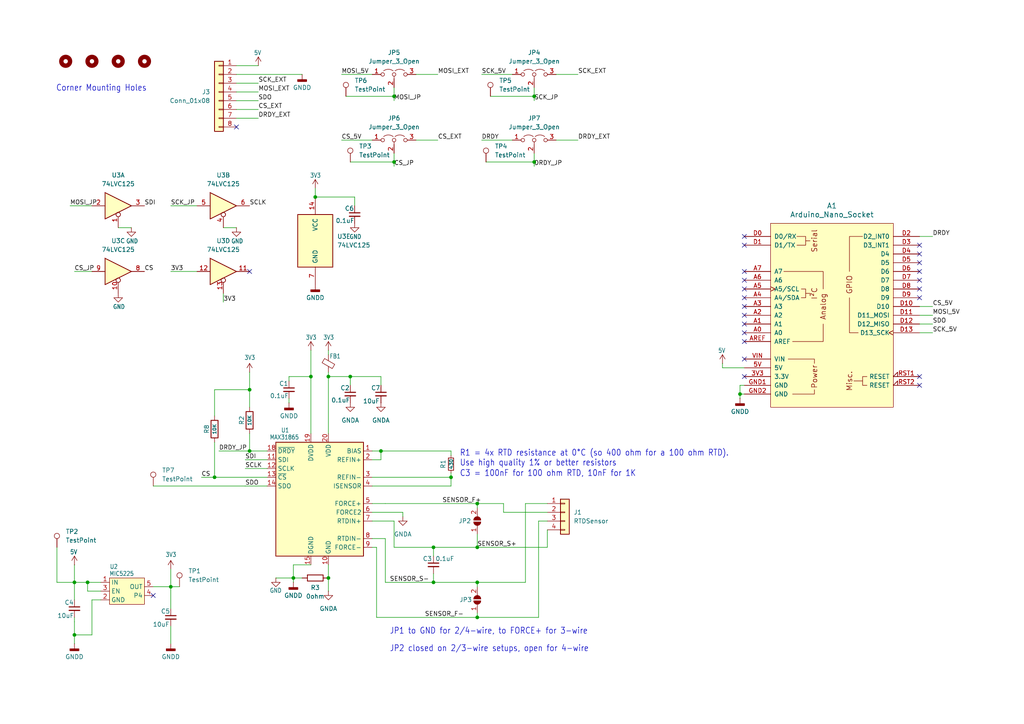
<source format=kicad_sch>
(kicad_sch
	(version 20250114)
	(generator "eeschema")
	(generator_version "9.0")
	(uuid "7d3dfe06-ad22-4135-8721-3b06d69e4560")
	(paper "A4")
	(title_block
		(title "RTD Sensor PCB")
		(date "2025-10-17")
		(company "DTU Nanolab")
	)
	(lib_symbols
		(symbol "74xx:74LVC125"
			(pin_names
				(offset 1.016)
			)
			(exclude_from_sim no)
			(in_bom yes)
			(on_board yes)
			(property "Reference" "U"
				(at 0 1.27 0)
				(effects
					(font
						(size 1.27 1.27)
					)
				)
			)
			(property "Value" "74LVC125"
				(at 0 -1.27 0)
				(effects
					(font
						(size 1.27 1.27)
					)
				)
			)
			(property "Footprint" ""
				(at 0 0 0)
				(effects
					(font
						(size 1.27 1.27)
					)
					(hide yes)
				)
			)
			(property "Datasheet" "http://www.ti.com/lit/gpn/sn74LVC125"
				(at 0 0 0)
				(effects
					(font
						(size 1.27 1.27)
					)
					(hide yes)
				)
			)
			(property "Description" "Quad buffer 3-State outputs"
				(at 0 0 0)
				(effects
					(font
						(size 1.27 1.27)
					)
					(hide yes)
				)
			)
			(property "ki_locked" ""
				(at 0 0 0)
				(effects
					(font
						(size 1.27 1.27)
					)
				)
			)
			(property "ki_keywords" "TTL buffer 3State"
				(at 0 0 0)
				(effects
					(font
						(size 1.27 1.27)
					)
					(hide yes)
				)
			)
			(property "ki_fp_filters" "DIP*W7.62mm*"
				(at 0 0 0)
				(effects
					(font
						(size 1.27 1.27)
					)
					(hide yes)
				)
			)
			(symbol "74LVC125_1_0"
				(polyline
					(pts
						(xy -3.81 3.81) (xy -3.81 -3.81) (xy 3.81 0) (xy -3.81 3.81)
					)
					(stroke
						(width 0.254)
						(type default)
					)
					(fill
						(type background)
					)
				)
				(pin input line
					(at -7.62 0 0)
					(length 3.81)
					(name "~"
						(effects
							(font
								(size 1.27 1.27)
							)
						)
					)
					(number "2"
						(effects
							(font
								(size 1.27 1.27)
							)
						)
					)
				)
				(pin input inverted
					(at 0 -6.35 90)
					(length 4.445)
					(name "~"
						(effects
							(font
								(size 1.27 1.27)
							)
						)
					)
					(number "1"
						(effects
							(font
								(size 1.27 1.27)
							)
						)
					)
				)
				(pin tri_state line
					(at 7.62 0 180)
					(length 3.81)
					(name "~"
						(effects
							(font
								(size 1.27 1.27)
							)
						)
					)
					(number "3"
						(effects
							(font
								(size 1.27 1.27)
							)
						)
					)
				)
			)
			(symbol "74LVC125_2_0"
				(polyline
					(pts
						(xy -3.81 3.81) (xy -3.81 -3.81) (xy 3.81 0) (xy -3.81 3.81)
					)
					(stroke
						(width 0.254)
						(type default)
					)
					(fill
						(type background)
					)
				)
				(pin input line
					(at -7.62 0 0)
					(length 3.81)
					(name "~"
						(effects
							(font
								(size 1.27 1.27)
							)
						)
					)
					(number "5"
						(effects
							(font
								(size 1.27 1.27)
							)
						)
					)
				)
				(pin input inverted
					(at 0 -6.35 90)
					(length 4.445)
					(name "~"
						(effects
							(font
								(size 1.27 1.27)
							)
						)
					)
					(number "4"
						(effects
							(font
								(size 1.27 1.27)
							)
						)
					)
				)
				(pin tri_state line
					(at 7.62 0 180)
					(length 3.81)
					(name "~"
						(effects
							(font
								(size 1.27 1.27)
							)
						)
					)
					(number "6"
						(effects
							(font
								(size 1.27 1.27)
							)
						)
					)
				)
			)
			(symbol "74LVC125_3_0"
				(polyline
					(pts
						(xy -3.81 3.81) (xy -3.81 -3.81) (xy 3.81 0) (xy -3.81 3.81)
					)
					(stroke
						(width 0.254)
						(type default)
					)
					(fill
						(type background)
					)
				)
				(pin input line
					(at -7.62 0 0)
					(length 3.81)
					(name "~"
						(effects
							(font
								(size 1.27 1.27)
							)
						)
					)
					(number "9"
						(effects
							(font
								(size 1.27 1.27)
							)
						)
					)
				)
				(pin input inverted
					(at 0 -6.35 90)
					(length 4.445)
					(name "~"
						(effects
							(font
								(size 1.27 1.27)
							)
						)
					)
					(number "10"
						(effects
							(font
								(size 1.27 1.27)
							)
						)
					)
				)
				(pin tri_state line
					(at 7.62 0 180)
					(length 3.81)
					(name "~"
						(effects
							(font
								(size 1.27 1.27)
							)
						)
					)
					(number "8"
						(effects
							(font
								(size 1.27 1.27)
							)
						)
					)
				)
			)
			(symbol "74LVC125_4_0"
				(polyline
					(pts
						(xy -3.81 3.81) (xy -3.81 -3.81) (xy 3.81 0) (xy -3.81 3.81)
					)
					(stroke
						(width 0.254)
						(type default)
					)
					(fill
						(type background)
					)
				)
				(pin input line
					(at -7.62 0 0)
					(length 3.81)
					(name "~"
						(effects
							(font
								(size 1.27 1.27)
							)
						)
					)
					(number "12"
						(effects
							(font
								(size 1.27 1.27)
							)
						)
					)
				)
				(pin input inverted
					(at 0 -6.35 90)
					(length 4.445)
					(name "~"
						(effects
							(font
								(size 1.27 1.27)
							)
						)
					)
					(number "13"
						(effects
							(font
								(size 1.27 1.27)
							)
						)
					)
				)
				(pin tri_state line
					(at 7.62 0 180)
					(length 3.81)
					(name "~"
						(effects
							(font
								(size 1.27 1.27)
							)
						)
					)
					(number "11"
						(effects
							(font
								(size 1.27 1.27)
							)
						)
					)
				)
			)
			(symbol "74LVC125_5_0"
				(pin power_in line
					(at 0 12.7 270)
					(length 5.08)
					(name "VCC"
						(effects
							(font
								(size 1.27 1.27)
							)
						)
					)
					(number "14"
						(effects
							(font
								(size 1.27 1.27)
							)
						)
					)
				)
				(pin power_in line
					(at 0 -12.7 90)
					(length 5.08)
					(name "GND"
						(effects
							(font
								(size 1.27 1.27)
							)
						)
					)
					(number "7"
						(effects
							(font
								(size 1.27 1.27)
							)
						)
					)
				)
			)
			(symbol "74LVC125_5_1"
				(rectangle
					(start -5.08 7.62)
					(end 5.08 -7.62)
					(stroke
						(width 0.254)
						(type default)
					)
					(fill
						(type background)
					)
				)
			)
			(embedded_fonts no)
		)
		(symbol "Connector:TestPoint"
			(pin_numbers
				(hide yes)
			)
			(pin_names
				(offset 0.762)
				(hide yes)
			)
			(exclude_from_sim no)
			(in_bom yes)
			(on_board yes)
			(property "Reference" "TP"
				(at 0 6.858 0)
				(effects
					(font
						(size 1.27 1.27)
					)
				)
			)
			(property "Value" "TestPoint"
				(at 0 5.08 0)
				(effects
					(font
						(size 1.27 1.27)
					)
				)
			)
			(property "Footprint" ""
				(at 5.08 0 0)
				(effects
					(font
						(size 1.27 1.27)
					)
					(hide yes)
				)
			)
			(property "Datasheet" "~"
				(at 5.08 0 0)
				(effects
					(font
						(size 1.27 1.27)
					)
					(hide yes)
				)
			)
			(property "Description" "test point"
				(at 0 0 0)
				(effects
					(font
						(size 1.27 1.27)
					)
					(hide yes)
				)
			)
			(property "ki_keywords" "test point tp"
				(at 0 0 0)
				(effects
					(font
						(size 1.27 1.27)
					)
					(hide yes)
				)
			)
			(property "ki_fp_filters" "Pin* Test*"
				(at 0 0 0)
				(effects
					(font
						(size 1.27 1.27)
					)
					(hide yes)
				)
			)
			(symbol "TestPoint_0_1"
				(circle
					(center 0 3.302)
					(radius 0.762)
					(stroke
						(width 0)
						(type default)
					)
					(fill
						(type none)
					)
				)
			)
			(symbol "TestPoint_1_1"
				(pin passive line
					(at 0 0 90)
					(length 2.54)
					(name "1"
						(effects
							(font
								(size 1.27 1.27)
							)
						)
					)
					(number "1"
						(effects
							(font
								(size 1.27 1.27)
							)
						)
					)
				)
			)
			(embedded_fonts no)
		)
		(symbol "Connector_Generic:Conn_01x04"
			(pin_names
				(offset 1.016)
				(hide yes)
			)
			(exclude_from_sim no)
			(in_bom yes)
			(on_board yes)
			(property "Reference" "J1"
				(at 2.54 0.0001 0)
				(effects
					(font
						(size 1.27 1.27)
					)
					(justify left)
				)
			)
			(property "Value" "RTDSensor"
				(at 2.54 -2.5399 0)
				(effects
					(font
						(size 1.27 1.27)
					)
					(justify left)
				)
			)
			(property "Footprint" "external_footprints:RTD_Sensor_BondPad_4x"
				(at 0 0 0)
				(effects
					(font
						(size 1.27 1.27)
					)
					(hide yes)
				)
			)
			(property "Datasheet" "~"
				(at 0 0 0)
				(effects
					(font
						(size 1.27 1.27)
					)
					(hide yes)
				)
			)
			(property "Description" "Generic connector, single row, 01x04, script generated (kicad-library-utils/schlib/autogen/connector/)"
				(at 0 0 0)
				(effects
					(font
						(size 1.27 1.27)
					)
					(hide yes)
				)
			)
			(property "ki_keywords" "connector"
				(at 0 0 0)
				(effects
					(font
						(size 1.27 1.27)
					)
					(hide yes)
				)
			)
			(property "ki_fp_filters" "Connector*:*_1x??_*"
				(at 0 0 0)
				(effects
					(font
						(size 1.27 1.27)
					)
					(hide yes)
				)
			)
			(symbol "Conn_01x04_1_1"
				(rectangle
					(start -1.27 3.81)
					(end 1.27 -6.35)
					(stroke
						(width 0.254)
						(type default)
					)
					(fill
						(type background)
					)
				)
				(rectangle
					(start -1.27 2.667)
					(end 0 2.413)
					(stroke
						(width 0.1524)
						(type default)
					)
					(fill
						(type none)
					)
				)
				(rectangle
					(start -1.27 0.127)
					(end 0 -0.127)
					(stroke
						(width 0.1524)
						(type default)
					)
					(fill
						(type none)
					)
				)
				(rectangle
					(start -1.27 -2.413)
					(end 0 -2.667)
					(stroke
						(width 0.1524)
						(type default)
					)
					(fill
						(type none)
					)
				)
				(rectangle
					(start -1.27 -4.953)
					(end 0 -5.207)
					(stroke
						(width 0.1524)
						(type default)
					)
					(fill
						(type none)
					)
				)
				(pin passive line
					(at -5.08 2.54 0)
					(length 3.81)
					(name "Pin_1"
						(effects
							(font
								(size 1.27 1.27)
							)
						)
					)
					(number "1"
						(effects
							(font
								(size 1.27 1.27)
							)
						)
					)
				)
				(pin passive line
					(at -5.08 0 0)
					(length 3.81)
					(name "Pin_2"
						(effects
							(font
								(size 1.27 1.27)
							)
						)
					)
					(number "2"
						(effects
							(font
								(size 1.27 1.27)
							)
						)
					)
				)
				(pin passive line
					(at -5.08 -2.54 0)
					(length 3.81)
					(name "Pin_3"
						(effects
							(font
								(size 1.27 1.27)
							)
						)
					)
					(number "3"
						(effects
							(font
								(size 1.27 1.27)
							)
						)
					)
				)
				(pin passive line
					(at -5.08 -5.08 0)
					(length 3.81)
					(name "Pin_4"
						(effects
							(font
								(size 1.27 1.27)
							)
						)
					)
					(number "4"
						(effects
							(font
								(size 1.27 1.27)
							)
						)
					)
				)
			)
			(embedded_fonts no)
		)
		(symbol "Connector_Generic:Conn_01x08"
			(pin_names
				(offset 1.016)
				(hide yes)
			)
			(exclude_from_sim no)
			(in_bom yes)
			(on_board yes)
			(property "Reference" "J"
				(at 0 10.16 0)
				(effects
					(font
						(size 1.27 1.27)
					)
				)
			)
			(property "Value" "Conn_01x08"
				(at 0 -12.7 0)
				(effects
					(font
						(size 1.27 1.27)
					)
				)
			)
			(property "Footprint" ""
				(at 0 0 0)
				(effects
					(font
						(size 1.27 1.27)
					)
					(hide yes)
				)
			)
			(property "Datasheet" "~"
				(at 0 0 0)
				(effects
					(font
						(size 1.27 1.27)
					)
					(hide yes)
				)
			)
			(property "Description" "Generic connector, single row, 01x08, script generated (kicad-library-utils/schlib/autogen/connector/)"
				(at 0 0 0)
				(effects
					(font
						(size 1.27 1.27)
					)
					(hide yes)
				)
			)
			(property "ki_keywords" "connector"
				(at 0 0 0)
				(effects
					(font
						(size 1.27 1.27)
					)
					(hide yes)
				)
			)
			(property "ki_fp_filters" "Connector*:*_1x??_*"
				(at 0 0 0)
				(effects
					(font
						(size 1.27 1.27)
					)
					(hide yes)
				)
			)
			(symbol "Conn_01x08_1_1"
				(rectangle
					(start -1.27 8.89)
					(end 1.27 -11.43)
					(stroke
						(width 0.254)
						(type default)
					)
					(fill
						(type background)
					)
				)
				(rectangle
					(start -1.27 7.747)
					(end 0 7.493)
					(stroke
						(width 0.1524)
						(type default)
					)
					(fill
						(type none)
					)
				)
				(rectangle
					(start -1.27 5.207)
					(end 0 4.953)
					(stroke
						(width 0.1524)
						(type default)
					)
					(fill
						(type none)
					)
				)
				(rectangle
					(start -1.27 2.667)
					(end 0 2.413)
					(stroke
						(width 0.1524)
						(type default)
					)
					(fill
						(type none)
					)
				)
				(rectangle
					(start -1.27 0.127)
					(end 0 -0.127)
					(stroke
						(width 0.1524)
						(type default)
					)
					(fill
						(type none)
					)
				)
				(rectangle
					(start -1.27 -2.413)
					(end 0 -2.667)
					(stroke
						(width 0.1524)
						(type default)
					)
					(fill
						(type none)
					)
				)
				(rectangle
					(start -1.27 -4.953)
					(end 0 -5.207)
					(stroke
						(width 0.1524)
						(type default)
					)
					(fill
						(type none)
					)
				)
				(rectangle
					(start -1.27 -7.493)
					(end 0 -7.747)
					(stroke
						(width 0.1524)
						(type default)
					)
					(fill
						(type none)
					)
				)
				(rectangle
					(start -1.27 -10.033)
					(end 0 -10.287)
					(stroke
						(width 0.1524)
						(type default)
					)
					(fill
						(type none)
					)
				)
				(pin passive line
					(at -5.08 7.62 0)
					(length 3.81)
					(name "Pin_1"
						(effects
							(font
								(size 1.27 1.27)
							)
						)
					)
					(number "1"
						(effects
							(font
								(size 1.27 1.27)
							)
						)
					)
				)
				(pin passive line
					(at -5.08 5.08 0)
					(length 3.81)
					(name "Pin_2"
						(effects
							(font
								(size 1.27 1.27)
							)
						)
					)
					(number "2"
						(effects
							(font
								(size 1.27 1.27)
							)
						)
					)
				)
				(pin passive line
					(at -5.08 2.54 0)
					(length 3.81)
					(name "Pin_3"
						(effects
							(font
								(size 1.27 1.27)
							)
						)
					)
					(number "3"
						(effects
							(font
								(size 1.27 1.27)
							)
						)
					)
				)
				(pin passive line
					(at -5.08 0 0)
					(length 3.81)
					(name "Pin_4"
						(effects
							(font
								(size 1.27 1.27)
							)
						)
					)
					(number "4"
						(effects
							(font
								(size 1.27 1.27)
							)
						)
					)
				)
				(pin passive line
					(at -5.08 -2.54 0)
					(length 3.81)
					(name "Pin_5"
						(effects
							(font
								(size 1.27 1.27)
							)
						)
					)
					(number "5"
						(effects
							(font
								(size 1.27 1.27)
							)
						)
					)
				)
				(pin passive line
					(at -5.08 -5.08 0)
					(length 3.81)
					(name "Pin_6"
						(effects
							(font
								(size 1.27 1.27)
							)
						)
					)
					(number "6"
						(effects
							(font
								(size 1.27 1.27)
							)
						)
					)
				)
				(pin passive line
					(at -5.08 -7.62 0)
					(length 3.81)
					(name "Pin_7"
						(effects
							(font
								(size 1.27 1.27)
							)
						)
					)
					(number "7"
						(effects
							(font
								(size 1.27 1.27)
							)
						)
					)
				)
				(pin passive line
					(at -5.08 -10.16 0)
					(length 3.81)
					(name "Pin_8"
						(effects
							(font
								(size 1.27 1.27)
							)
						)
					)
					(number "8"
						(effects
							(font
								(size 1.27 1.27)
							)
						)
					)
				)
			)
			(embedded_fonts no)
		)
		(symbol "Device:C_Small"
			(pin_numbers
				(hide yes)
			)
			(pin_names
				(offset 0.254)
				(hide yes)
			)
			(exclude_from_sim no)
			(in_bom yes)
			(on_board yes)
			(property "Reference" "C"
				(at 0.254 1.778 0)
				(effects
					(font
						(size 1.27 1.27)
					)
					(justify left)
				)
			)
			(property "Value" "C_Small"
				(at 0.254 -2.032 0)
				(effects
					(font
						(size 1.27 1.27)
					)
					(justify left)
				)
			)
			(property "Footprint" ""
				(at 0 0 0)
				(effects
					(font
						(size 1.27 1.27)
					)
					(hide yes)
				)
			)
			(property "Datasheet" "~"
				(at 0 0 0)
				(effects
					(font
						(size 1.27 1.27)
					)
					(hide yes)
				)
			)
			(property "Description" "Unpolarized capacitor, small symbol"
				(at 0 0 0)
				(effects
					(font
						(size 1.27 1.27)
					)
					(hide yes)
				)
			)
			(property "ki_keywords" "capacitor cap"
				(at 0 0 0)
				(effects
					(font
						(size 1.27 1.27)
					)
					(hide yes)
				)
			)
			(property "ki_fp_filters" "C_*"
				(at 0 0 0)
				(effects
					(font
						(size 1.27 1.27)
					)
					(hide yes)
				)
			)
			(symbol "C_Small_0_1"
				(polyline
					(pts
						(xy -1.524 0.508) (xy 1.524 0.508)
					)
					(stroke
						(width 0.3048)
						(type default)
					)
					(fill
						(type none)
					)
				)
				(polyline
					(pts
						(xy -1.524 -0.508) (xy 1.524 -0.508)
					)
					(stroke
						(width 0.3302)
						(type default)
					)
					(fill
						(type none)
					)
				)
			)
			(symbol "C_Small_1_1"
				(pin passive line
					(at 0 2.54 270)
					(length 2.032)
					(name "~"
						(effects
							(font
								(size 1.27 1.27)
							)
						)
					)
					(number "1"
						(effects
							(font
								(size 1.27 1.27)
							)
						)
					)
				)
				(pin passive line
					(at 0 -2.54 90)
					(length 2.032)
					(name "~"
						(effects
							(font
								(size 1.27 1.27)
							)
						)
					)
					(number "2"
						(effects
							(font
								(size 1.27 1.27)
							)
						)
					)
				)
			)
			(embedded_fonts no)
		)
		(symbol "Device:FerriteBead_Small"
			(pin_numbers
				(hide yes)
			)
			(pin_names
				(offset 0)
			)
			(exclude_from_sim no)
			(in_bom yes)
			(on_board yes)
			(property "Reference" "FB"
				(at 1.905 1.27 0)
				(effects
					(font
						(size 1.27 1.27)
					)
					(justify left)
				)
			)
			(property "Value" "FerriteBead_Small"
				(at 1.905 -1.27 0)
				(effects
					(font
						(size 1.27 1.27)
					)
					(justify left)
				)
			)
			(property "Footprint" ""
				(at -1.778 0 90)
				(effects
					(font
						(size 1.27 1.27)
					)
					(hide yes)
				)
			)
			(property "Datasheet" "~"
				(at 0 0 0)
				(effects
					(font
						(size 1.27 1.27)
					)
					(hide yes)
				)
			)
			(property "Description" "Ferrite bead, small symbol"
				(at 0 0 0)
				(effects
					(font
						(size 1.27 1.27)
					)
					(hide yes)
				)
			)
			(property "ki_keywords" "L ferrite bead inductor filter"
				(at 0 0 0)
				(effects
					(font
						(size 1.27 1.27)
					)
					(hide yes)
				)
			)
			(property "ki_fp_filters" "Inductor_* L_* *Ferrite*"
				(at 0 0 0)
				(effects
					(font
						(size 1.27 1.27)
					)
					(hide yes)
				)
			)
			(symbol "FerriteBead_Small_0_1"
				(polyline
					(pts
						(xy -1.8288 0.2794) (xy -1.1176 1.4986) (xy 1.8288 -0.2032) (xy 1.1176 -1.4224) (xy -1.8288 0.2794)
					)
					(stroke
						(width 0)
						(type default)
					)
					(fill
						(type none)
					)
				)
				(polyline
					(pts
						(xy 0 0.889) (xy 0 1.2954)
					)
					(stroke
						(width 0)
						(type default)
					)
					(fill
						(type none)
					)
				)
				(polyline
					(pts
						(xy 0 -1.27) (xy 0 -0.7874)
					)
					(stroke
						(width 0)
						(type default)
					)
					(fill
						(type none)
					)
				)
			)
			(symbol "FerriteBead_Small_1_1"
				(pin passive line
					(at 0 2.54 270)
					(length 1.27)
					(name "~"
						(effects
							(font
								(size 1.27 1.27)
							)
						)
					)
					(number "1"
						(effects
							(font
								(size 1.27 1.27)
							)
						)
					)
				)
				(pin passive line
					(at 0 -2.54 90)
					(length 1.27)
					(name "~"
						(effects
							(font
								(size 1.27 1.27)
							)
						)
					)
					(number "2"
						(effects
							(font
								(size 1.27 1.27)
							)
						)
					)
				)
			)
			(embedded_fonts no)
		)
		(symbol "Device:R"
			(pin_numbers
				(hide yes)
			)
			(pin_names
				(offset 0)
			)
			(exclude_from_sim no)
			(in_bom yes)
			(on_board yes)
			(property "Reference" "R"
				(at 2.032 0 90)
				(effects
					(font
						(size 1.27 1.27)
					)
				)
			)
			(property "Value" "R"
				(at 0 0 90)
				(effects
					(font
						(size 1.27 1.27)
					)
				)
			)
			(property "Footprint" ""
				(at -1.778 0 90)
				(effects
					(font
						(size 1.27 1.27)
					)
					(hide yes)
				)
			)
			(property "Datasheet" "~"
				(at 0 0 0)
				(effects
					(font
						(size 1.27 1.27)
					)
					(hide yes)
				)
			)
			(property "Description" "Resistor"
				(at 0 0 0)
				(effects
					(font
						(size 1.27 1.27)
					)
					(hide yes)
				)
			)
			(property "ki_keywords" "R res resistor"
				(at 0 0 0)
				(effects
					(font
						(size 1.27 1.27)
					)
					(hide yes)
				)
			)
			(property "ki_fp_filters" "R_*"
				(at 0 0 0)
				(effects
					(font
						(size 1.27 1.27)
					)
					(hide yes)
				)
			)
			(symbol "R_0_1"
				(rectangle
					(start -1.016 -2.54)
					(end 1.016 2.54)
					(stroke
						(width 0.254)
						(type default)
					)
					(fill
						(type none)
					)
				)
			)
			(symbol "R_1_1"
				(pin passive line
					(at 0 3.81 270)
					(length 1.27)
					(name "~"
						(effects
							(font
								(size 1.27 1.27)
							)
						)
					)
					(number "1"
						(effects
							(font
								(size 1.27 1.27)
							)
						)
					)
				)
				(pin passive line
					(at 0 -3.81 90)
					(length 1.27)
					(name "~"
						(effects
							(font
								(size 1.27 1.27)
							)
						)
					)
					(number "2"
						(effects
							(font
								(size 1.27 1.27)
							)
						)
					)
				)
			)
			(embedded_fonts no)
		)
		(symbol "Device:R_Small"
			(pin_numbers
				(hide yes)
			)
			(pin_names
				(offset 0.254)
				(hide yes)
			)
			(exclude_from_sim no)
			(in_bom yes)
			(on_board yes)
			(property "Reference" "R"
				(at 0.762 0.508 0)
				(effects
					(font
						(size 1.27 1.27)
					)
					(justify left)
				)
			)
			(property "Value" "R_Small"
				(at 0.762 -1.016 0)
				(effects
					(font
						(size 1.27 1.27)
					)
					(justify left)
				)
			)
			(property "Footprint" ""
				(at 0 0 0)
				(effects
					(font
						(size 1.27 1.27)
					)
					(hide yes)
				)
			)
			(property "Datasheet" "~"
				(at 0 0 0)
				(effects
					(font
						(size 1.27 1.27)
					)
					(hide yes)
				)
			)
			(property "Description" "Resistor, small symbol"
				(at 0 0 0)
				(effects
					(font
						(size 1.27 1.27)
					)
					(hide yes)
				)
			)
			(property "ki_keywords" "R resistor"
				(at 0 0 0)
				(effects
					(font
						(size 1.27 1.27)
					)
					(hide yes)
				)
			)
			(property "ki_fp_filters" "R_*"
				(at 0 0 0)
				(effects
					(font
						(size 1.27 1.27)
					)
					(hide yes)
				)
			)
			(symbol "R_Small_0_1"
				(rectangle
					(start -0.762 1.778)
					(end 0.762 -1.778)
					(stroke
						(width 0.2032)
						(type default)
					)
					(fill
						(type none)
					)
				)
			)
			(symbol "R_Small_1_1"
				(pin passive line
					(at 0 2.54 270)
					(length 0.762)
					(name "~"
						(effects
							(font
								(size 1.27 1.27)
							)
						)
					)
					(number "1"
						(effects
							(font
								(size 1.27 1.27)
							)
						)
					)
				)
				(pin passive line
					(at 0 -2.54 90)
					(length 0.762)
					(name "~"
						(effects
							(font
								(size 1.27 1.27)
							)
						)
					)
					(number "2"
						(effects
							(font
								(size 1.27 1.27)
							)
						)
					)
				)
			)
			(embedded_fonts no)
		)
		(symbol "Jumper:Jumper_3_Open"
			(pin_names
				(offset 0)
				(hide yes)
			)
			(exclude_from_sim no)
			(in_bom no)
			(on_board yes)
			(property "Reference" "JP"
				(at -2.54 -2.54 0)
				(effects
					(font
						(size 1.27 1.27)
					)
				)
			)
			(property "Value" "Jumper_3_Open"
				(at 0 2.794 0)
				(effects
					(font
						(size 1.27 1.27)
					)
				)
			)
			(property "Footprint" ""
				(at 0 0 0)
				(effects
					(font
						(size 1.27 1.27)
					)
					(hide yes)
				)
			)
			(property "Datasheet" "~"
				(at 0 0 0)
				(effects
					(font
						(size 1.27 1.27)
					)
					(hide yes)
				)
			)
			(property "Description" "Jumper, 3-pole, both open"
				(at 0 0 0)
				(effects
					(font
						(size 1.27 1.27)
					)
					(hide yes)
				)
			)
			(property "ki_keywords" "Jumper SPDT"
				(at 0 0 0)
				(effects
					(font
						(size 1.27 1.27)
					)
					(hide yes)
				)
			)
			(property "ki_fp_filters" "Jumper* TestPoint*3Pads* TestPoint*Bridge*"
				(at 0 0 0)
				(effects
					(font
						(size 1.27 1.27)
					)
					(hide yes)
				)
			)
			(symbol "Jumper_3_Open_0_0"
				(circle
					(center -3.302 0)
					(radius 0.508)
					(stroke
						(width 0)
						(type default)
					)
					(fill
						(type none)
					)
				)
				(circle
					(center 0 0)
					(radius 0.508)
					(stroke
						(width 0)
						(type default)
					)
					(fill
						(type none)
					)
				)
				(circle
					(center 3.302 0)
					(radius 0.508)
					(stroke
						(width 0)
						(type default)
					)
					(fill
						(type none)
					)
				)
			)
			(symbol "Jumper_3_Open_0_1"
				(arc
					(start -3.048 1.016)
					(mid -1.651 1.4992)
					(end -0.254 1.016)
					(stroke
						(width 0)
						(type default)
					)
					(fill
						(type none)
					)
				)
				(polyline
					(pts
						(xy 0 -0.508) (xy 0 -1.27)
					)
					(stroke
						(width 0)
						(type default)
					)
					(fill
						(type none)
					)
				)
				(arc
					(start 0.254 1.016)
					(mid 1.651 1.4992)
					(end 3.048 1.016)
					(stroke
						(width 0)
						(type default)
					)
					(fill
						(type none)
					)
				)
			)
			(symbol "Jumper_3_Open_1_1"
				(pin passive line
					(at -6.35 0 0)
					(length 2.54)
					(name "A"
						(effects
							(font
								(size 1.27 1.27)
							)
						)
					)
					(number "1"
						(effects
							(font
								(size 1.27 1.27)
							)
						)
					)
				)
				(pin passive line
					(at 0 -3.81 90)
					(length 2.54)
					(name "C"
						(effects
							(font
								(size 1.27 1.27)
							)
						)
					)
					(number "2"
						(effects
							(font
								(size 1.27 1.27)
							)
						)
					)
				)
				(pin passive line
					(at 6.35 0 180)
					(length 2.54)
					(name "B"
						(effects
							(font
								(size 1.27 1.27)
							)
						)
					)
					(number "3"
						(effects
							(font
								(size 1.27 1.27)
							)
						)
					)
				)
			)
			(embedded_fonts no)
		)
		(symbol "Jumper:SolderJumper_2_Open"
			(pin_names
				(offset 0)
				(hide yes)
			)
			(exclude_from_sim no)
			(in_bom yes)
			(on_board yes)
			(property "Reference" "JP"
				(at 0 2.032 0)
				(effects
					(font
						(size 1.27 1.27)
					)
				)
			)
			(property "Value" "SolderJumper_2_Open"
				(at 0 -2.54 0)
				(effects
					(font
						(size 1.27 1.27)
					)
				)
			)
			(property "Footprint" ""
				(at 0 0 0)
				(effects
					(font
						(size 1.27 1.27)
					)
					(hide yes)
				)
			)
			(property "Datasheet" "~"
				(at 0 0 0)
				(effects
					(font
						(size 1.27 1.27)
					)
					(hide yes)
				)
			)
			(property "Description" "Solder Jumper, 2-pole, open"
				(at 0 0 0)
				(effects
					(font
						(size 1.27 1.27)
					)
					(hide yes)
				)
			)
			(property "ki_keywords" "solder jumper SPST"
				(at 0 0 0)
				(effects
					(font
						(size 1.27 1.27)
					)
					(hide yes)
				)
			)
			(property "ki_fp_filters" "SolderJumper*Open*"
				(at 0 0 0)
				(effects
					(font
						(size 1.27 1.27)
					)
					(hide yes)
				)
			)
			(symbol "SolderJumper_2_Open_0_1"
				(polyline
					(pts
						(xy -0.254 1.016) (xy -0.254 -1.016)
					)
					(stroke
						(width 0)
						(type default)
					)
					(fill
						(type none)
					)
				)
				(arc
					(start -0.254 -1.016)
					(mid -1.2656 0)
					(end -0.254 1.016)
					(stroke
						(width 0)
						(type default)
					)
					(fill
						(type none)
					)
				)
				(arc
					(start -0.254 -1.016)
					(mid -1.2656 0)
					(end -0.254 1.016)
					(stroke
						(width 0)
						(type default)
					)
					(fill
						(type outline)
					)
				)
				(arc
					(start 0.254 1.016)
					(mid 1.2656 0)
					(end 0.254 -1.016)
					(stroke
						(width 0)
						(type default)
					)
					(fill
						(type none)
					)
				)
				(arc
					(start 0.254 1.016)
					(mid 1.2656 0)
					(end 0.254 -1.016)
					(stroke
						(width 0)
						(type default)
					)
					(fill
						(type outline)
					)
				)
				(polyline
					(pts
						(xy 0.254 1.016) (xy 0.254 -1.016)
					)
					(stroke
						(width 0)
						(type default)
					)
					(fill
						(type none)
					)
				)
			)
			(symbol "SolderJumper_2_Open_1_1"
				(pin passive line
					(at -3.81 0 0)
					(length 2.54)
					(name "A"
						(effects
							(font
								(size 1.27 1.27)
							)
						)
					)
					(number "1"
						(effects
							(font
								(size 1.27 1.27)
							)
						)
					)
				)
				(pin passive line
					(at 3.81 0 180)
					(length 2.54)
					(name "B"
						(effects
							(font
								(size 1.27 1.27)
							)
						)
					)
					(number "2"
						(effects
							(font
								(size 1.27 1.27)
							)
						)
					)
				)
			)
			(embedded_fonts no)
		)
		(symbol "Mechanical:MountingHole"
			(pin_names
				(offset 1.016)
			)
			(exclude_from_sim yes)
			(in_bom no)
			(on_board yes)
			(property "Reference" "H"
				(at 0 5.08 0)
				(effects
					(font
						(size 1.27 1.27)
					)
				)
			)
			(property "Value" "MountingHole"
				(at 0 3.175 0)
				(effects
					(font
						(size 1.27 1.27)
					)
				)
			)
			(property "Footprint" ""
				(at 0 0 0)
				(effects
					(font
						(size 1.27 1.27)
					)
					(hide yes)
				)
			)
			(property "Datasheet" "~"
				(at 0 0 0)
				(effects
					(font
						(size 1.27 1.27)
					)
					(hide yes)
				)
			)
			(property "Description" "Mounting Hole without connection"
				(at 0 0 0)
				(effects
					(font
						(size 1.27 1.27)
					)
					(hide yes)
				)
			)
			(property "ki_keywords" "mounting hole"
				(at 0 0 0)
				(effects
					(font
						(size 1.27 1.27)
					)
					(hide yes)
				)
			)
			(property "ki_fp_filters" "MountingHole*"
				(at 0 0 0)
				(effects
					(font
						(size 1.27 1.27)
					)
					(hide yes)
				)
			)
			(symbol "MountingHole_0_1"
				(circle
					(center 0 0)
					(radius 1.27)
					(stroke
						(width 1.27)
						(type default)
					)
					(fill
						(type none)
					)
				)
			)
			(embedded_fonts no)
		)
		(symbol "PCM_SL_Resistors:0ohm"
			(exclude_from_sim no)
			(in_bom yes)
			(on_board yes)
			(property "Reference" "R"
				(at 0 5.08 0)
				(effects
					(font
						(size 1.27 1.27)
					)
				)
			)
			(property "Value" "0ohm"
				(at 0 2.54 0)
				(effects
					(font
						(size 1.27 1.27)
					)
				)
			)
			(property "Footprint" "Resistor_THT:R_Axial_DIN0207_L6.3mm_D2.5mm_P10.16mm_Horizontal"
				(at 0.889 -4.318 0)
				(effects
					(font
						(size 1.27 1.27)
					)
					(hide yes)
				)
			)
			(property "Datasheet" ""
				(at 0.508 0 0)
				(effects
					(font
						(size 1.27 1.27)
					)
					(hide yes)
				)
			)
			(property "Description" "0Ω, 1/4W Resistor"
				(at 0 0 0)
				(effects
					(font
						(size 1.27 1.27)
					)
					(hide yes)
				)
			)
			(property "ki_keywords" "Resistor"
				(at 0 0 0)
				(effects
					(font
						(size 1.27 1.27)
					)
					(hide yes)
				)
			)
			(property "ki_fp_filters" "Resistor_THT:R_Axial_DIN0207_L6.3mm_D2.5mm*"
				(at 0 0 0)
				(effects
					(font
						(size 1.27 1.27)
					)
					(hide yes)
				)
			)
			(symbol "0ohm_0_1"
				(rectangle
					(start -2.286 0.889)
					(end 2.286 -0.889)
					(stroke
						(width 0.24)
						(type default)
					)
					(fill
						(type none)
					)
				)
			)
			(symbol "0ohm_1_1"
				(pin passive line
					(at -3.81 0 0)
					(length 1.5)
					(name ""
						(effects
							(font
								(size 1.27 1.27)
							)
						)
					)
					(number "1"
						(effects
							(font
								(size 0 0)
							)
						)
					)
				)
				(pin passive line
					(at 3.81 0 180)
					(length 1.5)
					(name "~"
						(effects
							(font
								(size 1.27 1.27)
							)
						)
					)
					(number "2"
						(effects
							(font
								(size 0 0)
							)
						)
					)
				)
			)
			(embedded_fonts no)
		)
		(symbol "PCM_arduino-library:Arduino_Nano_Socket"
			(pin_names
				(offset 1.016)
			)
			(exclude_from_sim no)
			(in_bom yes)
			(on_board yes)
			(property "Reference" "A"
				(at 0 33.02 0)
				(effects
					(font
						(size 1.524 1.524)
					)
				)
			)
			(property "Value" "Arduino_Nano_Socket"
				(at 0 29.21 0)
				(effects
					(font
						(size 1.524 1.524)
					)
				)
			)
			(property "Footprint" "PCM_arduino-library:Arduino_Nano_Socket"
				(at 0 -34.29 0)
				(effects
					(font
						(size 1.524 1.524)
					)
					(hide yes)
				)
			)
			(property "Datasheet" "https://docs.arduino.cc/hardware/nano"
				(at 0 -30.48 0)
				(effects
					(font
						(size 1.524 1.524)
					)
					(hide yes)
				)
			)
			(property "Description" "Socket for Arduino Nano"
				(at 0 0 0)
				(effects
					(font
						(size 1.27 1.27)
					)
					(hide yes)
				)
			)
			(property "ki_keywords" "Arduino MPU Shield"
				(at 0 0 0)
				(effects
					(font
						(size 1.27 1.27)
					)
					(hide yes)
				)
			)
			(property "ki_fp_filters" "Arduino_Nano_Socket"
				(at 0 0 0)
				(effects
					(font
						(size 1.27 1.27)
					)
					(hide yes)
				)
			)
			(symbol "Arduino_Nano_Socket_0_0"
				(rectangle
					(start -17.78 26.67)
					(end 17.78 -26.67)
					(stroke
						(width 0)
						(type default)
					)
					(fill
						(type background)
					)
				)
				(polyline
					(pts
						(xy -11.43 -22.86) (xy -5.08 -22.86) (xy -5.08 -21.59)
					)
					(stroke
						(width 0)
						(type default)
					)
					(fill
						(type none)
					)
				)
				(polyline
					(pts
						(xy -10.16 22.86) (xy -7.62 22.86) (xy -7.62 20.32) (xy -10.16 20.32)
					)
					(stroke
						(width 0)
						(type default)
					)
					(fill
						(type none)
					)
				)
				(polyline
					(pts
						(xy -8.89 7.62) (xy -7.62 7.62) (xy -7.62 5.08) (xy -8.89 5.08)
					)
					(stroke
						(width 0)
						(type default)
					)
					(fill
						(type none)
					)
				)
				(polyline
					(pts
						(xy -7.62 21.59) (xy -6.35 21.59)
					)
					(stroke
						(width 0)
						(type default)
					)
					(fill
						(type none)
					)
				)
				(polyline
					(pts
						(xy -7.62 6.35) (xy -6.35 6.35)
					)
					(stroke
						(width 0)
						(type default)
					)
					(fill
						(type none)
					)
				)
				(polyline
					(pts
						(xy -5.08 -13.97) (xy -5.08 -12.7) (xy -12.7 -12.7)
					)
					(stroke
						(width 0)
						(type default)
					)
					(fill
						(type none)
					)
				)
				(polyline
					(pts
						(xy 8.89 -19.05) (xy 6.35 -19.05)
					)
					(stroke
						(width 0)
						(type default)
					)
					(fill
						(type none)
					)
				)
				(text "Serial"
					(at -5.08 21.59 900)
					(effects
						(font
							(size 1.524 1.524)
						)
					)
				)
				(text "I²C"
					(at -5.08 6.35 900)
					(effects
						(font
							(size 1.524 1.524)
						)
					)
				)
				(text "Power"
					(at -5.08 -17.78 900)
					(effects
						(font
							(size 1.524 1.524)
						)
					)
				)
				(text "Analog"
					(at -2.54 2.54 900)
					(effects
						(font
							(size 1.524 1.524)
						)
					)
				)
				(text "Misc."
					(at 5.08 -19.05 900)
					(effects
						(font
							(size 1.524 1.524)
						)
					)
				)
			)
			(symbol "Arduino_Nano_Socket_0_1"
				(polyline
					(pts
						(xy -13.97 12.7) (xy -2.54 12.7) (xy -2.54 7.62)
					)
					(stroke
						(width 0)
						(type default)
					)
					(fill
						(type none)
					)
				)
				(polyline
					(pts
						(xy -11.43 -7.62) (xy -2.54 -7.62) (xy -2.54 -2.54)
					)
					(stroke
						(width 0)
						(type default)
					)
					(fill
						(type none)
					)
				)
				(polyline
					(pts
						(xy 7.62 -5.08) (xy 5.08 -5.08) (xy 5.08 5.08)
					)
					(stroke
						(width 0)
						(type default)
					)
					(fill
						(type none)
					)
				)
				(polyline
					(pts
						(xy 8.89 22.86) (xy 5.08 22.86) (xy 5.08 12.7)
					)
					(stroke
						(width 0)
						(type default)
					)
					(fill
						(type none)
					)
				)
				(polyline
					(pts
						(xy 10.16 -17.78) (xy 8.89 -17.78) (xy 8.89 -20.32) (xy 10.16 -20.32)
					)
					(stroke
						(width 0)
						(type default)
					)
					(fill
						(type none)
					)
				)
			)
			(symbol "Arduino_Nano_Socket_1_0"
				(text "GPIO"
					(at 5.08 8.89 900)
					(effects
						(font
							(size 1.524 1.524)
						)
					)
				)
			)
			(symbol "Arduino_Nano_Socket_1_1"
				(pin bidirectional line
					(at -25.4 22.86 0)
					(length 7.62)
					(name "D0/RX"
						(effects
							(font
								(size 1.27 1.27)
							)
						)
					)
					(number "D0"
						(effects
							(font
								(size 1.27 1.27)
							)
						)
					)
				)
				(pin bidirectional line
					(at -25.4 20.32 0)
					(length 7.62)
					(name "D1/TX"
						(effects
							(font
								(size 1.27 1.27)
							)
						)
					)
					(number "D1"
						(effects
							(font
								(size 1.27 1.27)
							)
						)
					)
				)
				(pin input line
					(at -25.4 12.7 0)
					(length 7.62)
					(name "A7"
						(effects
							(font
								(size 1.27 1.27)
							)
						)
					)
					(number "A7"
						(effects
							(font
								(size 1.27 1.27)
							)
						)
					)
				)
				(pin input line
					(at -25.4 10.16 0)
					(length 7.62)
					(name "A6"
						(effects
							(font
								(size 1.27 1.27)
							)
						)
					)
					(number "A6"
						(effects
							(font
								(size 1.27 1.27)
							)
						)
					)
				)
				(pin bidirectional clock
					(at -25.4 7.62 0)
					(length 7.62)
					(name "A5/SCL"
						(effects
							(font
								(size 1.27 1.27)
							)
						)
					)
					(number "A5"
						(effects
							(font
								(size 1.27 1.27)
							)
						)
					)
				)
				(pin bidirectional line
					(at -25.4 5.08 0)
					(length 7.62)
					(name "A4/SDA"
						(effects
							(font
								(size 1.27 1.27)
							)
						)
					)
					(number "A4"
						(effects
							(font
								(size 1.27 1.27)
							)
						)
					)
				)
				(pin bidirectional line
					(at -25.4 2.54 0)
					(length 7.62)
					(name "A3"
						(effects
							(font
								(size 1.27 1.27)
							)
						)
					)
					(number "A3"
						(effects
							(font
								(size 1.27 1.27)
							)
						)
					)
				)
				(pin bidirectional line
					(at -25.4 0 0)
					(length 7.62)
					(name "A2"
						(effects
							(font
								(size 1.27 1.27)
							)
						)
					)
					(number "A2"
						(effects
							(font
								(size 1.27 1.27)
							)
						)
					)
				)
				(pin bidirectional line
					(at -25.4 -2.54 0)
					(length 7.62)
					(name "A1"
						(effects
							(font
								(size 1.27 1.27)
							)
						)
					)
					(number "A1"
						(effects
							(font
								(size 1.27 1.27)
							)
						)
					)
				)
				(pin bidirectional line
					(at -25.4 -5.08 0)
					(length 7.62)
					(name "A0"
						(effects
							(font
								(size 1.27 1.27)
							)
						)
					)
					(number "A0"
						(effects
							(font
								(size 1.27 1.27)
							)
						)
					)
				)
				(pin input line
					(at -25.4 -7.62 0)
					(length 7.62)
					(name "AREF"
						(effects
							(font
								(size 1.27 1.27)
							)
						)
					)
					(number "AREF"
						(effects
							(font
								(size 1.27 1.27)
							)
						)
					)
				)
				(pin power_in line
					(at -25.4 -12.7 0)
					(length 7.62)
					(name "VIN"
						(effects
							(font
								(size 1.27 1.27)
							)
						)
					)
					(number "VIN"
						(effects
							(font
								(size 1.27 1.27)
							)
						)
					)
				)
				(pin power_in line
					(at -25.4 -15.24 0)
					(length 7.62)
					(name "5V"
						(effects
							(font
								(size 1.27 1.27)
							)
						)
					)
					(number "5V"
						(effects
							(font
								(size 1.27 1.27)
							)
						)
					)
				)
				(pin power_out line
					(at -25.4 -17.78 0)
					(length 7.62)
					(name "3.3V"
						(effects
							(font
								(size 1.27 1.27)
							)
						)
					)
					(number "3V3"
						(effects
							(font
								(size 1.27 1.27)
							)
						)
					)
				)
				(pin power_in line
					(at -25.4 -20.32 0)
					(length 7.62)
					(name "GND"
						(effects
							(font
								(size 1.27 1.27)
							)
						)
					)
					(number "GND1"
						(effects
							(font
								(size 1.27 1.27)
							)
						)
					)
				)
				(pin power_in line
					(at -25.4 -22.86 0)
					(length 7.62)
					(name "GND"
						(effects
							(font
								(size 1.27 1.27)
							)
						)
					)
					(number "GND2"
						(effects
							(font
								(size 1.27 1.27)
							)
						)
					)
				)
				(pin bidirectional line
					(at 25.4 22.86 180)
					(length 7.62)
					(name "D2_INT0"
						(effects
							(font
								(size 1.27 1.27)
							)
						)
					)
					(number "D2"
						(effects
							(font
								(size 1.27 1.27)
							)
						)
					)
				)
				(pin bidirectional line
					(at 25.4 20.32 180)
					(length 7.62)
					(name "D3_INT1"
						(effects
							(font
								(size 1.27 1.27)
							)
						)
					)
					(number "D3"
						(effects
							(font
								(size 1.27 1.27)
							)
						)
					)
				)
				(pin bidirectional line
					(at 25.4 17.78 180)
					(length 7.62)
					(name "D4"
						(effects
							(font
								(size 1.27 1.27)
							)
						)
					)
					(number "D4"
						(effects
							(font
								(size 1.27 1.27)
							)
						)
					)
				)
				(pin bidirectional line
					(at 25.4 15.24 180)
					(length 7.62)
					(name "D5"
						(effects
							(font
								(size 1.27 1.27)
							)
						)
					)
					(number "D5"
						(effects
							(font
								(size 1.27 1.27)
							)
						)
					)
				)
				(pin bidirectional line
					(at 25.4 12.7 180)
					(length 7.62)
					(name "D6"
						(effects
							(font
								(size 1.27 1.27)
							)
						)
					)
					(number "D6"
						(effects
							(font
								(size 1.27 1.27)
							)
						)
					)
				)
				(pin bidirectional line
					(at 25.4 10.16 180)
					(length 7.62)
					(name "D7"
						(effects
							(font
								(size 1.27 1.27)
							)
						)
					)
					(number "D7"
						(effects
							(font
								(size 1.27 1.27)
							)
						)
					)
				)
				(pin bidirectional line
					(at 25.4 7.62 180)
					(length 7.62)
					(name "D8"
						(effects
							(font
								(size 1.27 1.27)
							)
						)
					)
					(number "D8"
						(effects
							(font
								(size 1.27 1.27)
							)
						)
					)
				)
				(pin bidirectional line
					(at 25.4 5.08 180)
					(length 7.62)
					(name "D9"
						(effects
							(font
								(size 1.27 1.27)
							)
						)
					)
					(number "D9"
						(effects
							(font
								(size 1.27 1.27)
							)
						)
					)
				)
				(pin bidirectional line
					(at 25.4 2.54 180)
					(length 7.62)
					(name "D10"
						(effects
							(font
								(size 1.27 1.27)
							)
						)
					)
					(number "D10"
						(effects
							(font
								(size 1.27 1.27)
							)
						)
					)
				)
				(pin bidirectional line
					(at 25.4 0 180)
					(length 7.62)
					(name "D11_MOSI"
						(effects
							(font
								(size 1.27 1.27)
							)
						)
					)
					(number "D11"
						(effects
							(font
								(size 1.27 1.27)
							)
						)
					)
				)
				(pin bidirectional line
					(at 25.4 -2.54 180)
					(length 7.62)
					(name "D12_MISO"
						(effects
							(font
								(size 1.27 1.27)
							)
						)
					)
					(number "D12"
						(effects
							(font
								(size 1.27 1.27)
							)
						)
					)
				)
				(pin bidirectional clock
					(at 25.4 -5.08 180)
					(length 7.62)
					(name "D13_SCK"
						(effects
							(font
								(size 1.27 1.27)
							)
						)
					)
					(number "D13"
						(effects
							(font
								(size 1.27 1.27)
							)
						)
					)
				)
				(pin open_collector input_low
					(at 25.4 -17.78 180)
					(length 7.62)
					(name "RESET"
						(effects
							(font
								(size 1.27 1.27)
							)
						)
					)
					(number "RST1"
						(effects
							(font
								(size 1.27 1.27)
							)
						)
					)
				)
				(pin open_collector input_low
					(at 25.4 -20.32 180)
					(length 7.62)
					(name "RESET"
						(effects
							(font
								(size 1.27 1.27)
							)
						)
					)
					(number "RST2"
						(effects
							(font
								(size 1.27 1.27)
							)
						)
					)
				)
			)
			(embedded_fonts no)
		)
		(symbol "Sensor_Temperature:MAX31865xTP"
			(exclude_from_sim no)
			(in_bom yes)
			(on_board yes)
			(property "Reference" "U"
				(at -11.43 19.05 0)
				(effects
					(font
						(size 1.27 1.27)
					)
				)
			)
			(property "Value" "MAX31865xTP"
				(at 10.16 19.05 0)
				(effects
					(font
						(size 1.27 1.27)
					)
				)
			)
			(property "Footprint" "Package_DFN_QFN:TQFN-20-1EP_5x5mm_P0.65mm_EP3.25x3.25mm"
				(at 3.81 -16.51 0)
				(effects
					(font
						(size 1.27 1.27)
					)
					(justify left)
					(hide yes)
				)
			)
			(property "Datasheet" "https://datasheets.maximintegrated.com/en/ds/MAX31865.pdf"
				(at 0 7.62 0)
				(effects
					(font
						(size 1.27 1.27)
					)
					(hide yes)
				)
			)
			(property "Description" "RTD-to-Digital Converter, TQFN-20"
				(at 0 0 0)
				(effects
					(font
						(size 1.27 1.27)
					)
					(hide yes)
				)
			)
			(property "ki_keywords" "RTD SPI Temperature"
				(at 0 0 0)
				(effects
					(font
						(size 1.27 1.27)
					)
					(hide yes)
				)
			)
			(property "ki_fp_filters" "TQFN*1EP*5x5mm*P0.65mm*"
				(at 0 0 0)
				(effects
					(font
						(size 1.27 1.27)
					)
					(hide yes)
				)
			)
			(symbol "MAX31865xTP_0_1"
				(rectangle
					(start -12.7 17.78)
					(end 12.7 -15.24)
					(stroke
						(width 0.254)
						(type default)
					)
					(fill
						(type background)
					)
				)
			)
			(symbol "MAX31865xTP_1_1"
				(pin output line
					(at -15.24 15.24 0)
					(length 2.54)
					(name "~{DRDY}"
						(effects
							(font
								(size 1.27 1.27)
							)
						)
					)
					(number "18"
						(effects
							(font
								(size 1.27 1.27)
							)
						)
					)
				)
				(pin input line
					(at -15.24 12.7 0)
					(length 2.54)
					(name "SDI"
						(effects
							(font
								(size 1.27 1.27)
							)
						)
					)
					(number "11"
						(effects
							(font
								(size 1.27 1.27)
							)
						)
					)
				)
				(pin input line
					(at -15.24 10.16 0)
					(length 2.54)
					(name "SCLK"
						(effects
							(font
								(size 1.27 1.27)
							)
						)
					)
					(number "12"
						(effects
							(font
								(size 1.27 1.27)
							)
						)
					)
				)
				(pin input line
					(at -15.24 7.62 0)
					(length 2.54)
					(name "~{CS}"
						(effects
							(font
								(size 1.27 1.27)
							)
						)
					)
					(number "13"
						(effects
							(font
								(size 1.27 1.27)
							)
						)
					)
				)
				(pin tri_state line
					(at -15.24 5.08 0)
					(length 2.54)
					(name "SDO"
						(effects
							(font
								(size 1.27 1.27)
							)
						)
					)
					(number "14"
						(effects
							(font
								(size 1.27 1.27)
							)
						)
					)
				)
				(pin no_connect line
					(at -12.7 -2.54 0)
					(length 2.54)
					(hide yes)
					(name "NC"
						(effects
							(font
								(size 1.27 1.27)
							)
						)
					)
					(number "17"
						(effects
							(font
								(size 1.27 1.27)
							)
						)
					)
				)
				(pin power_in line
					(at -2.54 20.32 270)
					(length 2.54)
					(name "DVDD"
						(effects
							(font
								(size 1.27 1.27)
							)
						)
					)
					(number "19"
						(effects
							(font
								(size 1.27 1.27)
							)
						)
					)
				)
				(pin power_in line
					(at -2.54 -17.78 90)
					(length 2.54)
					(name "DGND"
						(effects
							(font
								(size 1.27 1.27)
							)
						)
					)
					(number "15"
						(effects
							(font
								(size 1.27 1.27)
							)
						)
					)
				)
				(pin power_in line
					(at 2.54 20.32 270)
					(length 2.54)
					(name "VDD"
						(effects
							(font
								(size 1.27 1.27)
							)
						)
					)
					(number "20"
						(effects
							(font
								(size 1.27 1.27)
							)
						)
					)
				)
				(pin power_in line
					(at 2.54 -17.78 90)
					(length 2.54)
					(name "GND"
						(effects
							(font
								(size 1.27 1.27)
							)
						)
					)
					(number "10"
						(effects
							(font
								(size 1.27 1.27)
							)
						)
					)
				)
				(pin passive line
					(at 2.54 -17.78 90)
					(length 2.54)
					(hide yes)
					(name "GND"
						(effects
							(font
								(size 1.27 1.27)
							)
						)
					)
					(number "16"
						(effects
							(font
								(size 1.27 1.27)
							)
						)
					)
				)
				(pin passive line
					(at 2.54 -17.78 90)
					(length 2.54)
					(hide yes)
					(name "GND"
						(effects
							(font
								(size 1.27 1.27)
							)
						)
					)
					(number "21"
						(effects
							(font
								(size 1.27 1.27)
							)
						)
					)
				)
				(pin power_out line
					(at 15.24 15.24 180)
					(length 2.54)
					(name "BIAS"
						(effects
							(font
								(size 1.27 1.27)
							)
						)
					)
					(number "1"
						(effects
							(font
								(size 1.27 1.27)
							)
						)
					)
				)
				(pin input line
					(at 15.24 12.7 180)
					(length 2.54)
					(name "REFIN+"
						(effects
							(font
								(size 1.27 1.27)
							)
						)
					)
					(number "2"
						(effects
							(font
								(size 1.27 1.27)
							)
						)
					)
				)
				(pin input line
					(at 15.24 7.62 180)
					(length 2.54)
					(name "REFIN-"
						(effects
							(font
								(size 1.27 1.27)
							)
						)
					)
					(number "3"
						(effects
							(font
								(size 1.27 1.27)
							)
						)
					)
				)
				(pin passive line
					(at 15.24 5.08 180)
					(length 2.54)
					(name "ISENSOR"
						(effects
							(font
								(size 1.27 1.27)
							)
						)
					)
					(number "4"
						(effects
							(font
								(size 1.27 1.27)
							)
						)
					)
				)
				(pin passive line
					(at 15.24 0 180)
					(length 2.54)
					(name "FORCE+"
						(effects
							(font
								(size 1.27 1.27)
							)
						)
					)
					(number "5"
						(effects
							(font
								(size 1.27 1.27)
							)
						)
					)
				)
				(pin input line
					(at 15.24 -2.54 180)
					(length 2.54)
					(name "FORCE2"
						(effects
							(font
								(size 1.27 1.27)
							)
						)
					)
					(number "6"
						(effects
							(font
								(size 1.27 1.27)
							)
						)
					)
				)
				(pin input line
					(at 15.24 -5.08 180)
					(length 2.54)
					(name "RTDIN+"
						(effects
							(font
								(size 1.27 1.27)
							)
						)
					)
					(number "7"
						(effects
							(font
								(size 1.27 1.27)
							)
						)
					)
				)
				(pin input line
					(at 15.24 -10.16 180)
					(length 2.54)
					(name "RTDIN-"
						(effects
							(font
								(size 1.27 1.27)
							)
						)
					)
					(number "8"
						(effects
							(font
								(size 1.27 1.27)
							)
						)
					)
				)
				(pin power_out line
					(at 15.24 -12.7 180)
					(length 2.54)
					(name "FORCE-"
						(effects
							(font
								(size 1.27 1.27)
							)
						)
					)
					(number "9"
						(effects
							(font
								(size 1.27 1.27)
							)
						)
					)
				)
			)
			(embedded_fonts no)
		)
		(symbol "external_library:MIC5225"
			(exclude_from_sim no)
			(in_bom yes)
			(on_board yes)
			(property "Reference" "U"
				(at 0.762 8.89 0)
				(effects
					(font
						(size 1.27 1.27)
					)
				)
			)
			(property "Value" ""
				(at 0 -1.27 0)
				(effects
					(font
						(size 1.27 1.27)
					)
				)
			)
			(property "Footprint" ""
				(at 0 -1.27 0)
				(effects
					(font
						(size 1.27 1.27)
					)
					(hide yes)
				)
			)
			(property "Datasheet" ""
				(at 0 -1.27 0)
				(effects
					(font
						(size 1.27 1.27)
					)
					(hide yes)
				)
			)
			(property "Description" ""
				(at 0 -1.27 0)
				(effects
					(font
						(size 1.27 1.27)
					)
					(hide yes)
				)
			)
			(symbol "MIC5225_1_0"
				(pin power_in line
					(at -2.54 6.35 0)
					(length 2.54)
					(name "IN"
						(effects
							(font
								(size 1.27 1.27)
							)
						)
					)
					(number "1"
						(effects
							(font
								(size 1.27 1.27)
							)
						)
					)
				)
				(pin input line
					(at -2.54 3.81 0)
					(length 2.54)
					(name "EN"
						(effects
							(font
								(size 1.27 1.27)
							)
						)
					)
					(number "3"
						(effects
							(font
								(size 1.27 1.27)
							)
						)
					)
				)
				(pin power_in line
					(at -2.54 1.27 0)
					(length 2.54)
					(name "GND"
						(effects
							(font
								(size 1.27 1.27)
							)
						)
					)
					(number "2"
						(effects
							(font
								(size 1.27 1.27)
							)
						)
					)
				)
				(pin power_in line
					(at 12.7 5.08 180)
					(length 2.54)
					(name "OUT"
						(effects
							(font
								(size 1.27 1.27)
							)
						)
					)
					(number "5"
						(effects
							(font
								(size 1.27 1.27)
							)
						)
					)
				)
				(pin bidirectional line
					(at 12.7 2.54 180)
					(length 2.54)
					(name "P4"
						(effects
							(font
								(size 1.27 1.27)
							)
						)
					)
					(number "4"
						(effects
							(font
								(size 1.27 1.27)
							)
						)
					)
				)
			)
			(symbol "MIC5225_1_1"
				(rectangle
					(start 0 7.62)
					(end 10.16 0)
					(stroke
						(width 0)
						(type default)
					)
					(fill
						(type background)
					)
				)
			)
			(embedded_fonts no)
		)
		(symbol "power:GND"
			(power)
			(pin_numbers
				(hide yes)
			)
			(pin_names
				(offset 0)
				(hide yes)
			)
			(exclude_from_sim no)
			(in_bom yes)
			(on_board yes)
			(property "Reference" "#PWR"
				(at 0 -6.35 0)
				(effects
					(font
						(size 1.27 1.27)
					)
					(hide yes)
				)
			)
			(property "Value" "GND"
				(at 0 -3.81 0)
				(effects
					(font
						(size 1.27 1.27)
					)
				)
			)
			(property "Footprint" ""
				(at 0 0 0)
				(effects
					(font
						(size 1.27 1.27)
					)
					(hide yes)
				)
			)
			(property "Datasheet" ""
				(at 0 0 0)
				(effects
					(font
						(size 1.27 1.27)
					)
					(hide yes)
				)
			)
			(property "Description" "Power symbol creates a global label with name \"GND\" , ground"
				(at 0 0 0)
				(effects
					(font
						(size 1.27 1.27)
					)
					(hide yes)
				)
			)
			(property "ki_keywords" "global power"
				(at 0 0 0)
				(effects
					(font
						(size 1.27 1.27)
					)
					(hide yes)
				)
			)
			(symbol "GND_0_1"
				(polyline
					(pts
						(xy 0 0) (xy 0 -1.27) (xy 1.27 -1.27) (xy 0 -2.54) (xy -1.27 -1.27) (xy 0 -1.27)
					)
					(stroke
						(width 0)
						(type default)
					)
					(fill
						(type none)
					)
				)
			)
			(symbol "GND_1_1"
				(pin power_in line
					(at 0 0 270)
					(length 0)
					(name "~"
						(effects
							(font
								(size 1.27 1.27)
							)
						)
					)
					(number "1"
						(effects
							(font
								(size 1.27 1.27)
							)
						)
					)
				)
			)
			(embedded_fonts no)
		)
		(symbol "power:GNDA"
			(power)
			(pin_numbers
				(hide yes)
			)
			(pin_names
				(offset 0)
				(hide yes)
			)
			(exclude_from_sim no)
			(in_bom yes)
			(on_board yes)
			(property "Reference" "#PWR"
				(at 0 -6.35 0)
				(effects
					(font
						(size 1.27 1.27)
					)
					(hide yes)
				)
			)
			(property "Value" "GNDA"
				(at 0 -3.81 0)
				(effects
					(font
						(size 1.27 1.27)
					)
				)
			)
			(property "Footprint" ""
				(at 0 0 0)
				(effects
					(font
						(size 1.27 1.27)
					)
					(hide yes)
				)
			)
			(property "Datasheet" ""
				(at 0 0 0)
				(effects
					(font
						(size 1.27 1.27)
					)
					(hide yes)
				)
			)
			(property "Description" "Power symbol creates a global label with name \"GNDA\" , analog ground"
				(at 0 0 0)
				(effects
					(font
						(size 1.27 1.27)
					)
					(hide yes)
				)
			)
			(property "ki_keywords" "global power"
				(at 0 0 0)
				(effects
					(font
						(size 1.27 1.27)
					)
					(hide yes)
				)
			)
			(symbol "GNDA_0_1"
				(polyline
					(pts
						(xy 0 0) (xy 0 -1.27) (xy 1.27 -1.27) (xy 0 -2.54) (xy -1.27 -1.27) (xy 0 -1.27)
					)
					(stroke
						(width 0)
						(type default)
					)
					(fill
						(type none)
					)
				)
			)
			(symbol "GNDA_1_1"
				(pin power_in line
					(at 0 0 270)
					(length 0)
					(name "~"
						(effects
							(font
								(size 1.27 1.27)
							)
						)
					)
					(number "1"
						(effects
							(font
								(size 1.27 1.27)
							)
						)
					)
				)
			)
			(embedded_fonts no)
		)
		(symbol "power:GNDD"
			(power)
			(pin_numbers
				(hide yes)
			)
			(pin_names
				(offset 0)
				(hide yes)
			)
			(exclude_from_sim no)
			(in_bom yes)
			(on_board yes)
			(property "Reference" "#PWR"
				(at 0 -6.35 0)
				(effects
					(font
						(size 1.27 1.27)
					)
					(hide yes)
				)
			)
			(property "Value" "GNDD"
				(at 0 -3.175 0)
				(effects
					(font
						(size 1.27 1.27)
					)
				)
			)
			(property "Footprint" ""
				(at 0 0 0)
				(effects
					(font
						(size 1.27 1.27)
					)
					(hide yes)
				)
			)
			(property "Datasheet" ""
				(at 0 0 0)
				(effects
					(font
						(size 1.27 1.27)
					)
					(hide yes)
				)
			)
			(property "Description" "Power symbol creates a global label with name \"GNDD\" , digital ground"
				(at 0 0 0)
				(effects
					(font
						(size 1.27 1.27)
					)
					(hide yes)
				)
			)
			(property "ki_keywords" "global power"
				(at 0 0 0)
				(effects
					(font
						(size 1.27 1.27)
					)
					(hide yes)
				)
			)
			(symbol "GNDD_0_1"
				(rectangle
					(start -1.27 -1.524)
					(end 1.27 -2.032)
					(stroke
						(width 0.254)
						(type default)
					)
					(fill
						(type outline)
					)
				)
				(polyline
					(pts
						(xy 0 0) (xy 0 -1.524)
					)
					(stroke
						(width 0)
						(type default)
					)
					(fill
						(type none)
					)
				)
			)
			(symbol "GNDD_1_1"
				(pin power_in line
					(at 0 0 270)
					(length 0)
					(name "~"
						(effects
							(font
								(size 1.27 1.27)
							)
						)
					)
					(number "1"
						(effects
							(font
								(size 1.27 1.27)
							)
						)
					)
				)
			)
			(embedded_fonts no)
		)
		(symbol "power:VCC"
			(power)
			(pin_numbers
				(hide yes)
			)
			(pin_names
				(offset 0)
				(hide yes)
			)
			(exclude_from_sim no)
			(in_bom yes)
			(on_board yes)
			(property "Reference" "#PWR"
				(at 0 -3.81 0)
				(effects
					(font
						(size 1.27 1.27)
					)
					(hide yes)
				)
			)
			(property "Value" "VCC"
				(at 0 3.556 0)
				(effects
					(font
						(size 1.27 1.27)
					)
				)
			)
			(property "Footprint" ""
				(at 0 0 0)
				(effects
					(font
						(size 1.27 1.27)
					)
					(hide yes)
				)
			)
			(property "Datasheet" ""
				(at 0 0 0)
				(effects
					(font
						(size 1.27 1.27)
					)
					(hide yes)
				)
			)
			(property "Description" "Power symbol creates a global label with name \"VCC\""
				(at 0 0 0)
				(effects
					(font
						(size 1.27 1.27)
					)
					(hide yes)
				)
			)
			(property "ki_keywords" "global power"
				(at 0 0 0)
				(effects
					(font
						(size 1.27 1.27)
					)
					(hide yes)
				)
			)
			(symbol "VCC_0_1"
				(polyline
					(pts
						(xy -0.762 1.27) (xy 0 2.54)
					)
					(stroke
						(width 0)
						(type default)
					)
					(fill
						(type none)
					)
				)
				(polyline
					(pts
						(xy 0 2.54) (xy 0.762 1.27)
					)
					(stroke
						(width 0)
						(type default)
					)
					(fill
						(type none)
					)
				)
				(polyline
					(pts
						(xy 0 0) (xy 0 2.54)
					)
					(stroke
						(width 0)
						(type default)
					)
					(fill
						(type none)
					)
				)
			)
			(symbol "VCC_1_1"
				(pin power_in line
					(at 0 0 90)
					(length 0)
					(name "~"
						(effects
							(font
								(size 1.27 1.27)
							)
						)
					)
					(number "1"
						(effects
							(font
								(size 1.27 1.27)
							)
						)
					)
				)
			)
			(embedded_fonts no)
		)
		(symbol "power:VDD"
			(power)
			(pin_numbers
				(hide yes)
			)
			(pin_names
				(offset 0)
				(hide yes)
			)
			(exclude_from_sim no)
			(in_bom yes)
			(on_board yes)
			(property "Reference" "#PWR"
				(at 0 -3.81 0)
				(effects
					(font
						(size 1.27 1.27)
					)
					(hide yes)
				)
			)
			(property "Value" "VDD"
				(at 0 3.556 0)
				(effects
					(font
						(size 1.27 1.27)
					)
				)
			)
			(property "Footprint" ""
				(at 0 0 0)
				(effects
					(font
						(size 1.27 1.27)
					)
					(hide yes)
				)
			)
			(property "Datasheet" ""
				(at 0 0 0)
				(effects
					(font
						(size 1.27 1.27)
					)
					(hide yes)
				)
			)
			(property "Description" "Power symbol creates a global label with name \"VDD\""
				(at 0 0 0)
				(effects
					(font
						(size 1.27 1.27)
					)
					(hide yes)
				)
			)
			(property "ki_keywords" "global power"
				(at 0 0 0)
				(effects
					(font
						(size 1.27 1.27)
					)
					(hide yes)
				)
			)
			(symbol "VDD_0_1"
				(polyline
					(pts
						(xy -0.762 1.27) (xy 0 2.54)
					)
					(stroke
						(width 0)
						(type default)
					)
					(fill
						(type none)
					)
				)
				(polyline
					(pts
						(xy 0 2.54) (xy 0.762 1.27)
					)
					(stroke
						(width 0)
						(type default)
					)
					(fill
						(type none)
					)
				)
				(polyline
					(pts
						(xy 0 0) (xy 0 2.54)
					)
					(stroke
						(width 0)
						(type default)
					)
					(fill
						(type none)
					)
				)
			)
			(symbol "VDD_1_1"
				(pin power_in line
					(at 0 0 90)
					(length 0)
					(name "~"
						(effects
							(font
								(size 1.27 1.27)
							)
						)
					)
					(number "1"
						(effects
							(font
								(size 1.27 1.27)
							)
						)
					)
				)
			)
			(embedded_fonts no)
		)
	)
	(text "JP1 to GND for 2/4-wire, to FORCE+ for 3-wire"
		(exclude_from_sim no)
		(at 113.03 184.15 0)
		(effects
			(font
				(size 1.778 1.5113)
			)
			(justify left bottom)
		)
		(uuid "158e749b-2a28-4a00-a93e-b096ae97c92f")
	)
	(text "R1 = 4x RTD resistance at 0°C (so 400 ohm for a 100 ohm RTD).\nUse high quality 1% or better resistors"
		(exclude_from_sim no)
		(at 133.35 135.382 0)
		(effects
			(font
				(size 1.778 1.5113)
			)
			(justify left bottom)
		)
		(uuid "32bc37ef-540f-4ef6-afe3-7cae3f3ceb0b")
	)
	(text "Corner Mounting Holes"
		(exclude_from_sim no)
		(at 16.256 26.67 0)
		(effects
			(font
				(size 1.778 1.5113)
			)
			(justify left bottom)
		)
		(uuid "39315231-c42a-48dd-8b7f-81652459e408")
	)
	(text "C3 = 100nF for 100 ohm RTD, 10nF for 1K"
		(exclude_from_sim no)
		(at 133.35 138.43 0)
		(effects
			(font
				(size 1.778 1.5113)
			)
			(justify left bottom)
		)
		(uuid "47246123-c4b2-45e0-afac-2beb1b12797b")
	)
	(text "JP2 closed on 2/3-wire setups, open for 4-wire"
		(exclude_from_sim no)
		(at 113.03 189.23 0)
		(effects
			(font
				(size 1.778 1.5113)
			)
			(justify left bottom)
		)
		(uuid "88bb8687-6cc7-451a-b418-970ca234ca66")
	)
	(junction
		(at 101.6 109.22)
		(diameter 0)
		(color 0 0 0 0)
		(uuid "083b2b92-3820-4592-ae86-a24e4a044ba6")
	)
	(junction
		(at 138.43 168.91)
		(diameter 0)
		(color 0 0 0 0)
		(uuid "0e708ecc-b9f5-49cc-a6ec-ee060bd55b05")
	)
	(junction
		(at 62.23 138.43)
		(diameter 0)
		(color 0 0 0 0)
		(uuid "11827742-7228-4f61-968c-3ff41f21c5b9")
	)
	(junction
		(at 49.53 170.18)
		(diameter 0)
		(color 0 0 0 0)
		(uuid "16fb0d1e-a570-4eed-8bc4-45720d11906d")
	)
	(junction
		(at 21.59 184.15)
		(diameter 0)
		(color 0 0 0 0)
		(uuid "17f5ac5d-dd6b-4243-bfc4-a071f09811b3")
	)
	(junction
		(at 114.3 46.99)
		(diameter 0)
		(color 0 0 0 0)
		(uuid "1f0ab511-ff6b-4c94-91fb-97204e10e03a")
	)
	(junction
		(at 154.94 46.99)
		(diameter 0)
		(color 0 0 0 0)
		(uuid "3a7fd4a1-2fac-4cd1-aa0f-780afaef2f09")
	)
	(junction
		(at 110.49 130.81)
		(diameter 0)
		(color 0 0 0 0)
		(uuid "41701dcc-c5b4-4c62-bfb9-e80acf0b6f3b")
	)
	(junction
		(at 21.59 168.91)
		(diameter 0)
		(color 0 0 0 0)
		(uuid "5d9ee235-7b17-45c6-9536-6736a1f6b360")
	)
	(junction
		(at 125.73 158.75)
		(diameter 0)
		(color 0 0 0 0)
		(uuid "6b500c7c-6c65-43e9-9bc0-f95d06371719")
	)
	(junction
		(at 138.43 158.75)
		(diameter 0)
		(color 0 0 0 0)
		(uuid "7af9f13e-09fb-45fd-98aa-05abadbb1552")
	)
	(junction
		(at 154.94 27.94)
		(diameter 0)
		(color 0 0 0 0)
		(uuid "7c8b1ab1-16bd-4c0d-ab2e-879c6b7a83b1")
	)
	(junction
		(at 125.73 168.91)
		(diameter 0)
		(color 0 0 0 0)
		(uuid "858c0ae5-3b00-46ce-b030-a50a6eeea65f")
	)
	(junction
		(at 95.25 109.22)
		(diameter 0)
		(color 0 0 0 0)
		(uuid "8b586e33-65c5-4995-a0e2-513858e27134")
	)
	(junction
		(at 114.3 27.94)
		(diameter 0)
		(color 0 0 0 0)
		(uuid "93a53dc3-6d80-491b-93c2-bfc213a17d3d")
	)
	(junction
		(at 214.63 114.3)
		(diameter 0)
		(color 0 0 0 0)
		(uuid "93c213e1-fe1f-41e9-817f-c33310a067a0")
	)
	(junction
		(at 90.17 109.22)
		(diameter 0)
		(color 0 0 0 0)
		(uuid "941a734a-6da9-45fd-9bea-93ec1de74feb")
	)
	(junction
		(at 130.81 138.43)
		(diameter 0)
		(color 0 0 0 0)
		(uuid "952fa287-1f50-4942-8d6b-e534091ef3e4")
	)
	(junction
		(at 72.39 113.03)
		(diameter 0)
		(color 0 0 0 0)
		(uuid "a846ae6a-2e35-4cce-944f-59dd757e0764")
	)
	(junction
		(at 91.44 57.15)
		(diameter 0)
		(color 0 0 0 0)
		(uuid "c9f58150-68a1-4a7b-a5c2-4f1899c00970")
	)
	(junction
		(at 25.4 168.91)
		(diameter 0)
		(color 0 0 0 0)
		(uuid "cb9ba14e-40b0-4c75-8d10-117c115819c7")
	)
	(junction
		(at 138.43 146.05)
		(diameter 0)
		(color 0 0 0 0)
		(uuid "d5c722b6-175c-45a1-88b5-e6c7efa9bcbb")
	)
	(junction
		(at 95.25 167.64)
		(diameter 0)
		(color 0 0 0 0)
		(uuid "d8e70649-a2ef-4063-ba77-9af79da4b155")
	)
	(junction
		(at 72.39 130.81)
		(diameter 0)
		(color 0 0 0 0)
		(uuid "e3d5f624-0ade-4db9-8441-ba3fb0bc11a4")
	)
	(junction
		(at 85.09 167.64)
		(diameter 0)
		(color 0 0 0 0)
		(uuid "ea656c77-85e5-493f-9d0c-9c26a6371f2b")
	)
	(junction
		(at 138.43 179.07)
		(diameter 0)
		(color 0 0 0 0)
		(uuid "ef52ad5c-8159-40d0-9920-a9e530c91718")
	)
	(no_connect
		(at 266.7 76.2)
		(uuid "1415cbe8-e64e-4500-800f-9247270009b2")
	)
	(no_connect
		(at 266.7 109.22)
		(uuid "170f437f-9002-4206-9a8e-3ca2c81e5c8b")
	)
	(no_connect
		(at 215.9 99.06)
		(uuid "1f94652f-6e27-43cc-ac16-65d832bb88ee")
	)
	(no_connect
		(at 215.9 93.98)
		(uuid "1fff78cd-3b51-429e-a022-4d76f272531c")
	)
	(no_connect
		(at 215.9 81.28)
		(uuid "24a5a644-8ad5-4a64-bc60-630981ee9536")
	)
	(no_connect
		(at 266.7 81.28)
		(uuid "2bd02d60-f5b0-419e-8b67-d57685fd6974")
	)
	(no_connect
		(at 266.7 73.66)
		(uuid "374ba701-3ce9-4bf1-9346-f4bb50243c27")
	)
	(no_connect
		(at 215.9 109.22)
		(uuid "442c2112-4da1-49cf-8f34-198aa26bbe97")
	)
	(no_connect
		(at 266.7 86.36)
		(uuid "470d4a9f-c42c-445f-9931-004be4043b12")
	)
	(no_connect
		(at 215.9 83.82)
		(uuid "4b6887d9-7d01-4d22-88dc-6ce3a07300ad")
	)
	(no_connect
		(at 215.9 88.9)
		(uuid "50b967a3-b126-402c-a867-fd9461c77a8f")
	)
	(no_connect
		(at 266.7 111.76)
		(uuid "650f45c9-cea2-4b25-a5a3-afd775c29307")
	)
	(no_connect
		(at 266.7 71.12)
		(uuid "660fe9c0-0272-4fe0-8224-bfbae47bcd4e")
	)
	(no_connect
		(at 215.9 71.12)
		(uuid "693110d6-215d-43d7-b290-51923a4e82c7")
	)
	(no_connect
		(at 215.9 68.58)
		(uuid "6c2cd7e7-3efd-4f41-9278-99f767ca928e")
	)
	(no_connect
		(at 44.45 172.72)
		(uuid "7842570f-c163-431f-8bc4-6b57c2b3064c")
	)
	(no_connect
		(at 215.9 96.52)
		(uuid "894b2388-1575-43e8-bd1a-209de431beb3")
	)
	(no_connect
		(at 68.58 36.83)
		(uuid "97f646e9-653a-4300-84e2-9b7132900894")
	)
	(no_connect
		(at 215.9 91.44)
		(uuid "a1e45d6e-7030-44d9-a7c9-aa65c171c354")
	)
	(no_connect
		(at 215.9 86.36)
		(uuid "a3402414-187a-4de0-b018-d19a8cfcd3a1")
	)
	(no_connect
		(at 266.7 83.82)
		(uuid "bd4fb879-f3d1-4f16-9143-a559245718d0")
	)
	(no_connect
		(at 215.9 78.74)
		(uuid "cbdf89e5-1a84-484e-a431-c049e67ad656")
	)
	(no_connect
		(at 72.39 78.74)
		(uuid "da65fa5c-b8ef-4652-9081-5cecc78bbff5")
	)
	(no_connect
		(at 215.9 104.14)
		(uuid "e8cec496-6770-47fa-a8c6-ea9565151f02")
	)
	(no_connect
		(at 266.7 78.74)
		(uuid "f2319cf0-e7c5-4fa2-9f2b-d17f3998cba4")
	)
	(wire
		(pts
			(xy 85.09 167.64) (xy 87.63 167.64)
		)
		(stroke
			(width 0)
			(type default)
		)
		(uuid "01bcc4b7-ee8a-4126-9fe1-e58215015ba9")
	)
	(wire
		(pts
			(xy 62.23 138.43) (xy 77.47 138.43)
		)
		(stroke
			(width 0)
			(type default)
		)
		(uuid "04f8ca03-6f45-41ed-b87d-7ce6f0b2f659")
	)
	(wire
		(pts
			(xy 80.01 167.64) (xy 85.09 167.64)
		)
		(stroke
			(width 0)
			(type default)
		)
		(uuid "05f137d5-22cf-4a70-b342-b94d41748ac0")
	)
	(wire
		(pts
			(xy 120.65 40.64) (xy 127 40.64)
		)
		(stroke
			(width 0)
			(type default)
		)
		(uuid "0693e595-dd79-485a-9504-28e2ce336448")
	)
	(wire
		(pts
			(xy 95.25 107.95) (xy 95.25 109.22)
		)
		(stroke
			(width 0.1524)
			(type solid)
		)
		(uuid "07976b55-f679-4fde-99b7-b3b8708cc6dd")
	)
	(wire
		(pts
			(xy 62.23 113.03) (xy 62.23 120.65)
		)
		(stroke
			(width 0.1524)
			(type solid)
		)
		(uuid "081fe472-0bae-4c5a-b183-9017c1126e99")
	)
	(wire
		(pts
			(xy 146.05 146.05) (xy 138.43 146.05)
		)
		(stroke
			(width 0)
			(type default)
		)
		(uuid "082e6027-1d78-40d3-9cf2-b71770f09875")
	)
	(wire
		(pts
			(xy 130.81 138.43) (xy 130.81 140.97)
		)
		(stroke
			(width 0.1524)
			(type solid)
		)
		(uuid "086f0079-c7dd-4fc1-8e74-792ea95f1825")
	)
	(wire
		(pts
			(xy 72.39 130.81) (xy 63.5 130.81)
		)
		(stroke
			(width 0.1524)
			(type solid)
		)
		(uuid "0ac7e1f3-3731-4cf9-b184-e6d4a94ee2ad")
	)
	(wire
		(pts
			(xy 209.55 106.68) (xy 215.9 106.68)
		)
		(stroke
			(width 0)
			(type default)
		)
		(uuid "0ad7494b-6fc3-4b47-a6f3-7b503f881e08")
	)
	(wire
		(pts
			(xy 58.42 138.43) (xy 62.23 138.43)
		)
		(stroke
			(width 0.1524)
			(type solid)
		)
		(uuid "0e1922c0-9c9c-447b-9dfc-5cfb58b8dcb5")
	)
	(wire
		(pts
			(xy 83.82 109.22) (xy 83.82 110.49)
		)
		(stroke
			(width 0)
			(type default)
		)
		(uuid "0e6739dd-322f-4c91-8d8f-772623d2b865")
	)
	(wire
		(pts
			(xy 68.58 24.13) (xy 74.93 24.13)
		)
		(stroke
			(width 0)
			(type default)
		)
		(uuid "0ef04ae8-27d8-44de-9309-5ab9fa05190c")
	)
	(wire
		(pts
			(xy 68.58 66.04) (xy 64.77 66.04)
		)
		(stroke
			(width 0)
			(type default)
		)
		(uuid "10950c80-eee1-43a5-ad12-ecc98d8adaa9")
	)
	(wire
		(pts
			(xy 72.39 125.73) (xy 72.39 130.81)
		)
		(stroke
			(width 0.1524)
			(type solid)
		)
		(uuid "113191aa-4d76-4ee1-9ffd-8eee18d1a154")
	)
	(wire
		(pts
			(xy 139.7 40.64) (xy 148.59 40.64)
		)
		(stroke
			(width 0)
			(type default)
		)
		(uuid "1246beff-3360-44ed-8136-6aa27e26bd4b")
	)
	(wire
		(pts
			(xy 71.12 135.89) (xy 77.47 135.89)
		)
		(stroke
			(width 0.1524)
			(type solid)
		)
		(uuid "12bbf82f-0b43-4c33-8b2a-b36600a1cbef")
	)
	(wire
		(pts
			(xy 111.76 168.91) (xy 111.76 156.21)
		)
		(stroke
			(width 0.1524)
			(type solid)
		)
		(uuid "17d3b79f-ca6e-4def-a1ab-c90410ae0310")
	)
	(wire
		(pts
			(xy 21.59 163.83) (xy 21.59 168.91)
		)
		(stroke
			(width 0)
			(type default)
		)
		(uuid "19e4dd3c-5321-4646-a110-4b04244780c5")
	)
	(wire
		(pts
			(xy 114.3 46.99) (xy 114.3 48.26)
		)
		(stroke
			(width 0)
			(type default)
		)
		(uuid "1a03e283-a095-474c-b58f-b8bbb5e07c6c")
	)
	(wire
		(pts
			(xy 85.09 167.64) (xy 85.09 168.91)
		)
		(stroke
			(width 0.1524)
			(type solid)
		)
		(uuid "1a177838-4247-4a1e-859f-a3ef64c1e970")
	)
	(wire
		(pts
			(xy 154.94 25.4) (xy 154.94 27.94)
		)
		(stroke
			(width 0)
			(type default)
		)
		(uuid "1a4d06f6-1b65-4254-bde1-1960cdfbd03f")
	)
	(wire
		(pts
			(xy 68.58 21.59) (xy 87.63 21.59)
		)
		(stroke
			(width 0)
			(type default)
		)
		(uuid "1aac7da9-e808-4659-a589-66ce64cf2477")
	)
	(wire
		(pts
			(xy 111.76 168.91) (xy 125.73 168.91)
		)
		(stroke
			(width 0.1524)
			(type solid)
		)
		(uuid "1c9e86b6-d9dc-4bc3-84ce-be955a939cb9")
	)
	(wire
		(pts
			(xy 125.73 158.75) (xy 125.73 161.29)
		)
		(stroke
			(width 0)
			(type default)
		)
		(uuid "1d0fe8cf-0628-4e93-aeaa-112953bfdb6a")
	)
	(wire
		(pts
			(xy 99.06 21.59) (xy 107.95 21.59)
		)
		(stroke
			(width 0)
			(type default)
		)
		(uuid "1f480b6a-c07d-429f-af7e-e530fa4d9219")
	)
	(wire
		(pts
			(xy 161.29 21.59) (xy 167.64 21.59)
		)
		(stroke
			(width 0)
			(type default)
		)
		(uuid "1f996d8f-ad4f-4388-8142-ef3d75d66e60")
	)
	(wire
		(pts
			(xy 68.58 29.21) (xy 74.93 29.21)
		)
		(stroke
			(width 0)
			(type default)
		)
		(uuid "20ea018f-7673-4dd9-96f9-fc867b5e5c80")
	)
	(wire
		(pts
			(xy 156.21 179.07) (xy 156.21 151.13)
		)
		(stroke
			(width 0)
			(type default)
		)
		(uuid "2269a78e-eb6f-4a58-925c-0c9f61b4a282")
	)
	(wire
		(pts
			(xy 158.75 148.59) (xy 146.05 148.59)
		)
		(stroke
			(width 0)
			(type default)
		)
		(uuid "232345fb-d95e-4f88-a41e-d5887031cf07")
	)
	(wire
		(pts
			(xy 95.25 109.22) (xy 95.25 125.73)
		)
		(stroke
			(width 0.1524)
			(type solid)
		)
		(uuid "23d77f05-f201-450c-ba45-5109d6fe03f2")
	)
	(wire
		(pts
			(xy 110.49 130.81) (xy 130.81 130.81)
		)
		(stroke
			(width 0.1524)
			(type solid)
		)
		(uuid "25541059-047b-4467-89c7-cfc6dbb8fc47")
	)
	(wire
		(pts
			(xy 114.3 44.45) (xy 114.3 46.99)
		)
		(stroke
			(width 0)
			(type default)
		)
		(uuid "2a383104-fd3b-4cef-b9cb-2436c97875a9")
	)
	(wire
		(pts
			(xy 215.9 111.76) (xy 214.63 111.76)
		)
		(stroke
			(width 0)
			(type default)
		)
		(uuid "2dc327cd-a9b0-4194-b99f-c6c643b6ae80")
	)
	(wire
		(pts
			(xy 21.59 78.74) (xy 26.67 78.74)
		)
		(stroke
			(width 0)
			(type default)
		)
		(uuid "2e6ae620-d269-4688-9f25-36b3ba486f05")
	)
	(wire
		(pts
			(xy 138.43 146.05) (xy 138.43 147.32)
		)
		(stroke
			(width 0)
			(type default)
		)
		(uuid "31cef8f8-a63a-4c98-a68d-df6c46cce033")
	)
	(wire
		(pts
			(xy 85.09 163.83) (xy 90.17 163.83)
		)
		(stroke
			(width 0.1524)
			(type solid)
		)
		(uuid "3494e61e-4d5e-4843-87c4-54fc8958a28a")
	)
	(wire
		(pts
			(xy 214.63 111.76) (xy 214.63 114.3)
		)
		(stroke
			(width 0)
			(type default)
		)
		(uuid "34b02e2c-8202-4ef2-bf0f-c3ebe179070c")
	)
	(wire
		(pts
			(xy 99.06 40.64) (xy 107.95 40.64)
		)
		(stroke
			(width 0)
			(type default)
		)
		(uuid "382c67bd-b73c-4a1a-88c7-eada2b0a089b")
	)
	(wire
		(pts
			(xy 107.95 156.21) (xy 111.76 156.21)
		)
		(stroke
			(width 0.1524)
			(type solid)
		)
		(uuid "39eb889d-d703-4e71-b52e-aa530ec8edfd")
	)
	(wire
		(pts
			(xy 156.21 151.13) (xy 158.75 151.13)
		)
		(stroke
			(width 0)
			(type default)
		)
		(uuid "3ae5e6bd-eb0f-445c-9d31-6018b63b90c2")
	)
	(wire
		(pts
			(xy 16.51 168.91) (xy 21.59 168.91)
		)
		(stroke
			(width 0)
			(type default)
		)
		(uuid "3b0d1833-80f6-4f51-8f97-0a5f0f8dd234")
	)
	(wire
		(pts
			(xy 49.53 78.74) (xy 57.15 78.74)
		)
		(stroke
			(width 0)
			(type default)
		)
		(uuid "3bd46df7-0613-4e63-bf8d-5b23b5bb1f93")
	)
	(wire
		(pts
			(xy 266.7 96.52) (xy 270.51 96.52)
		)
		(stroke
			(width 0)
			(type default)
		)
		(uuid "3eb2d2a2-9f81-48c3-ac61-0dbdaccf0b78")
	)
	(wire
		(pts
			(xy 110.49 130.81) (xy 110.49 133.35)
		)
		(stroke
			(width 0.1524)
			(type solid)
		)
		(uuid "3f6be6c7-839b-44b2-af49-a6e95a83df8c")
	)
	(wire
		(pts
			(xy 68.58 26.67) (xy 74.93 26.67)
		)
		(stroke
			(width 0)
			(type default)
		)
		(uuid "402ee2f9-7d5b-404d-b447-6bf165332013")
	)
	(wire
		(pts
			(xy 152.4 146.05) (xy 152.4 168.91)
		)
		(stroke
			(width 0)
			(type default)
		)
		(uuid "40be5bfd-100c-41bd-b629-d1fa015f1d3f")
	)
	(wire
		(pts
			(xy 29.21 173.99) (xy 26.67 173.99)
		)
		(stroke
			(width 0.1524)
			(type solid)
		)
		(uuid "434c9ebe-aea9-4d7c-b50c-77d009b66ef1")
	)
	(wire
		(pts
			(xy 107.95 148.59) (xy 116.84 148.59)
		)
		(stroke
			(width 0.1524)
			(type solid)
		)
		(uuid "43dc00cd-82e6-457f-ac4c-c0025d14c9dc")
	)
	(wire
		(pts
			(xy 21.59 180.34) (xy 21.59 184.15)
		)
		(stroke
			(width 0.1524)
			(type solid)
		)
		(uuid "44294947-f281-437e-bce1-4730a1ebaf39")
	)
	(wire
		(pts
			(xy 101.6 46.99) (xy 114.3 46.99)
		)
		(stroke
			(width 0)
			(type default)
		)
		(uuid "4749ea9c-7d1c-4513-97bf-4ad99af44773")
	)
	(wire
		(pts
			(xy 26.67 184.15) (xy 21.59 184.15)
		)
		(stroke
			(width 0.1524)
			(type solid)
		)
		(uuid "4832bc87-6e42-4da2-85b3-9e714d8ed0c0")
	)
	(wire
		(pts
			(xy 215.9 114.3) (xy 214.63 114.3)
		)
		(stroke
			(width 0)
			(type default)
		)
		(uuid "49b9dd2a-bf0e-48de-85bb-85eba83bc9c9")
	)
	(wire
		(pts
			(xy 154.94 27.94) (xy 154.94 29.21)
		)
		(stroke
			(width 0)
			(type default)
		)
		(uuid "49d856a5-d6c8-4de5-a99e-71230b244c47")
	)
	(wire
		(pts
			(xy 20.32 59.69) (xy 26.67 59.69)
		)
		(stroke
			(width 0)
			(type default)
		)
		(uuid "4aed1b45-4422-4beb-ad5d-f964093d4b2b")
	)
	(wire
		(pts
			(xy 68.58 34.29) (xy 74.93 34.29)
		)
		(stroke
			(width 0)
			(type default)
		)
		(uuid "4c2b1e81-8241-49a0-b0be-50e67ef73f76")
	)
	(wire
		(pts
			(xy 38.1 66.04) (xy 34.29 66.04)
		)
		(stroke
			(width 0)
			(type default)
		)
		(uuid "4de8b4bb-d54c-430f-8ea0-363086d721b6")
	)
	(wire
		(pts
			(xy 107.95 151.13) (xy 114.3 151.13)
		)
		(stroke
			(width 0.1524)
			(type solid)
		)
		(uuid "5016641f-c235-453d-8f27-897f3014a808")
	)
	(wire
		(pts
			(xy 83.82 109.22) (xy 90.17 109.22)
		)
		(stroke
			(width 0.1524)
			(type solid)
		)
		(uuid "506b2f47-f903-4b34-9d62-da6e9ca261f2")
	)
	(wire
		(pts
			(xy 100.33 27.94) (xy 114.3 27.94)
		)
		(stroke
			(width 0)
			(type default)
		)
		(uuid "5120623a-ff3d-41dd-a85f-7c497c7e376f")
	)
	(wire
		(pts
			(xy 107.95 138.43) (xy 130.81 138.43)
		)
		(stroke
			(width 0.1524)
			(type solid)
		)
		(uuid "52f5dd89-ac3b-4c0f-8084-d41686edb70c")
	)
	(wire
		(pts
			(xy 138.43 168.91) (xy 138.43 170.18)
		)
		(stroke
			(width 0)
			(type default)
		)
		(uuid "533bb892-9cd3-4040-adca-edbd6575a5fd")
	)
	(wire
		(pts
			(xy 130.81 137.16) (xy 130.81 138.43)
		)
		(stroke
			(width 0.1524)
			(type solid)
		)
		(uuid "54745cef-993b-406f-ab64-366775923400")
	)
	(wire
		(pts
			(xy 49.53 170.18) (xy 49.53 176.53)
		)
		(stroke
			(width 0)
			(type default)
		)
		(uuid "54fb21e4-20b1-462b-b96c-c2e209584538")
	)
	(wire
		(pts
			(xy 142.24 27.94) (xy 154.94 27.94)
		)
		(stroke
			(width 0)
			(type default)
		)
		(uuid "5545f64a-a1fb-44c1-9299-df3511001e59")
	)
	(wire
		(pts
			(xy 62.23 113.03) (xy 72.39 113.03)
		)
		(stroke
			(width 0.1524)
			(type solid)
		)
		(uuid "56699e89-486f-4063-912b-426dd8583a93")
	)
	(wire
		(pts
			(xy 44.45 140.97) (xy 71.12 140.97)
		)
		(stroke
			(width 0)
			(type default)
		)
		(uuid "57fcc880-9742-4cb4-9458-74a17c1071d8")
	)
	(wire
		(pts
			(xy 120.65 21.59) (xy 127 21.59)
		)
		(stroke
			(width 0)
			(type default)
		)
		(uuid "5f272b4d-db5b-41a0-b193-bcb400033310")
	)
	(wire
		(pts
			(xy 102.87 59.69) (xy 102.87 57.15)
		)
		(stroke
			(width 0)
			(type default)
		)
		(uuid "614258a2-c383-4c7f-b5d7-a6cea15912da")
	)
	(wire
		(pts
			(xy 95.25 101.6) (xy 95.25 102.87)
		)
		(stroke
			(width 0.1524)
			(type solid)
		)
		(uuid "62e565ba-2cc7-47a2-839a-9d528bb4b6c8")
	)
	(wire
		(pts
			(xy 266.7 93.98) (xy 270.51 93.98)
		)
		(stroke
			(width 0)
			(type default)
		)
		(uuid "65248646-7e78-4873-96db-35e3dab0d927")
	)
	(wire
		(pts
			(xy 114.3 25.4) (xy 114.3 27.94)
		)
		(stroke
			(width 0)
			(type default)
		)
		(uuid "669bd9cd-2f61-4cc4-b50d-ee01ee279a1d")
	)
	(wire
		(pts
			(xy 138.43 158.75) (xy 158.75 158.75)
		)
		(stroke
			(width 0)
			(type default)
		)
		(uuid "66b0c540-1a56-425b-a33d-b2f93edb2e37")
	)
	(wire
		(pts
			(xy 21.59 168.91) (xy 25.4 168.91)
		)
		(stroke
			(width 0)
			(type default)
		)
		(uuid "66fc2c39-9470-43d4-b83a-90826a502a4e")
	)
	(wire
		(pts
			(xy 266.7 91.44) (xy 270.51 91.44)
		)
		(stroke
			(width 0)
			(type default)
		)
		(uuid "6854382c-9e73-4de3-b263-09489749f408")
	)
	(wire
		(pts
			(xy 49.53 165.1) (xy 49.53 170.18)
		)
		(stroke
			(width 0)
			(type default)
		)
		(uuid "6bc89a70-8fdf-485f-8343-b89d1c77a29b")
	)
	(wire
		(pts
			(xy 21.59 184.15) (xy 21.59 186.69)
		)
		(stroke
			(width 0.1524)
			(type solid)
		)
		(uuid "6bd63c10-c46a-4996-9144-6f68020dc865")
	)
	(wire
		(pts
			(xy 111.76 146.05) (xy 138.43 146.05)
		)
		(stroke
			(width 0.1524)
			(type solid)
		)
		(uuid "7169490a-467f-486a-82ae-838d92f64bd8")
	)
	(wire
		(pts
			(xy 29.21 171.45) (xy 25.4 171.45)
		)
		(stroke
			(width 0)
			(type default)
		)
		(uuid "72607519-becc-4fd8-9b2c-aac95c7a2494")
	)
	(wire
		(pts
			(xy 110.49 109.22) (xy 101.6 109.22)
		)
		(stroke
			(width 0)
			(type default)
		)
		(uuid "74aad03c-b564-48f7-a519-25e6242c1fb3")
	)
	(wire
		(pts
			(xy 214.63 114.3) (xy 214.63 115.57)
		)
		(stroke
			(width 0)
			(type default)
		)
		(uuid "7770c412-3ba4-4aeb-af92-d05ba1bd8c8b")
	)
	(wire
		(pts
			(xy 95.25 163.83) (xy 95.25 167.64)
		)
		(stroke
			(width 0.1524)
			(type solid)
		)
		(uuid "78fad1d8-3507-4cb8-83ce-a65ddc85f8df")
	)
	(wire
		(pts
			(xy 62.23 128.27) (xy 62.23 138.43)
		)
		(stroke
			(width 0)
			(type default)
		)
		(uuid "7a4ecb5d-46f7-402b-945e-a64b1195b48e")
	)
	(wire
		(pts
			(xy 25.4 168.91) (xy 29.21 168.91)
		)
		(stroke
			(width 0)
			(type default)
		)
		(uuid "7ea7c000-e089-4947-82cd-d0a2a662db48")
	)
	(wire
		(pts
			(xy 44.45 170.18) (xy 49.53 170.18)
		)
		(stroke
			(width 0)
			(type default)
		)
		(uuid "81c4c7b2-2b60-426d-8e48-e88e7f50b115")
	)
	(wire
		(pts
			(xy 68.58 31.75) (xy 74.93 31.75)
		)
		(stroke
			(width 0)
			(type default)
		)
		(uuid "8655fee3-f8c7-434e-8eec-023f2ffe5114")
	)
	(wire
		(pts
			(xy 152.4 146.05) (xy 158.75 146.05)
		)
		(stroke
			(width 0)
			(type default)
		)
		(uuid "8b9d1623-2c22-4ca2-979c-f3a860c6638b")
	)
	(wire
		(pts
			(xy 107.95 158.75) (xy 109.22 158.75)
		)
		(stroke
			(width 0.1524)
			(type solid)
		)
		(uuid "8c323763-b938-4bf8-8de6-a54a33fbba76")
	)
	(wire
		(pts
			(xy 146.05 148.59) (xy 146.05 146.05)
		)
		(stroke
			(width 0)
			(type default)
		)
		(uuid "8ed4f505-3e86-4102-bba5-f5815dfd1346")
	)
	(wire
		(pts
			(xy 130.81 130.81) (xy 130.81 132.08)
		)
		(stroke
			(width 0.1524)
			(type solid)
		)
		(uuid "92d832ac-0102-4e00-b10b-d87e57c60e40")
	)
	(wire
		(pts
			(xy 91.44 54.61) (xy 91.44 57.15)
		)
		(stroke
			(width 0)
			(type default)
		)
		(uuid "94e23711-39bd-4667-8d92-7efe731f3499")
	)
	(wire
		(pts
			(xy 49.53 181.61) (xy 49.53 182.88)
		)
		(stroke
			(width 0)
			(type default)
		)
		(uuid "98a40dcf-e650-4dba-9520-7ded225b2a16")
	)
	(wire
		(pts
			(xy 266.7 68.58) (xy 270.51 68.58)
		)
		(stroke
			(width 0)
			(type default)
		)
		(uuid "a2148059-fd2a-4cb4-b067-5840c206ed21")
	)
	(wire
		(pts
			(xy 109.22 179.07) (xy 109.22 158.75)
		)
		(stroke
			(width 0.1524)
			(type solid)
		)
		(uuid "a3cc18d0-0d5e-47f7-a975-035b68064c38")
	)
	(wire
		(pts
			(xy 107.95 130.81) (xy 110.49 130.81)
		)
		(stroke
			(width 0.1524)
			(type solid)
		)
		(uuid "a47e861e-6bf5-4078-af1b-c49cfcc6cdb8")
	)
	(wire
		(pts
			(xy 110.49 111.76) (xy 110.49 109.22)
		)
		(stroke
			(width 0)
			(type default)
		)
		(uuid "a9050522-3f62-482e-9603-722fa8f93d5d")
	)
	(wire
		(pts
			(xy 49.53 59.69) (xy 57.15 59.69)
		)
		(stroke
			(width 0)
			(type default)
		)
		(uuid "aa0c5e55-7166-466e-964e-28e93951805e")
	)
	(wire
		(pts
			(xy 77.47 140.97) (xy 71.12 140.97)
		)
		(stroke
			(width 0.1524)
			(type solid)
		)
		(uuid "acbe8450-56f8-452e-9a10-6b4ca30d0a13")
	)
	(wire
		(pts
			(xy 77.47 130.81) (xy 72.39 130.81)
		)
		(stroke
			(width 0.1524)
			(type solid)
		)
		(uuid "ad6b7ee5-a153-491a-b60f-aa072f4a2ac9")
	)
	(wire
		(pts
			(xy 158.75 153.67) (xy 158.75 158.75)
		)
		(stroke
			(width 0)
			(type default)
		)
		(uuid "ae6f56ec-6313-4668-adff-7deff9a5c2f1")
	)
	(wire
		(pts
			(xy 16.51 158.75) (xy 16.51 168.91)
		)
		(stroke
			(width 0)
			(type default)
		)
		(uuid "afd0aa1c-51e7-4bf7-a37e-0d84688473fa")
	)
	(wire
		(pts
			(xy 154.94 44.45) (xy 154.94 46.99)
		)
		(stroke
			(width 0)
			(type default)
		)
		(uuid "b14eaf50-7b56-44fe-9a57-c27585dda28b")
	)
	(wire
		(pts
			(xy 114.3 27.94) (xy 114.3 29.21)
		)
		(stroke
			(width 0)
			(type default)
		)
		(uuid "b279c1d7-992e-406e-bb10-c70bc3fefc2c")
	)
	(wire
		(pts
			(xy 114.3 151.13) (xy 114.3 158.75)
		)
		(stroke
			(width 0.1524)
			(type solid)
		)
		(uuid "b5beb364-b5b6-4074-91af-fedc7f7dc021")
	)
	(wire
		(pts
			(xy 109.22 179.07) (xy 138.43 179.07)
		)
		(stroke
			(width 0.1524)
			(type solid)
		)
		(uuid "b664d3f6-9423-403d-b591-61ce759fa371")
	)
	(wire
		(pts
			(xy 107.95 133.35) (xy 110.49 133.35)
		)
		(stroke
			(width 0.1524)
			(type solid)
		)
		(uuid "b7073daf-35c5-484d-8fec-4a25159f8be0")
	)
	(wire
		(pts
			(xy 101.6 109.22) (xy 101.6 111.76)
		)
		(stroke
			(width 0.1524)
			(type solid)
		)
		(uuid "ba5e2ade-7331-498d-b635-eba1993754f8")
	)
	(wire
		(pts
			(xy 138.43 177.8) (xy 138.43 179.07)
		)
		(stroke
			(width 0)
			(type default)
		)
		(uuid "bdf0244a-fef1-4a4a-84d8-46b818128dcc")
	)
	(wire
		(pts
			(xy 21.59 179.07) (xy 21.59 180.34)
		)
		(stroke
			(width 0)
			(type default)
		)
		(uuid "bf256801-23d3-4417-9ace-62b618d8aead")
	)
	(wire
		(pts
			(xy 161.29 40.64) (xy 167.64 40.64)
		)
		(stroke
			(width 0)
			(type default)
		)
		(uuid "c4134f98-3e0d-4737-b490-ffd660a70113")
	)
	(wire
		(pts
			(xy 114.3 158.75) (xy 125.73 158.75)
		)
		(stroke
			(width 0.1524)
			(type solid)
		)
		(uuid "c5446d66-8308-4d26-a1ed-3f38dc3e8f58")
	)
	(wire
		(pts
			(xy 209.55 105.41) (xy 209.55 106.68)
		)
		(stroke
			(width 0)
			(type default)
		)
		(uuid "c6316513-463f-4164-9c40-c0d24aa01de7")
	)
	(wire
		(pts
			(xy 71.12 133.35) (xy 77.47 133.35)
		)
		(stroke
			(width 0.1524)
			(type solid)
		)
		(uuid "c639b233-9e84-48ad-a935-df1f4ba14127")
	)
	(wire
		(pts
			(xy 49.53 182.88) (xy 49.53 186.69)
		)
		(stroke
			(width 0.1524)
			(type solid)
		)
		(uuid "c84cf428-7c51-4344-af02-f5c011af0679")
	)
	(wire
		(pts
			(xy 102.87 57.15) (xy 91.44 57.15)
		)
		(stroke
			(width 0)
			(type default)
		)
		(uuid "c9704d91-f958-4a25-b666-82a89378e4b7")
	)
	(wire
		(pts
			(xy 72.39 118.11) (xy 72.39 113.03)
		)
		(stroke
			(width 0)
			(type default)
		)
		(uuid "ca7d8f3d-3a26-490a-9d4d-b614a6ade55c")
	)
	(wire
		(pts
			(xy 111.76 146.05) (xy 107.95 146.05)
		)
		(stroke
			(width 0)
			(type default)
		)
		(uuid "cabb3401-7fd3-4d2a-acb3-eae000cf6ced")
	)
	(wire
		(pts
			(xy 90.17 101.6) (xy 90.17 109.22)
		)
		(stroke
			(width 0)
			(type default)
		)
		(uuid "ced67fee-4f28-4832-9aac-f7f4ca3dd296")
	)
	(wire
		(pts
			(xy 138.43 158.75) (xy 138.43 156.21)
		)
		(stroke
			(width 0.1524)
			(type solid)
		)
		(uuid "d10d8301-f91c-4857-a75a-b08fdc0bd686")
	)
	(wire
		(pts
			(xy 125.73 166.37) (xy 125.73 168.91)
		)
		(stroke
			(width 0.1524)
			(type solid)
		)
		(uuid "d2aa4aaa-b39a-4b2f-a058-c235f7a0a54a")
	)
	(wire
		(pts
			(xy 116.84 148.59) (xy 116.84 149.86)
		)
		(stroke
			(width 0)
			(type default)
		)
		(uuid "d426a666-63d5-4e75-808b-8df83016e634")
	)
	(wire
		(pts
			(xy 139.7 21.59) (xy 148.59 21.59)
		)
		(stroke
			(width 0)
			(type default)
		)
		(uuid "d768e15b-8032-4ee9-b7ad-ef3991d7afe5")
	)
	(wire
		(pts
			(xy 90.17 109.22) (xy 90.17 125.73)
		)
		(stroke
			(width 0)
			(type default)
		)
		(uuid "d9250d43-caaf-49bf-9c25-582d26dd8676")
	)
	(wire
		(pts
			(xy 64.77 85.09) (xy 64.77 87.63)
		)
		(stroke
			(width 0)
			(type default)
		)
		(uuid "defc9102-e0bd-4de3-8f7a-a2c7e9b088c6")
	)
	(wire
		(pts
			(xy 138.43 154.94) (xy 138.43 156.21)
		)
		(stroke
			(width 0)
			(type default)
		)
		(uuid "e08466bc-e8a8-4fb8-af9a-9c8d18325020")
	)
	(wire
		(pts
			(xy 125.73 168.91) (xy 138.43 168.91)
		)
		(stroke
			(width 0.1524)
			(type solid)
		)
		(uuid "e23a7b19-e327-43e3-95b5-f231034576bc")
	)
	(wire
		(pts
			(xy 107.95 140.97) (xy 130.81 140.97)
		)
		(stroke
			(width 0.1524)
			(type solid)
		)
		(uuid "e2bdad9c-6a7e-45ba-8592-62c0da56d5aa")
	)
	(wire
		(pts
			(xy 95.25 109.22) (xy 101.6 109.22)
		)
		(stroke
			(width 0.1524)
			(type solid)
		)
		(uuid "e5a626d2-33db-4611-ac09-ec4a400be48f")
	)
	(wire
		(pts
			(xy 154.94 46.99) (xy 154.94 48.26)
		)
		(stroke
			(width 0)
			(type default)
		)
		(uuid "e8f5d026-bdeb-4e24-b770-7ebd806c5d81")
	)
	(wire
		(pts
			(xy 21.59 168.91) (xy 21.59 173.99)
		)
		(stroke
			(width 0)
			(type default)
		)
		(uuid "e9d9435b-6fa1-4a59-9928-c63a72fcb8dc")
	)
	(wire
		(pts
			(xy 83.82 115.57) (xy 83.82 116.84)
		)
		(stroke
			(width 0)
			(type default)
		)
		(uuid "ea644952-fa71-43b9-9930-7ecbe5564c73")
	)
	(wire
		(pts
			(xy 72.39 107.95) (xy 72.39 113.03)
		)
		(stroke
			(width 0.1524)
			(type solid)
		)
		(uuid "eaf6ad23-d56b-4d93-8588-115ae992c112")
	)
	(wire
		(pts
			(xy 68.58 19.05) (xy 74.93 19.05)
		)
		(stroke
			(width 0)
			(type default)
		)
		(uuid "ed746c99-b657-4168-b825-32154a66d461")
	)
	(wire
		(pts
			(xy 49.53 170.18) (xy 52.07 170.18)
		)
		(stroke
			(width 0)
			(type default)
		)
		(uuid "f4fc8d3b-22ca-4aae-b92a-11033274f1cf")
	)
	(wire
		(pts
			(xy 266.7 88.9) (xy 270.51 88.9)
		)
		(stroke
			(width 0)
			(type default)
		)
		(uuid "f557642e-20d7-497a-92cb-e842a7f7a5b8")
	)
	(wire
		(pts
			(xy 138.43 168.91) (xy 152.4 168.91)
		)
		(stroke
			(width 0)
			(type default)
		)
		(uuid "f575ae08-4242-4f57-be40-a274503e26f2")
	)
	(wire
		(pts
			(xy 95.25 167.64) (xy 95.25 171.45)
		)
		(stroke
			(width 0.1524)
			(type solid)
		)
		(uuid "f6953a1f-ed2e-4723-8abb-d7dbf580095d")
	)
	(wire
		(pts
			(xy 85.09 163.83) (xy 85.09 167.64)
		)
		(stroke
			(width 0.1524)
			(type solid)
		)
		(uuid "f6d816a8-02f7-4be7-903b-fff986c97917")
	)
	(wire
		(pts
			(xy 25.4 171.45) (xy 25.4 168.91)
		)
		(stroke
			(width 0)
			(type default)
		)
		(uuid "f7ff1698-aafb-4e00-8b50-c6d5bd40e2c9")
	)
	(wire
		(pts
			(xy 140.97 46.99) (xy 154.94 46.99)
		)
		(stroke
			(width 0)
			(type default)
		)
		(uuid "f875514a-dc21-45a1-8d82-e3a6df060bfb")
	)
	(wire
		(pts
			(xy 138.43 179.07) (xy 156.21 179.07)
		)
		(stroke
			(width 0)
			(type default)
		)
		(uuid "f8849609-1519-4470-b9d9-e6c782d13f71")
	)
	(wire
		(pts
			(xy 125.73 158.75) (xy 138.43 158.75)
		)
		(stroke
			(width 0.1524)
			(type solid)
		)
		(uuid "f8fad8f4-18bc-4f1b-9e33-7ee7283f29b1")
	)
	(wire
		(pts
			(xy 26.67 173.99) (xy 26.67 184.15)
		)
		(stroke
			(width 0.1524)
			(type solid)
		)
		(uuid "fabb91dd-367f-4d35-84d1-32ff8e483867")
	)
	(label "SDI"
		(at 41.91 59.69 0)
		(effects
			(font
				(size 1.2446 1.2446)
			)
			(justify left bottom)
		)
		(uuid "00067fb7-0276-4c8f-aafc-edc755d03617")
	)
	(label "MOSI_5V"
		(at 99.06 21.59 0)
		(effects
			(font
				(size 1.2446 1.2446)
			)
			(justify left bottom)
		)
		(uuid "044adfa0-f1e6-4698-9144-70e84c30e23a")
	)
	(label "SCK_5V"
		(at 270.51 96.52 0)
		(effects
			(font
				(size 1.2446 1.2446)
			)
			(justify left bottom)
		)
		(uuid "0b748519-abd4-4182-9564-8a8f03ce34cc")
	)
	(label "SDO"
		(at 270.51 93.98 0)
		(effects
			(font
				(size 1.2446 1.2446)
			)
			(justify left bottom)
		)
		(uuid "0f2fc056-122e-4a28-a3f8-7e0c0c05fc64")
	)
	(label "3V3"
		(at 64.77 87.63 0)
		(effects
			(font
				(size 1.2446 1.2446)
			)
			(justify left bottom)
		)
		(uuid "13fab40e-9e3a-4f17-b086-ec55f508161f")
	)
	(label "SCLK"
		(at 72.39 59.69 0)
		(effects
			(font
				(size 1.2446 1.2446)
			)
			(justify left bottom)
		)
		(uuid "1c43b2fc-6b7e-4b43-ae57-ffdc20debe8d")
	)
	(label "MOSI_JP"
		(at 20.32 59.69 0)
		(effects
			(font
				(size 1.2446 1.2446)
			)
			(justify left bottom)
		)
		(uuid "1d90d694-2026-4a3e-93f6-90ea31ecd11b")
	)
	(label "SCK_JP"
		(at 154.94 29.21 0)
		(effects
			(font
				(size 1.2446 1.2446)
			)
			(justify left bottom)
		)
		(uuid "24035aa3-5966-414b-b92b-701be870cf2d")
	)
	(label "MOSI_EXT"
		(at 127 21.59 0)
		(effects
			(font
				(size 1.27 1.27)
			)
			(justify left bottom)
		)
		(uuid "26f29521-ee6b-4aea-bc59-72306e328982")
	)
	(label "CS_EXT"
		(at 127 40.64 0)
		(effects
			(font
				(size 1.27 1.27)
			)
			(justify left bottom)
		)
		(uuid "2706d612-f40a-4afb-85c4-788eb83dca2b")
	)
	(label "CS"
		(at 41.91 78.74 0)
		(effects
			(font
				(size 1.2446 1.2446)
			)
			(justify left bottom)
		)
		(uuid "2e07e730-2d22-4cae-a476-5ae10b2935ff")
	)
	(label "MOSI_JP"
		(at 114.3 29.21 0)
		(effects
			(font
				(size 1.2446 1.2446)
			)
			(justify left bottom)
		)
		(uuid "36ec42df-c95e-402d-8e9c-936d48cead0d")
	)
	(label "MOSI_EXT"
		(at 74.93 26.67 0)
		(effects
			(font
				(size 1.27 1.27)
			)
			(justify left bottom)
		)
		(uuid "37e7ddf0-5262-4dbc-9b5b-8c49aac655b7")
	)
	(label "SCK_JP"
		(at 49.53 59.69 0)
		(effects
			(font
				(size 1.2446 1.2446)
			)
			(justify left bottom)
		)
		(uuid "37efc65b-afbd-4ce6-9f15-02b57ad86da8")
	)
	(label "CS_EXT"
		(at 74.93 31.75 0)
		(effects
			(font
				(size 1.27 1.27)
			)
			(justify left bottom)
		)
		(uuid "5422c79a-90c7-4ead-85df-4c0c756fe0d6")
	)
	(label "DRDY_EXT"
		(at 167.64 40.64 0)
		(effects
			(font
				(size 1.27 1.27)
			)
			(justify left bottom)
		)
		(uuid "551cc972-4311-429b-baf8-b02395500e23")
	)
	(label "MOSI_5V"
		(at 270.51 91.44 0)
		(effects
			(font
				(size 1.2446 1.2446)
			)
			(justify left bottom)
		)
		(uuid "5f2763db-4ab3-47cd-9177-142bd34fb022")
	)
	(label "SDO"
		(at 74.93 29.21 0)
		(effects
			(font
				(size 1.2446 1.2446)
			)
			(justify left bottom)
		)
		(uuid "63c7896d-168a-4ffd-9317-98314b3a8c70")
	)
	(label "SCK_EXT"
		(at 74.93 24.13 0)
		(effects
			(font
				(size 1.27 1.27)
			)
			(justify left bottom)
		)
		(uuid "687757d6-03be-406a-ba06-38b0c7a93b8d")
	)
	(label "CS"
		(at 58.42 138.43 0)
		(effects
			(font
				(size 1.2446 1.2446)
			)
			(justify left bottom)
		)
		(uuid "71eab1ae-c297-4540-991c-d9ec5daf94b3")
	)
	(label "DRDY_JP"
		(at 63.5 130.81 0)
		(effects
			(font
				(size 1.2446 1.2446)
			)
			(justify left bottom)
		)
		(uuid "75ef4c30-00cc-43d3-bb4c-d6efb51cb0ef")
	)
	(label "3V3"
		(at 49.53 78.74 0)
		(effects
			(font
				(size 1.2446 1.2446)
			)
			(justify left bottom)
		)
		(uuid "7d9811b6-cca8-4da2-9889-b606079c685a")
	)
	(label "SCLK"
		(at 71.12 135.89 0)
		(effects
			(font
				(size 1.2446 1.2446)
			)
			(justify left bottom)
		)
		(uuid "8590a3df-452f-4a7d-8611-90aff751b86b")
	)
	(label "SCK_EXT"
		(at 167.64 21.59 0)
		(effects
			(font
				(size 1.27 1.27)
			)
			(justify left bottom)
		)
		(uuid "8df874ae-8aa6-4f18-bbf7-30b3cd1f95f2")
	)
	(label "CS_5V"
		(at 270.51 88.9 0)
		(effects
			(font
				(size 1.2446 1.2446)
			)
			(justify left bottom)
		)
		(uuid "8e39e167-8d27-4151-86a5-cbe6d3bc0c0e")
	)
	(label "SDO"
		(at 71.12 140.97 0)
		(effects
			(font
				(size 1.2446 1.2446)
			)
			(justify left bottom)
		)
		(uuid "93b2aa67-37e4-49e1-8d69-13ba7db3ac59")
	)
	(label "SENSOR_S-"
		(at 113.03 168.91 0)
		(effects
			(font
				(size 1.27 1.27)
			)
			(justify left bottom)
		)
		(uuid "94cdfb77-5734-4769-be50-f3f95d8c94f3")
	)
	(label "DRDY_JP"
		(at 154.94 48.26 0)
		(effects
			(font
				(size 1.2446 1.2446)
			)
			(justify left bottom)
		)
		(uuid "97035faf-2d77-4c26-a753-26172ed115fd")
	)
	(label "DRDY"
		(at 270.51 68.58 0)
		(effects
			(font
				(size 1.2446 1.2446)
			)
			(justify left bottom)
		)
		(uuid "9b10aec6-2ad9-487f-b4fa-6bf7c9ebeb7e")
	)
	(label "DRDY"
		(at 139.7 40.64 0)
		(effects
			(font
				(size 1.2446 1.2446)
			)
			(justify left bottom)
		)
		(uuid "ad3b0104-21fa-46e7-8b24-e7e99ed16852")
	)
	(label "CS_JP"
		(at 21.59 78.74 0)
		(effects
			(font
				(size 1.2446 1.2446)
			)
			(justify left bottom)
		)
		(uuid "b0b4e7df-273f-4fc6-8beb-a0745fdc1576")
	)
	(label "SCK_5V"
		(at 139.7 21.59 0)
		(effects
			(font
				(size 1.2446 1.2446)
			)
			(justify left bottom)
		)
		(uuid "b0d2743f-66b2-461c-b70a-0ae705e6f377")
	)
	(label "SENSOR_F+"
		(at 128.27 146.05 0)
		(effects
			(font
				(size 1.27 1.27)
			)
			(justify left bottom)
		)
		(uuid "b7acc91c-98d5-408e-8d40-6348a3e6a958")
	)
	(label "CS_JP"
		(at 114.3 48.26 0)
		(effects
			(font
				(size 1.2446 1.2446)
			)
			(justify left bottom)
		)
		(uuid "c4e15dac-cdef-464c-ad6c-550c573de719")
	)
	(label "SENSOR_F-"
		(at 123.19 179.07 0)
		(effects
			(font
				(size 1.27 1.27)
			)
			(justify left bottom)
		)
		(uuid "c5048fbb-1702-4ca4-92dd-f55b211624bc")
	)
	(label "DRDY_EXT"
		(at 74.93 34.29 0)
		(effects
			(font
				(size 1.27 1.27)
			)
			(justify left bottom)
		)
		(uuid "ce02074e-edfc-4f41-83f1-97ceaff51acd")
	)
	(label "SDI"
		(at 71.12 133.35 0)
		(effects
			(font
				(size 1.2446 1.2446)
			)
			(justify left bottom)
		)
		(uuid "ceacdc53-4546-4d14-a56a-14e3df54d928")
	)
	(label "SENSOR_S+"
		(at 138.43 158.75 0)
		(effects
			(font
				(size 1.27 1.27)
			)
			(justify left bottom)
		)
		(uuid "de9e7518-fce4-4cfb-844f-80edeafd13fc")
	)
	(label "CS_5V"
		(at 99.06 40.64 0)
		(effects
			(font
				(size 1.2446 1.2446)
			)
			(justify left bottom)
		)
		(uuid "ec46526a-185b-43f5-b3a1-b00011c90fb6")
	)
	(symbol
		(lib_id "power:VCC")
		(at 21.59 163.83 0)
		(unit 1)
		(exclude_from_sim no)
		(in_bom yes)
		(on_board yes)
		(dnp no)
		(uuid "04e4531a-0975-42e6-bfc3-4b22c3e3fd09")
		(property "Reference" "#U$09"
			(at 21.59 163.83 0)
			(effects
				(font
					(size 1.27 1.27)
				)
				(hide yes)
			)
		)
		(property "Value" "5V"
			(at 20.32 160.782 0)
			(effects
				(font
					(size 1.27 1.0795)
				)
				(justify left bottom)
			)
		)
		(property "Footprint" ""
			(at 21.59 163.83 0)
			(effects
				(font
					(size 1.27 1.27)
				)
				(hide yes)
			)
		)
		(property "Datasheet" ""
			(at 21.59 163.83 0)
			(effects
				(font
					(size 1.27 1.27)
				)
				(hide yes)
			)
		)
		(property "Description" "Power symbol creates a global label with name \"VCC\""
			(at 21.59 163.83 0)
			(effects
				(font
					(size 1.27 1.27)
				)
				(hide yes)
			)
		)
		(pin "1"
			(uuid "fa4ec9e8-1543-4614-ba11-f87c0356d289")
		)
		(instances
			(project "sensor_pcb"
				(path "/7d3dfe06-ad22-4135-8721-3b06d69e4560"
					(reference "#U$09")
					(unit 1)
				)
			)
		)
	)
	(symbol
		(lib_id "Device:R")
		(at 72.39 121.92 180)
		(unit 1)
		(exclude_from_sim no)
		(in_bom yes)
		(on_board yes)
		(dnp no)
		(uuid "052d81bb-c287-47e4-8b5c-afb4f7e5bea9")
		(property "Reference" "R2"
			(at 70.104 121.92 90)
			(effects
				(font
					(size 1.27 1.27)
				)
			)
		)
		(property "Value" "10K"
			(at 72.39 121.92 90)
			(effects
				(font
					(size 1.016 1.016)
					(bold yes)
				)
			)
		)
		(property "Footprint" "Resistor_SMD:R_0805_2012Metric"
			(at 74.168 121.92 90)
			(effects
				(font
					(size 1.27 1.27)
				)
				(hide yes)
			)
		)
		(property "Datasheet" ""
			(at 72.39 121.92 0)
			(effects
				(font
					(size 1.27 1.27)
				)
				(hide yes)
			)
		)
		(property "Description" "SMD Chip Resistor, 10 kohm, ± 1%, 125 mW, 0805 [2012 Metric], Thick Film, General Purpose"
			(at 72.39 121.92 0)
			(effects
				(font
					(size 1.27 1.27)
				)
				(hide yes)
			)
		)
		(property "MPN" "/"
			(at 72.39 121.92 0)
			(effects
				(font
					(size 1.27 1.27)
				)
				(hide yes)
			)
		)
		(property "Manufacturer" "/"
			(at 72.39 121.92 0)
			(effects
				(font
					(size 1.27 1.27)
				)
				(hide yes)
			)
		)
		(property "SPN" "GPR080510K"
			(at 72.39 121.92 0)
			(effects
				(font
					(size 1.27 1.27)
				)
				(hide yes)
			)
		)
		(property "Supplier" "Eurocircuits"
			(at 72.39 121.92 0)
			(effects
				(font
					(size 1.27 1.27)
				)
				(hide yes)
			)
		)
		(pin "1"
			(uuid "b3ae3749-3b33-4465-8923-ad1c0e5b45bd")
		)
		(pin "2"
			(uuid "163fef92-a92f-4f83-a17f-5976c6fd68de")
		)
		(instances
			(project "sensor_pcb"
				(path "/7d3dfe06-ad22-4135-8721-3b06d69e4560"
					(reference "R2")
					(unit 1)
				)
			)
		)
	)
	(symbol
		(lib_id "power:VDD")
		(at 90.17 101.6 0)
		(unit 1)
		(exclude_from_sim no)
		(in_bom yes)
		(on_board yes)
		(dnp no)
		(uuid "0adc08c3-95e9-4980-9def-e61c3431c044")
		(property "Reference" "#U$04"
			(at 90.17 101.6 0)
			(effects
				(font
					(size 1.27 1.27)
				)
				(hide yes)
			)
		)
		(property "Value" "3V3"
			(at 88.646 98.552 0)
			(effects
				(font
					(size 1.27 1.0795)
				)
				(justify left bottom)
			)
		)
		(property "Footprint" ""
			(at 90.17 101.6 0)
			(effects
				(font
					(size 1.27 1.27)
				)
				(hide yes)
			)
		)
		(property "Datasheet" ""
			(at 90.17 101.6 0)
			(effects
				(font
					(size 1.27 1.27)
				)
				(hide yes)
			)
		)
		(property "Description" "Power symbol creates a global label with name \"VDD\""
			(at 90.17 101.6 0)
			(effects
				(font
					(size 1.27 1.27)
				)
				(hide yes)
			)
		)
		(pin "1"
			(uuid "b0d9a647-fd9f-4db4-bb43-beed81b96e89")
		)
		(instances
			(project "sensor_pcb"
				(path "/7d3dfe06-ad22-4135-8721-3b06d69e4560"
					(reference "#U$04")
					(unit 1)
				)
			)
		)
	)
	(symbol
		(lib_id "external_library:MIC5225")
		(at 31.75 175.26 0)
		(unit 1)
		(exclude_from_sim no)
		(in_bom yes)
		(on_board yes)
		(dnp no)
		(uuid "0e164449-0cab-47b5-b1df-cee1a9a9e0fc")
		(property "Reference" "U2"
			(at 33.02 164.338 0)
			(effects
				(font
					(size 1.27 1.0795)
				)
			)
		)
		(property "Value" "MIC5225"
			(at 35.306 166.37 0)
			(effects
				(font
					(size 1.27 1.0795)
				)
			)
		)
		(property "Footprint" "external_footprints:MIC5225"
			(at 31.75 176.53 0)
			(effects
				(font
					(size 1.27 1.27)
				)
				(hide yes)
			)
		)
		(property "Datasheet" ""
			(at 31.75 176.53 0)
			(effects
				(font
					(size 1.27 1.27)
				)
				(hide yes)
			)
		)
		(property "Description" "IC REG LINEAR 3.3V 150MA SOT23-5"
			(at 31.75 176.53 0)
			(effects
				(font
					(size 1.27 1.27)
				)
				(hide yes)
			)
		)
		(property "MPN" "MIC5225-3.3YM5-TR"
			(at 31.75 175.26 0)
			(effects
				(font
					(size 1.27 1.27)
				)
				(hide yes)
			)
		)
		(property "Manufacturer" "Microchip Technology"
			(at 31.75 175.26 0)
			(effects
				(font
					(size 1.27 1.27)
				)
				(hide yes)
			)
		)
		(property "SPN" "576-2980-2-ND"
			(at 31.75 175.26 0)
			(effects
				(font
					(size 1.27 1.27)
				)
				(hide yes)
			)
		)
		(property "Supplier" "DigiKey"
			(at 31.75 175.26 0)
			(effects
				(font
					(size 1.27 1.27)
				)
				(hide yes)
			)
		)
		(pin "3"
			(uuid "bd1f0fcd-87a8-4c93-9f0d-3be3ca2bb6d3")
		)
		(pin "2"
			(uuid "65b79b7a-1477-4235-87b1-fb4a726ae19d")
		)
		(pin "4"
			(uuid "754c2a8e-f71a-4ddd-a195-2907bc657019")
		)
		(pin "1"
			(uuid "b2547aea-e86b-4947-8b53-8513187ebf35")
		)
		(pin "5"
			(uuid "c1b75279-3eb4-47a0-9c2b-111dedf9d3c5")
		)
		(instances
			(project "sensor_pcb"
				(path "/7d3dfe06-ad22-4135-8721-3b06d69e4560"
					(reference "U2")
					(unit 1)
				)
			)
		)
	)
	(symbol
		(lib_id "power:GNDD")
		(at 214.63 115.57 0)
		(unit 1)
		(exclude_from_sim no)
		(in_bom yes)
		(on_board yes)
		(dnp no)
		(fields_autoplaced yes)
		(uuid "0ec677d6-3f88-4e84-ab2b-fb28681484d1")
		(property "Reference" "#PWR07"
			(at 214.63 121.92 0)
			(effects
				(font
					(size 1.27 1.27)
				)
				(hide yes)
			)
		)
		(property "Value" "GNDD"
			(at 214.63 119.38 0)
			(effects
				(font
					(size 1.27 1.27)
				)
			)
		)
		(property "Footprint" ""
			(at 214.63 115.57 0)
			(effects
				(font
					(size 1.27 1.27)
				)
				(hide yes)
			)
		)
		(property "Datasheet" ""
			(at 214.63 115.57 0)
			(effects
				(font
					(size 1.27 1.27)
				)
				(hide yes)
			)
		)
		(property "Description" "Power symbol creates a global label with name \"GNDD\" , digital ground"
			(at 214.63 115.57 0)
			(effects
				(font
					(size 1.27 1.27)
				)
				(hide yes)
			)
		)
		(pin "1"
			(uuid "1f79049d-bac3-463b-995f-199ae5c43267")
		)
		(instances
			(project "sensor_pcb"
				(path "/7d3dfe06-ad22-4135-8721-3b06d69e4560"
					(reference "#PWR07")
					(unit 1)
				)
			)
		)
	)
	(symbol
		(lib_id "Device:C_Small")
		(at 49.53 179.07 0)
		(unit 1)
		(exclude_from_sim no)
		(in_bom yes)
		(on_board yes)
		(dnp no)
		(uuid "11a3e95b-a517-4bd7-b03c-cb3cad425c34")
		(property "Reference" "C5"
			(at 48.006 177.292 0)
			(effects
				(font
					(size 1.27 1.27)
				)
			)
		)
		(property "Value" "10uF"
			(at 46.736 181.102 0)
			(effects
				(font
					(size 1.27 1.27)
				)
			)
		)
		(property "Footprint" "Capacitor_SMD:C_0805_2012Metric"
			(at 49.53 179.07 0)
			(effects
				(font
					(size 1.27 1.27)
				)
				(hide yes)
			)
		)
		(property "Datasheet" ""
			(at 49.53 179.07 0)
			(effects
				(font
					(size 1.27 1.27)
				)
				(hide yes)
			)
		)
		(property "Description" "10µF ±10% 16V Ceramic Capacitor X5R 0805 (2012 Metric)"
			(at 49.53 179.07 0)
			(effects
				(font
					(size 1.27 1.27)
				)
				(hide yes)
			)
		)
		(property "MPN" "/"
			(at 49.53 179.07 0)
			(effects
				(font
					(size 1.27 1.27)
				)
				(hide yes)
			)
		)
		(property "Manufacturer" "/"
			(at 49.53 179.07 0)
			(effects
				(font
					(size 1.27 1.27)
				)
				(hide yes)
			)
		)
		(property "SPN" "GPC0805106-16"
			(at 49.53 179.07 0)
			(effects
				(font
					(size 1.27 1.27)
				)
				(hide yes)
			)
		)
		(property "Supplier" "Eurocircuits"
			(at 49.53 179.07 0)
			(effects
				(font
					(size 1.27 1.27)
				)
				(hide yes)
			)
		)
		(pin "1"
			(uuid "90dbc79b-c6ee-4f22-aaad-b5e04fd62b37")
		)
		(pin "2"
			(uuid "7c5e9adc-0d1f-40fd-8d31-2f6b964aca76")
		)
		(instances
			(project "sensor_pcb"
				(path "/7d3dfe06-ad22-4135-8721-3b06d69e4560"
					(reference "C5")
					(unit 1)
				)
			)
		)
	)
	(symbol
		(lib_id "Jumper:SolderJumper_2_Open")
		(at 138.43 173.99 90)
		(unit 1)
		(exclude_from_sim no)
		(in_bom no)
		(on_board yes)
		(dnp no)
		(uuid "1579aebf-5fb5-4547-a258-6e100d717249")
		(property "Reference" "JP3"
			(at 136.906 173.228 90)
			(effects
				(font
					(size 1.27 1.27)
				)
				(justify left bottom)
			)
		)
		(property "Value" "SOLDERJUMPER"
			(at 142.24 176.53 0)
			(effects
				(font
					(size 1.778 1.5113)
				)
				(justify left bottom)
				(hide yes)
			)
		)
		(property "Footprint" "Jumper:SolderJumper-2_P1.3mm_Open_RoundedPad1.0x1.5mm"
			(at 138.43 173.99 0)
			(effects
				(font
					(size 1.27 1.27)
				)
				(hide yes)
			)
		)
		(property "Datasheet" ""
			(at 138.43 173.99 0)
			(effects
				(font
					(size 1.27 1.27)
				)
				(hide yes)
			)
		)
		(property "Description" "Solder Jumper, 2-pole, open"
			(at 138.43 173.99 0)
			(effects
				(font
					(size 1.27 1.27)
				)
				(hide yes)
			)
		)
		(property "MPN" ""
			(at 138.43 173.99 0)
			(effects
				(font
					(size 1.27 1.27)
				)
				(hide yes)
			)
		)
		(property "Manufacturer" ""
			(at 138.43 173.99 0)
			(effects
				(font
					(size 1.27 1.27)
				)
				(hide yes)
			)
		)
		(property "SPN" ""
			(at 138.43 173.99 0)
			(effects
				(font
					(size 1.27 1.27)
				)
				(hide yes)
			)
		)
		(property "Supplier" ""
			(at 138.43 173.99 0)
			(effects
				(font
					(size 1.27 1.27)
				)
				(hide yes)
			)
		)
		(pin "1"
			(uuid "4b652520-bb24-47cc-84c1-c8955baf5e2c")
		)
		(pin "2"
			(uuid "afa9b240-1c71-484e-9d24-24e036e60df9")
		)
		(instances
			(project "sensor_pcb"
				(path "/7d3dfe06-ad22-4135-8721-3b06d69e4560"
					(reference "JP3")
					(unit 1)
				)
			)
		)
	)
	(symbol
		(lib_id "Jumper:SolderJumper_2_Open")
		(at 138.43 151.13 90)
		(unit 1)
		(exclude_from_sim no)
		(in_bom no)
		(on_board yes)
		(dnp no)
		(uuid "162eb35b-25ba-4dbb-b382-6d28becc3602")
		(property "Reference" "JP2"
			(at 136.652 150.368 90)
			(effects
				(font
					(size 1.27 1.27)
				)
				(justify left bottom)
			)
		)
		(property "Value" "SOLDERJUMPER"
			(at 142.24 153.67 0)
			(effects
				(font
					(size 1.778 1.5113)
				)
				(justify left bottom)
				(hide yes)
			)
		)
		(property "Footprint" "Jumper:SolderJumper-2_P1.3mm_Open_RoundedPad1.0x1.5mm"
			(at 138.43 151.13 0)
			(effects
				(font
					(size 1.27 1.27)
				)
				(hide yes)
			)
		)
		(property "Datasheet" ""
			(at 138.43 151.13 0)
			(effects
				(font
					(size 1.27 1.27)
				)
				(hide yes)
			)
		)
		(property "Description" "Solder Jumper, 2-pole, open"
			(at 138.43 151.13 0)
			(effects
				(font
					(size 1.27 1.27)
				)
				(hide yes)
			)
		)
		(property "MPN" ""
			(at 138.43 151.13 0)
			(effects
				(font
					(size 1.27 1.27)
				)
				(hide yes)
			)
		)
		(property "Manufacturer" ""
			(at 138.43 151.13 0)
			(effects
				(font
					(size 1.27 1.27)
				)
				(hide yes)
			)
		)
		(property "SPN" ""
			(at 138.43 151.13 0)
			(effects
				(font
					(size 1.27 1.27)
				)
				(hide yes)
			)
		)
		(property "Supplier" ""
			(at 138.43 151.13 0)
			(effects
				(font
					(size 1.27 1.27)
				)
				(hide yes)
			)
		)
		(pin "1"
			(uuid "d3ef70ba-851c-42d2-83e6-24ccfd63afad")
		)
		(pin "2"
			(uuid "eca2b910-ae6d-4574-96e2-1122c811c9aa")
		)
		(instances
			(project "sensor_pcb"
				(path "/7d3dfe06-ad22-4135-8721-3b06d69e4560"
					(reference "JP2")
					(unit 1)
				)
			)
		)
	)
	(symbol
		(lib_id "power:GNDA")
		(at 95.25 171.45 0)
		(unit 1)
		(exclude_from_sim no)
		(in_bom yes)
		(on_board yes)
		(dnp no)
		(fields_autoplaced yes)
		(uuid "188d2c5e-2363-478d-8cc5-a005ca2b731a")
		(property "Reference" "#PWR02"
			(at 95.25 177.8 0)
			(effects
				(font
					(size 1.27 1.27)
				)
				(hide yes)
			)
		)
		(property "Value" "GNDA"
			(at 95.25 176.53 0)
			(effects
				(font
					(size 1.27 1.27)
				)
			)
		)
		(property "Footprint" ""
			(at 95.25 171.45 0)
			(effects
				(font
					(size 1.27 1.27)
				)
				(hide yes)
			)
		)
		(property "Datasheet" ""
			(at 95.25 171.45 0)
			(effects
				(font
					(size 1.27 1.27)
				)
				(hide yes)
			)
		)
		(property "Description" "Power symbol creates a global label with name \"GNDA\" , analog ground"
			(at 95.25 171.45 0)
			(effects
				(font
					(size 1.27 1.27)
				)
				(hide yes)
			)
		)
		(pin "1"
			(uuid "f5eb1ce0-6abf-4bb2-aad6-27d4c788578f")
		)
		(instances
			(project ""
				(path "/7d3dfe06-ad22-4135-8721-3b06d69e4560"
					(reference "#PWR02")
					(unit 1)
				)
			)
		)
	)
	(symbol
		(lib_id "74xx:74LVC125")
		(at 34.29 59.69 0)
		(unit 1)
		(exclude_from_sim no)
		(in_bom yes)
		(on_board yes)
		(dnp no)
		(uuid "22f9cb09-9167-46d9-8049-33c7380833a8")
		(property "Reference" "U3"
			(at 34.29 50.8 0)
			(effects
				(font
					(size 1.27 1.27)
				)
			)
		)
		(property "Value" "74LVC125"
			(at 34.29 53.34 0)
			(effects
				(font
					(size 1.27 1.27)
				)
			)
		)
		(property "Footprint" "external_footprints:74LVC125"
			(at 34.29 59.69 0)
			(effects
				(font
					(size 1.27 1.27)
				)
				(hide yes)
			)
		)
		(property "Datasheet" "http://www.ti.com/lit/gpn/sn74LVC125"
			(at 34.29 59.69 0)
			(effects
				(font
					(size 1.27 1.27)
				)
				(hide yes)
			)
		)
		(property "Description" "Quad buffer 3-State outputs"
			(at 34.29 59.69 0)
			(effects
				(font
					(size 1.27 1.27)
				)
				(hide yes)
			)
		)
		(pin "1"
			(uuid "1cee2463-8eaa-48de-ade2-89bd43f7c29b")
		)
		(pin "10"
			(uuid "da271f5d-aea0-478a-965e-9c4f50f80b57")
		)
		(pin "14"
			(uuid "9ab1029f-cd7c-491a-bf98-c82af62e9039")
		)
		(pin "2"
			(uuid "461788cc-ca74-44de-8e35-d38ebf057e52")
		)
		(pin "12"
			(uuid "c4dec47b-52d1-4a0a-b16e-5f076ed956af")
		)
		(pin "8"
			(uuid "a6b3907f-bc74-4e4e-855b-177ecda622aa")
		)
		(pin "4"
			(uuid "e64415d4-3b87-44cc-ab4d-704ee1bb5cdd")
		)
		(pin "6"
			(uuid "20e63c48-2f0a-4ee5-bb75-c49704e67713")
		)
		(pin "3"
			(uuid "68545948-ec68-44ff-b082-6a1cab921a88")
		)
		(pin "13"
			(uuid "f43bd8e8-84c7-4116-bd02-113b4eec35a3")
		)
		(pin "11"
			(uuid "e08571ee-4c35-4923-8282-f8d43ceaa512")
		)
		(pin "9"
			(uuid "dac10b82-aee1-4b3d-8c4f-c7e614156bfe")
		)
		(pin "7"
			(uuid "fd0e5a44-f045-430e-9579-2965c301205c")
		)
		(pin "5"
			(uuid "ac11ed13-7f61-40e0-a917-14d117c1091f")
		)
		(instances
			(project ""
				(path "/7d3dfe06-ad22-4135-8721-3b06d69e4560"
					(reference "U3")
					(unit 1)
				)
			)
		)
	)
	(symbol
		(lib_id "74xx:74LVC125")
		(at 34.29 78.74 0)
		(unit 3)
		(exclude_from_sim no)
		(in_bom yes)
		(on_board yes)
		(dnp no)
		(fields_autoplaced yes)
		(uuid "22f9cb09-9167-46d9-8049-33c7380833a9")
		(property "Reference" "U3"
			(at 34.29 69.85 0)
			(effects
				(font
					(size 1.27 1.27)
				)
			)
		)
		(property "Value" "74LVC125"
			(at 34.29 72.39 0)
			(effects
				(font
					(size 1.27 1.27)
				)
			)
		)
		(property "Footprint" "external_footprints:74LVC125"
			(at 34.29 78.74 0)
			(effects
				(font
					(size 1.27 1.27)
				)
				(hide yes)
			)
		)
		(property "Datasheet" "http://www.ti.com/lit/gpn/sn74LVC125"
			(at 34.29 78.74 0)
			(effects
				(font
					(size 1.27 1.27)
				)
				(hide yes)
			)
		)
		(property "Description" "Quad buffer 3-State outputs"
			(at 34.29 78.74 0)
			(effects
				(font
					(size 1.27 1.27)
				)
				(hide yes)
			)
		)
		(pin "1"
			(uuid "1cee2463-8eaa-48de-ade2-89bd43f7c29c")
		)
		(pin "10"
			(uuid "da271f5d-aea0-478a-965e-9c4f50f80b58")
		)
		(pin "14"
			(uuid "9ab1029f-cd7c-491a-bf98-c82af62e903a")
		)
		(pin "2"
			(uuid "461788cc-ca74-44de-8e35-d38ebf057e53")
		)
		(pin "12"
			(uuid "c4dec47b-52d1-4a0a-b16e-5f076ed956b0")
		)
		(pin "8"
			(uuid "a6b3907f-bc74-4e4e-855b-177ecda622ab")
		)
		(pin "4"
			(uuid "e64415d4-3b87-44cc-ab4d-704ee1bb5cde")
		)
		(pin "6"
			(uuid "20e63c48-2f0a-4ee5-bb75-c49704e67714")
		)
		(pin "3"
			(uuid "68545948-ec68-44ff-b082-6a1cab921a89")
		)
		(pin "13"
			(uuid "f43bd8e8-84c7-4116-bd02-113b4eec35a4")
		)
		(pin "11"
			(uuid "e08571ee-4c35-4923-8282-f8d43ceaa513")
		)
		(pin "9"
			(uuid "dac10b82-aee1-4b3d-8c4f-c7e614156bff")
		)
		(pin "7"
			(uuid "fd0e5a44-f045-430e-9579-2965c301205d")
		)
		(pin "5"
			(uuid "ac11ed13-7f61-40e0-a917-14d117c10920")
		)
		(instances
			(project ""
				(path "/7d3dfe06-ad22-4135-8721-3b06d69e4560"
					(reference "U3")
					(unit 3)
				)
			)
		)
	)
	(symbol
		(lib_id "74xx:74LVC125")
		(at 64.77 59.69 0)
		(unit 2)
		(exclude_from_sim no)
		(in_bom yes)
		(on_board yes)
		(dnp no)
		(fields_autoplaced yes)
		(uuid "22f9cb09-9167-46d9-8049-33c7380833aa")
		(property "Reference" "U3"
			(at 64.77 50.8 0)
			(effects
				(font
					(size 1.27 1.27)
				)
			)
		)
		(property "Value" "74LVC125"
			(at 64.77 53.34 0)
			(effects
				(font
					(size 1.27 1.27)
				)
			)
		)
		(property "Footprint" "external_footprints:74LVC125"
			(at 64.77 59.69 0)
			(effects
				(font
					(size 1.27 1.27)
				)
				(hide yes)
			)
		)
		(property "Datasheet" "http://www.ti.com/lit/gpn/sn74LVC125"
			(at 64.77 59.69 0)
			(effects
				(font
					(size 1.27 1.27)
				)
				(hide yes)
			)
		)
		(property "Description" "Quad buffer 3-State outputs"
			(at 64.77 59.69 0)
			(effects
				(font
					(size 1.27 1.27)
				)
				(hide yes)
			)
		)
		(pin "1"
			(uuid "1cee2463-8eaa-48de-ade2-89bd43f7c29d")
		)
		(pin "10"
			(uuid "da271f5d-aea0-478a-965e-9c4f50f80b59")
		)
		(pin "14"
			(uuid "9ab1029f-cd7c-491a-bf98-c82af62e903b")
		)
		(pin "2"
			(uuid "461788cc-ca74-44de-8e35-d38ebf057e54")
		)
		(pin "12"
			(uuid "c4dec47b-52d1-4a0a-b16e-5f076ed956b1")
		)
		(pin "8"
			(uuid "a6b3907f-bc74-4e4e-855b-177ecda622ac")
		)
		(pin "4"
			(uuid "e64415d4-3b87-44cc-ab4d-704ee1bb5cdf")
		)
		(pin "6"
			(uuid "20e63c48-2f0a-4ee5-bb75-c49704e67715")
		)
		(pin "3"
			(uuid "68545948-ec68-44ff-b082-6a1cab921a8a")
		)
		(pin "13"
			(uuid "f43bd8e8-84c7-4116-bd02-113b4eec35a5")
		)
		(pin "11"
			(uuid "e08571ee-4c35-4923-8282-f8d43ceaa514")
		)
		(pin "9"
			(uuid "dac10b82-aee1-4b3d-8c4f-c7e614156c00")
		)
		(pin "7"
			(uuid "fd0e5a44-f045-430e-9579-2965c301205e")
		)
		(pin "5"
			(uuid "ac11ed13-7f61-40e0-a917-14d117c10921")
		)
		(instances
			(project ""
				(path "/7d3dfe06-ad22-4135-8721-3b06d69e4560"
					(reference "U3")
					(unit 2)
				)
			)
		)
	)
	(symbol
		(lib_id "74xx:74LVC125")
		(at 64.77 78.74 0)
		(unit 4)
		(exclude_from_sim no)
		(in_bom yes)
		(on_board yes)
		(dnp no)
		(fields_autoplaced yes)
		(uuid "22f9cb09-9167-46d9-8049-33c7380833ab")
		(property "Reference" "U3"
			(at 64.77 69.85 0)
			(effects
				(font
					(size 1.27 1.27)
				)
			)
		)
		(property "Value" "74LVC125"
			(at 64.77 72.39 0)
			(effects
				(font
					(size 1.27 1.27)
				)
			)
		)
		(property "Footprint" "external_footprints:74LVC125"
			(at 64.77 78.74 0)
			(effects
				(font
					(size 1.27 1.27)
				)
				(hide yes)
			)
		)
		(property "Datasheet" "http://www.ti.com/lit/gpn/sn74LVC125"
			(at 64.77 78.74 0)
			(effects
				(font
					(size 1.27 1.27)
				)
				(hide yes)
			)
		)
		(property "Description" "Quad buffer 3-State outputs"
			(at 64.77 78.74 0)
			(effects
				(font
					(size 1.27 1.27)
				)
				(hide yes)
			)
		)
		(pin "1"
			(uuid "1cee2463-8eaa-48de-ade2-89bd43f7c29e")
		)
		(pin "10"
			(uuid "da271f5d-aea0-478a-965e-9c4f50f80b5a")
		)
		(pin "14"
			(uuid "9ab1029f-cd7c-491a-bf98-c82af62e903c")
		)
		(pin "2"
			(uuid "461788cc-ca74-44de-8e35-d38ebf057e55")
		)
		(pin "12"
			(uuid "c4dec47b-52d1-4a0a-b16e-5f076ed956b2")
		)
		(pin "8"
			(uuid "a6b3907f-bc74-4e4e-855b-177ecda622ad")
		)
		(pin "4"
			(uuid "e64415d4-3b87-44cc-ab4d-704ee1bb5ce0")
		)
		(pin "6"
			(uuid "20e63c48-2f0a-4ee5-bb75-c49704e67716")
		)
		(pin "3"
			(uuid "68545948-ec68-44ff-b082-6a1cab921a8b")
		)
		(pin "13"
			(uuid "f43bd8e8-84c7-4116-bd02-113b4eec35a6")
		)
		(pin "11"
			(uuid "e08571ee-4c35-4923-8282-f8d43ceaa515")
		)
		(pin "9"
			(uuid "dac10b82-aee1-4b3d-8c4f-c7e614156c01")
		)
		(pin "7"
			(uuid "fd0e5a44-f045-430e-9579-2965c301205f")
		)
		(pin "5"
			(uuid "ac11ed13-7f61-40e0-a917-14d117c10922")
		)
		(instances
			(project ""
				(path "/7d3dfe06-ad22-4135-8721-3b06d69e4560"
					(reference "U3")
					(unit 4)
				)
			)
		)
	)
	(symbol
		(lib_id "74xx:74LVC125")
		(at 91.44 69.85 0)
		(unit 5)
		(exclude_from_sim no)
		(in_bom yes)
		(on_board yes)
		(dnp no)
		(fields_autoplaced yes)
		(uuid "22f9cb09-9167-46d9-8049-33c7380833ac")
		(property "Reference" "U3"
			(at 97.79 68.5799 0)
			(effects
				(font
					(size 1.27 1.27)
				)
				(justify left)
			)
		)
		(property "Value" "74LVC125"
			(at 97.79 71.1199 0)
			(effects
				(font
					(size 1.27 1.27)
				)
				(justify left)
			)
		)
		(property "Footprint" "external_footprints:74LVC125"
			(at 91.44 69.85 0)
			(effects
				(font
					(size 1.27 1.27)
				)
				(hide yes)
			)
		)
		(property "Datasheet" "http://www.ti.com/lit/gpn/sn74LVC125"
			(at 91.44 69.85 0)
			(effects
				(font
					(size 1.27 1.27)
				)
				(hide yes)
			)
		)
		(property "Description" "Quad buffer 3-State outputs"
			(at 91.44 69.85 0)
			(effects
				(font
					(size 1.27 1.27)
				)
				(hide yes)
			)
		)
		(pin "1"
			(uuid "1cee2463-8eaa-48de-ade2-89bd43f7c29f")
		)
		(pin "10"
			(uuid "da271f5d-aea0-478a-965e-9c4f50f80b5b")
		)
		(pin "14"
			(uuid "9ab1029f-cd7c-491a-bf98-c82af62e903d")
		)
		(pin "2"
			(uuid "461788cc-ca74-44de-8e35-d38ebf057e56")
		)
		(pin "12"
			(uuid "c4dec47b-52d1-4a0a-b16e-5f076ed956b3")
		)
		(pin "8"
			(uuid "a6b3907f-bc74-4e4e-855b-177ecda622ae")
		)
		(pin "4"
			(uuid "e64415d4-3b87-44cc-ab4d-704ee1bb5ce1")
		)
		(pin "6"
			(uuid "20e63c48-2f0a-4ee5-bb75-c49704e67717")
		)
		(pin "3"
			(uuid "68545948-ec68-44ff-b082-6a1cab921a8c")
		)
		(pin "13"
			(uuid "f43bd8e8-84c7-4116-bd02-113b4eec35a7")
		)
		(pin "11"
			(uuid "e08571ee-4c35-4923-8282-f8d43ceaa516")
		)
		(pin "9"
			(uuid "dac10b82-aee1-4b3d-8c4f-c7e614156c02")
		)
		(pin "7"
			(uuid "fd0e5a44-f045-430e-9579-2965c3012060")
		)
		(pin "5"
			(uuid "ac11ed13-7f61-40e0-a917-14d117c10923")
		)
		(instances
			(project ""
				(path "/7d3dfe06-ad22-4135-8721-3b06d69e4560"
					(reference "U3")
					(unit 5)
				)
			)
		)
	)
	(symbol
		(lib_id "power:GNDA")
		(at 101.6 116.84 0)
		(unit 1)
		(exclude_from_sim no)
		(in_bom yes)
		(on_board yes)
		(dnp no)
		(fields_autoplaced yes)
		(uuid "27c2691e-32c2-4b09-bbdf-554df403eac7")
		(property "Reference" "#PWR09"
			(at 101.6 123.19 0)
			(effects
				(font
					(size 1.27 1.27)
				)
				(hide yes)
			)
		)
		(property "Value" "GNDA"
			(at 101.6 121.92 0)
			(effects
				(font
					(size 1.27 1.27)
				)
			)
		)
		(property "Footprint" ""
			(at 101.6 116.84 0)
			(effects
				(font
					(size 1.27 1.27)
				)
				(hide yes)
			)
		)
		(property "Datasheet" ""
			(at 101.6 116.84 0)
			(effects
				(font
					(size 1.27 1.27)
				)
				(hide yes)
			)
		)
		(property "Description" "Power symbol creates a global label with name \"GNDA\" , analog ground"
			(at 101.6 116.84 0)
			(effects
				(font
					(size 1.27 1.27)
				)
				(hide yes)
			)
		)
		(pin "1"
			(uuid "87c42600-1753-4658-88dc-66d559ff7bbb")
		)
		(instances
			(project "sensor_pcb"
				(path "/7d3dfe06-ad22-4135-8721-3b06d69e4560"
					(reference "#PWR09")
					(unit 1)
				)
			)
		)
	)
	(symbol
		(lib_id "power:GND")
		(at 102.87 64.77 0)
		(unit 1)
		(exclude_from_sim no)
		(in_bom yes)
		(on_board yes)
		(dnp no)
		(uuid "296dbb21-6fcb-43fd-abd0-8895c312f0a7")
		(property "Reference" "#U$017"
			(at 102.87 64.77 0)
			(effects
				(font
					(size 1.27 1.27)
				)
				(hide yes)
			)
		)
		(property "Value" "GND"
			(at 101.346 69.342 0)
			(effects
				(font
					(size 1.27 1.0795)
				)
				(justify left bottom)
			)
		)
		(property "Footprint" ""
			(at 102.87 64.77 0)
			(effects
				(font
					(size 1.27 1.27)
				)
				(hide yes)
			)
		)
		(property "Datasheet" ""
			(at 102.87 64.77 0)
			(effects
				(font
					(size 1.27 1.27)
				)
				(hide yes)
			)
		)
		(property "Description" "Power symbol creates a global label with name \"GND\" , ground"
			(at 102.87 64.77 0)
			(effects
				(font
					(size 1.27 1.27)
				)
				(hide yes)
			)
		)
		(pin "1"
			(uuid "e7608406-00f1-4d77-9101-6b2df9297cf5")
		)
		(instances
			(project "sensor_pcb"
				(path "/7d3dfe06-ad22-4135-8721-3b06d69e4560"
					(reference "#U$017")
					(unit 1)
				)
			)
		)
	)
	(symbol
		(lib_id "Connector:TestPoint")
		(at 16.51 158.75 0)
		(unit 1)
		(exclude_from_sim no)
		(in_bom yes)
		(on_board yes)
		(dnp no)
		(fields_autoplaced yes)
		(uuid "2ae0eab7-456e-43ae-9861-2183251934b2")
		(property "Reference" "TP2"
			(at 19.05 154.1779 0)
			(effects
				(font
					(size 1.27 1.27)
				)
				(justify left)
			)
		)
		(property "Value" "TestPoint"
			(at 19.05 156.7179 0)
			(effects
				(font
					(size 1.27 1.27)
				)
				(justify left)
			)
		)
		(property "Footprint" "TestPoint:TestPoint_Pad_D1.0mm"
			(at 21.59 158.75 0)
			(effects
				(font
					(size 1.27 1.27)
				)
				(hide yes)
			)
		)
		(property "Datasheet" "~"
			(at 21.59 158.75 0)
			(effects
				(font
					(size 1.27 1.27)
				)
				(hide yes)
			)
		)
		(property "Description" "test point"
			(at 16.51 158.75 0)
			(effects
				(font
					(size 1.27 1.27)
				)
				(hide yes)
			)
		)
		(pin "1"
			(uuid "10677cf1-ab34-4e7a-9f3d-ca724ddd1fba")
		)
		(instances
			(project "sensor_pcb"
				(path "/7d3dfe06-ad22-4135-8721-3b06d69e4560"
					(reference "TP2")
					(unit 1)
				)
			)
		)
	)
	(symbol
		(lib_id "Connector:TestPoint")
		(at 142.24 27.94 0)
		(unit 1)
		(exclude_from_sim no)
		(in_bom yes)
		(on_board yes)
		(dnp no)
		(fields_autoplaced yes)
		(uuid "2ae23797-2d85-4bb0-9ac0-d2f538799b39")
		(property "Reference" "TP5"
			(at 144.78 23.3679 0)
			(effects
				(font
					(size 1.27 1.27)
				)
				(justify left)
			)
		)
		(property "Value" "TestPoint"
			(at 144.78 25.9079 0)
			(effects
				(font
					(size 1.27 1.27)
				)
				(justify left)
			)
		)
		(property "Footprint" "TestPoint:TestPoint_Pad_D1.0mm"
			(at 147.32 27.94 0)
			(effects
				(font
					(size 1.27 1.27)
				)
				(hide yes)
			)
		)
		(property "Datasheet" "~"
			(at 147.32 27.94 0)
			(effects
				(font
					(size 1.27 1.27)
				)
				(hide yes)
			)
		)
		(property "Description" "test point"
			(at 142.24 27.94 0)
			(effects
				(font
					(size 1.27 1.27)
				)
				(hide yes)
			)
		)
		(pin "1"
			(uuid "57042dd6-bb0e-4201-8a64-708fcc3a5bd1")
		)
		(instances
			(project "sensor_pcb"
				(path "/7d3dfe06-ad22-4135-8721-3b06d69e4560"
					(reference "TP5")
					(unit 1)
				)
			)
		)
	)
	(symbol
		(lib_id "Mechanical:MountingHole")
		(at 26.67 17.78 0)
		(unit 1)
		(exclude_from_sim yes)
		(in_bom no)
		(on_board yes)
		(dnp no)
		(uuid "2c4aed74-3425-40f9-98be-72bec7bb9528")
		(property "Reference" "U$19"
			(at 26.67 17.78 0)
			(effects
				(font
					(size 1.27 1.27)
				)
				(hide yes)
			)
		)
		(property "Value" "MOUNTINGHOLE2.5"
			(at 26.67 17.78 0)
			(effects
				(font
					(size 1.27 1.27)
				)
				(hide yes)
			)
		)
		(property "Footprint" "MountingHole:MountingHole_2.2mm_M2_ISO7380"
			(at 26.67 17.78 0)
			(effects
				(font
					(size 1.27 1.27)
				)
				(hide yes)
			)
		)
		(property "Datasheet" ""
			(at 26.67 17.78 0)
			(effects
				(font
					(size 1.27 1.27)
				)
				(hide yes)
			)
		)
		(property "Description" "Mounting Hole without connection"
			(at 26.67 17.78 0)
			(effects
				(font
					(size 1.27 1.27)
				)
				(hide yes)
			)
		)
		(property "MPN" ""
			(at 26.67 17.78 0)
			(effects
				(font
					(size 1.27 1.27)
				)
				(hide yes)
			)
		)
		(property "Manufacturer" ""
			(at 26.67 17.78 0)
			(effects
				(font
					(size 1.27 1.27)
				)
				(hide yes)
			)
		)
		(property "SPN" ""
			(at 26.67 17.78 0)
			(effects
				(font
					(size 1.27 1.27)
				)
				(hide yes)
			)
		)
		(property "Supplier" ""
			(at 26.67 17.78 0)
			(effects
				(font
					(size 1.27 1.27)
				)
				(hide yes)
			)
		)
		(instances
			(project "sensor_pcb"
				(path "/7d3dfe06-ad22-4135-8721-3b06d69e4560"
					(reference "U$19")
					(unit 1)
				)
			)
		)
	)
	(symbol
		(lib_id "Connector:TestPoint")
		(at 140.97 46.99 0)
		(unit 1)
		(exclude_from_sim no)
		(in_bom yes)
		(on_board yes)
		(dnp no)
		(fields_autoplaced yes)
		(uuid "2e4a9064-d205-4c47-8812-0949b88ef489")
		(property "Reference" "TP4"
			(at 143.51 42.4179 0)
			(effects
				(font
					(size 1.27 1.27)
				)
				(justify left)
			)
		)
		(property "Value" "TestPoint"
			(at 143.51 44.9579 0)
			(effects
				(font
					(size 1.27 1.27)
				)
				(justify left)
			)
		)
		(property "Footprint" "TestPoint:TestPoint_Pad_D1.0mm"
			(at 146.05 46.99 0)
			(effects
				(font
					(size 1.27 1.27)
				)
				(hide yes)
			)
		)
		(property "Datasheet" "~"
			(at 146.05 46.99 0)
			(effects
				(font
					(size 1.27 1.27)
				)
				(hide yes)
			)
		)
		(property "Description" "test point"
			(at 140.97 46.99 0)
			(effects
				(font
					(size 1.27 1.27)
				)
				(hide yes)
			)
		)
		(pin "1"
			(uuid "585f2659-e465-40fc-8cb0-c0f88d8e18b0")
		)
		(instances
			(project "sensor_pcb"
				(path "/7d3dfe06-ad22-4135-8721-3b06d69e4560"
					(reference "TP4")
					(unit 1)
				)
			)
		)
	)
	(symbol
		(lib_id "Sensor_Temperature:MAX31865xTP")
		(at 92.71 146.05 0)
		(unit 1)
		(exclude_from_sim no)
		(in_bom yes)
		(on_board yes)
		(dnp no)
		(uuid "2f2011af-638b-4419-92bb-484725fe234c")
		(property "Reference" "U1"
			(at 81.534 125.476 0)
			(effects
				(font
					(size 1.27 1.0795)
				)
				(justify left bottom)
			)
		)
		(property "Value" "MAX31865"
			(at 78.232 127.508 0)
			(effects
				(font
					(size 1.27 1.0795)
				)
				(justify left bottom)
			)
		)
		(property "Footprint" "external_footprints:MAX31865ATP+"
			(at 96.52 162.56 0)
			(effects
				(font
					(size 1.27 1.27)
				)
				(justify left)
				(hide yes)
			)
		)
		(property "Datasheet" ""
			(at 92.71 138.43 0)
			(effects
				(font
					(size 1.27 1.27)
				)
				(hide yes)
			)
		)
		(property "Description" "IC RTD TO DIGITAL CONVERT 20QFN"
			(at 92.71 146.05 0)
			(effects
				(font
					(size 1.27 1.27)
				)
				(hide yes)
			)
		)
		(property "MPN" "MAX31865ATP+"
			(at 92.71 146.05 0)
			(effects
				(font
					(size 1.27 1.27)
				)
				(hide yes)
			)
		)
		(property "Manufacturer" "Analog Devices Inc./Maxim Integrated"
			(at 92.71 146.05 0)
			(effects
				(font
					(size 1.27 1.27)
				)
				(hide yes)
			)
		)
		(property "SPN" "MAX31865ATP+-ND"
			(at 92.71 146.05 0)
			(effects
				(font
					(size 1.27 1.27)
				)
				(hide yes)
			)
		)
		(property "Supplier" "DigiKey"
			(at 92.71 146.05 0)
			(effects
				(font
					(size 1.27 1.27)
				)
				(hide yes)
			)
		)
		(pin "1"
			(uuid "c6649dfb-d9a4-47ed-8560-d1ceeb2ff037")
		)
		(pin "10"
			(uuid "cc699ca0-1a65-404f-9366-49bf2e9e565c")
		)
		(pin "11"
			(uuid "5bab5242-a20c-4d84-a32d-68ca6e115ff9")
		)
		(pin "12"
			(uuid "413cd014-424a-4db3-b47f-972d1f2ef67e")
		)
		(pin "13"
			(uuid "7322c37e-54f7-40d7-83b6-a6723b70a58d")
		)
		(pin "14"
			(uuid "dda2d675-00f6-4510-bf92-6c0d30f1e1c3")
		)
		(pin "15"
			(uuid "2536ed46-721f-4246-9f0e-ef43e4e2e3cc")
		)
		(pin "16"
			(uuid "f30840fd-d618-423a-b758-debd857a7dbf")
		)
		(pin "17"
			(uuid "60a77b75-ac44-4113-b71e-fdeb1702b95f")
		)
		(pin "18"
			(uuid "e41e20ee-37b3-495a-9c99-2107b2d9eb5f")
		)
		(pin "19"
			(uuid "ba188651-f433-4429-acd9-bf8fba333825")
		)
		(pin "2"
			(uuid "98b8938d-0802-4e93-9beb-dd7f5fa6cd02")
		)
		(pin "20"
			(uuid "1cbebc09-c5a6-4857-9c35-60e90451821a")
		)
		(pin "3"
			(uuid "115f999a-cda3-4b2d-9d35-acf8a1ea4466")
		)
		(pin "4"
			(uuid "dc4dbbaf-2ea9-4cb4-9134-a338bb5e61b5")
		)
		(pin "5"
			(uuid "80bf2cea-92da-45aa-a3ca-e54174d37e7a")
		)
		(pin "6"
			(uuid "3d43e9e5-9cc2-497b-bfeb-2b12e24d3bf9")
		)
		(pin "7"
			(uuid "43bdf6a0-d416-45ae-9bb7-feb090e64dd0")
		)
		(pin "8"
			(uuid "44e6dc5f-96eb-4c57-9aee-b95851fe5a43")
		)
		(pin "9"
			(uuid "452a03d8-abe3-4ea7-917b-5882d13bc40a")
		)
		(pin "21"
			(uuid "bdacac3b-215f-4129-b549-4c7a1cf8b437")
		)
		(instances
			(project "sensor_pcb"
				(path "/7d3dfe06-ad22-4135-8721-3b06d69e4560"
					(reference "U1")
					(unit 1)
				)
			)
		)
	)
	(symbol
		(lib_id "Connector:TestPoint")
		(at 44.45 140.97 0)
		(unit 1)
		(exclude_from_sim no)
		(in_bom yes)
		(on_board yes)
		(dnp no)
		(fields_autoplaced yes)
		(uuid "32cab7ff-bea9-44dc-8f9e-c6222263c3eb")
		(property "Reference" "TP7"
			(at 46.99 136.3979 0)
			(effects
				(font
					(size 1.27 1.27)
				)
				(justify left)
			)
		)
		(property "Value" "TestPoint"
			(at 46.99 138.9379 0)
			(effects
				(font
					(size 1.27 1.27)
				)
				(justify left)
			)
		)
		(property "Footprint" "TestPoint:TestPoint_Pad_D1.0mm"
			(at 49.53 140.97 0)
			(effects
				(font
					(size 1.27 1.27)
				)
				(hide yes)
			)
		)
		(property "Datasheet" "~"
			(at 49.53 140.97 0)
			(effects
				(font
					(size 1.27 1.27)
				)
				(hide yes)
			)
		)
		(property "Description" "test point"
			(at 44.45 140.97 0)
			(effects
				(font
					(size 1.27 1.27)
				)
				(hide yes)
			)
		)
		(pin "1"
			(uuid "13406129-6f95-4bfb-8d81-a262f052c449")
		)
		(instances
			(project "sensor_pcb"
				(path "/7d3dfe06-ad22-4135-8721-3b06d69e4560"
					(reference "TP7")
					(unit 1)
				)
			)
		)
	)
	(symbol
		(lib_id "Jumper:Jumper_3_Open")
		(at 154.94 40.64 0)
		(unit 1)
		(exclude_from_sim no)
		(in_bom no)
		(on_board yes)
		(dnp no)
		(fields_autoplaced yes)
		(uuid "39b18791-5c4f-4e17-a822-3b9a6a9ea46c")
		(property "Reference" "JP7"
			(at 154.94 34.29 0)
			(effects
				(font
					(size 1.27 1.27)
				)
			)
		)
		(property "Value" "Jumper_3_Open"
			(at 154.94 36.83 0)
			(effects
				(font
					(size 1.27 1.27)
				)
			)
		)
		(property "Footprint" "Connector_PinHeader_2.54mm:PinHeader_1x03_P2.54mm_Vertical"
			(at 154.94 40.64 0)
			(effects
				(font
					(size 1.27 1.27)
				)
				(hide yes)
			)
		)
		(property "Datasheet" "~"
			(at 154.94 40.64 0)
			(effects
				(font
					(size 1.27 1.27)
				)
				(hide yes)
			)
		)
		(property "Description" "Jumper, 3-pole, both open"
			(at 154.94 40.64 0)
			(effects
				(font
					(size 1.27 1.27)
				)
				(hide yes)
			)
		)
		(pin "3"
			(uuid "cebac5c2-1ae0-4611-bc37-023d1aba8d28")
		)
		(pin "1"
			(uuid "57965a79-0add-401a-8309-52545fac3f75")
		)
		(pin "2"
			(uuid "50eee23f-c700-426d-a852-bd5e78954b4c")
		)
		(instances
			(project "sensor_pcb"
				(path "/7d3dfe06-ad22-4135-8721-3b06d69e4560"
					(reference "JP7")
					(unit 1)
				)
			)
		)
	)
	(symbol
		(lib_id "power:VDD")
		(at 49.53 165.1 0)
		(unit 1)
		(exclude_from_sim no)
		(in_bom yes)
		(on_board yes)
		(dnp no)
		(uuid "3cbce6b7-9c22-43f0-acf5-9d43a4728e81")
		(property "Reference" "#U$011"
			(at 49.53 165.1 0)
			(effects
				(font
					(size 1.27 1.27)
				)
				(hide yes)
			)
		)
		(property "Value" "3V3"
			(at 48.006 161.544 0)
			(effects
				(font
					(size 1.27 1.0795)
				)
				(justify left bottom)
			)
		)
		(property "Footprint" ""
			(at 49.53 165.1 0)
			(effects
				(font
					(size 1.27 1.27)
				)
				(hide yes)
			)
		)
		(property "Datasheet" ""
			(at 49.53 165.1 0)
			(effects
				(font
					(size 1.27 1.27)
				)
				(hide yes)
			)
		)
		(property "Description" "Power symbol creates a global label with name \"VDD\""
			(at 49.53 165.1 0)
			(effects
				(font
					(size 1.27 1.27)
				)
				(hide yes)
			)
		)
		(pin "1"
			(uuid "8049844f-387d-4b34-a927-8b6351cb94c2")
		)
		(instances
			(project "sensor_pcb"
				(path "/7d3dfe06-ad22-4135-8721-3b06d69e4560"
					(reference "#U$011")
					(unit 1)
				)
			)
		)
	)
	(symbol
		(lib_id "Jumper:Jumper_3_Open")
		(at 154.94 21.59 0)
		(unit 1)
		(exclude_from_sim no)
		(in_bom no)
		(on_board yes)
		(dnp no)
		(fields_autoplaced yes)
		(uuid "4e2e843c-ef7e-4f7d-b62b-5a4eb17ecd99")
		(property "Reference" "JP4"
			(at 154.94 15.24 0)
			(effects
				(font
					(size 1.27 1.27)
				)
			)
		)
		(property "Value" "Jumper_3_Open"
			(at 154.94 17.78 0)
			(effects
				(font
					(size 1.27 1.27)
				)
			)
		)
		(property "Footprint" "Connector_PinHeader_2.54mm:PinHeader_1x03_P2.54mm_Vertical"
			(at 154.94 21.59 0)
			(effects
				(font
					(size 1.27 1.27)
				)
				(hide yes)
			)
		)
		(property "Datasheet" "~"
			(at 154.94 21.59 0)
			(effects
				(font
					(size 1.27 1.27)
				)
				(hide yes)
			)
		)
		(property "Description" "Jumper, 3-pole, both open"
			(at 154.94 21.59 0)
			(effects
				(font
					(size 1.27 1.27)
				)
				(hide yes)
			)
		)
		(pin "3"
			(uuid "c6b89c72-fe40-4bf5-8037-23ec3d6b1e23")
		)
		(pin "1"
			(uuid "a443c517-bd3d-4516-90ca-71a93adfa277")
		)
		(pin "2"
			(uuid "928dd9af-536e-4123-b2a2-595c9104ceeb")
		)
		(instances
			(project ""
				(path "/7d3dfe06-ad22-4135-8721-3b06d69e4560"
					(reference "JP4")
					(unit 1)
				)
			)
		)
	)
	(symbol
		(lib_id "power:GNDD")
		(at 87.63 21.59 0)
		(unit 1)
		(exclude_from_sim no)
		(in_bom yes)
		(on_board yes)
		(dnp no)
		(fields_autoplaced yes)
		(uuid "512790cb-f1e8-4c85-b2bc-19c037c353fd")
		(property "Reference" "#PWR03"
			(at 87.63 27.94 0)
			(effects
				(font
					(size 1.27 1.27)
				)
				(hide yes)
			)
		)
		(property "Value" "GNDD"
			(at 87.63 25.4 0)
			(effects
				(font
					(size 1.27 1.27)
				)
			)
		)
		(property "Footprint" ""
			(at 87.63 21.59 0)
			(effects
				(font
					(size 1.27 1.27)
				)
				(hide yes)
			)
		)
		(property "Datasheet" ""
			(at 87.63 21.59 0)
			(effects
				(font
					(size 1.27 1.27)
				)
				(hide yes)
			)
		)
		(property "Description" "Power symbol creates a global label with name \"GNDD\" , digital ground"
			(at 87.63 21.59 0)
			(effects
				(font
					(size 1.27 1.27)
				)
				(hide yes)
			)
		)
		(pin "1"
			(uuid "c7439566-9186-4e5c-935c-e5a2c2099cca")
		)
		(instances
			(project "sensor_pcb"
				(path "/7d3dfe06-ad22-4135-8721-3b06d69e4560"
					(reference "#PWR03")
					(unit 1)
				)
			)
		)
	)
	(symbol
		(lib_id "power:VCC")
		(at 209.55 105.41 0)
		(unit 1)
		(exclude_from_sim no)
		(in_bom yes)
		(on_board yes)
		(dnp no)
		(uuid "5660cb39-ca64-4f7e-87ff-a28c21ef23bd")
		(property "Reference" "#U$014"
			(at 209.55 105.41 0)
			(effects
				(font
					(size 1.27 1.27)
				)
				(hide yes)
			)
		)
		(property "Value" "5V"
			(at 208.28 102.362 0)
			(effects
				(font
					(size 1.27 1.0795)
				)
				(justify left bottom)
			)
		)
		(property "Footprint" ""
			(at 209.55 105.41 0)
			(effects
				(font
					(size 1.27 1.27)
				)
				(hide yes)
			)
		)
		(property "Datasheet" ""
			(at 209.55 105.41 0)
			(effects
				(font
					(size 1.27 1.27)
				)
				(hide yes)
			)
		)
		(property "Description" "Power symbol creates a global label with name \"VCC\""
			(at 209.55 105.41 0)
			(effects
				(font
					(size 1.27 1.27)
				)
				(hide yes)
			)
		)
		(pin "1"
			(uuid "f14433ca-cb6b-4c4b-a7c5-3a01c1e453d8")
		)
		(instances
			(project "sensor_pcb"
				(path "/7d3dfe06-ad22-4135-8721-3b06d69e4560"
					(reference "#U$014")
					(unit 1)
				)
			)
		)
	)
	(symbol
		(lib_id "Device:R_Small")
		(at 130.81 134.62 180)
		(unit 1)
		(exclude_from_sim no)
		(in_bom yes)
		(on_board yes)
		(dnp no)
		(uuid "5ac4d04f-fa74-472f-9f5c-84d0205d4e43")
		(property "Reference" "R1"
			(at 128.524 134.62 90)
			(effects
				(font
					(size 1.27 1.27)
				)
			)
		)
		(property "Value" "430"
			(at 130.8675 134.6008 90)
			(effects
				(font
					(size 1.016 1.016)
					(bold yes)
				)
			)
		)
		(property "Footprint" "Resistor_SMD:R_0805_2012Metric"
			(at 130.81 134.62 0)
			(effects
				(font
					(size 1.27 1.27)
				)
				(hide yes)
			)
		)
		(property "Datasheet" ""
			(at 130.81 134.62 0)
			(effects
				(font
					(size 1.27 1.27)
				)
				(hide yes)
			)
		)
		(property "Description" "SMD Chip Resistor, 430 ohm, ± 1%, 125 mW, 0805 [2012 Metric], Thick Film, General Purpose"
			(at 130.81 134.62 0)
			(effects
				(font
					(size 1.27 1.27)
				)
				(hide yes)
			)
		)
		(property "MPN" "/"
			(at 130.81 134.62 0)
			(effects
				(font
					(size 1.27 1.27)
				)
				(hide yes)
			)
		)
		(property "Manufacturer" "/"
			(at 130.81 134.62 0)
			(effects
				(font
					(size 1.27 1.27)
				)
				(hide yes)
			)
		)
		(property "SPN" "GPR0805430R"
			(at 130.81 134.62 0)
			(effects
				(font
					(size 1.27 1.27)
				)
				(hide yes)
			)
		)
		(property "Supplier" "Eurocircuits"
			(at 130.81 134.62 0)
			(effects
				(font
					(size 1.27 1.27)
				)
				(hide yes)
			)
		)
		(property "Tolerance" "Plus-Minus 0.1%"
			(at 130.81 134.62 90)
			(effects
				(font
					(size 1.27 1.27)
				)
				(hide yes)
			)
		)
		(pin "1"
			(uuid "192c4347-4d5d-47fd-b484-c332b0968756")
		)
		(pin "2"
			(uuid "339a2d86-7bea-44ee-98c9-45a95009afc1")
		)
		(instances
			(project "sensor_pcb"
				(path "/7d3dfe06-ad22-4135-8721-3b06d69e4560"
					(reference "R1")
					(unit 1)
				)
			)
		)
	)
	(symbol
		(lib_id "PCM_arduino-library:Arduino_Nano_Socket")
		(at 241.3 91.44 0)
		(unit 1)
		(exclude_from_sim no)
		(in_bom yes)
		(on_board yes)
		(dnp no)
		(fields_autoplaced yes)
		(uuid "5efa9206-07ca-468b-80b6-791aef276898")
		(property "Reference" "A1"
			(at 241.3 59.69 0)
			(effects
				(font
					(size 1.524 1.524)
				)
			)
		)
		(property "Value" "Arduino_Nano_Socket"
			(at 241.3 62.23 0)
			(effects
				(font
					(size 1.524 1.524)
				)
			)
		)
		(property "Footprint" "external_footprints:Arduino_Nano_Socket"
			(at 241.3 125.73 0)
			(effects
				(font
					(size 1.524 1.524)
				)
				(hide yes)
			)
		)
		(property "Datasheet" "https://docs.arduino.cc/hardware/nano"
			(at 241.3 121.92 0)
			(effects
				(font
					(size 1.524 1.524)
				)
				(hide yes)
			)
		)
		(property "Description" "Socket for Arduino Nano"
			(at 241.3 91.44 0)
			(effects
				(font
					(size 1.27 1.27)
				)
				(hide yes)
			)
		)
		(pin "A3"
			(uuid "487dcb9a-71b4-4f86-8fda-63712699d8d1")
		)
		(pin "D4"
			(uuid "57a69f84-048d-4e6f-84e3-cb39463c898a")
		)
		(pin "D6"
			(uuid "ef896e01-2a86-42f3-8295-76cacadffd9b")
		)
		(pin "D8"
			(uuid "3b45e085-d6bf-4ade-afa7-c553509507dc")
		)
		(pin "A5"
			(uuid "ef9523e8-b497-4cfb-b85d-a6c701208f0a")
		)
		(pin "A6"
			(uuid "e2b93fa4-50cf-4474-b18b-b555836c3c80")
		)
		(pin "3V3"
			(uuid "ec31cc34-f1db-40d5-ad83-c8e907c797c7")
		)
		(pin "D10"
			(uuid "f69f6c2a-c3a5-4329-970f-721613696759")
		)
		(pin "A1"
			(uuid "4afaad86-d541-444d-919a-37839fddcaf3")
		)
		(pin "A0"
			(uuid "b597d920-4f07-4966-9d9f-99095e97c842")
		)
		(pin "AREF"
			(uuid "67502c40-6885-47aa-a136-e970dc9afdd1")
		)
		(pin "5V"
			(uuid "d5a09e54-8dac-4c7e-92ab-02cdd8d7abec")
		)
		(pin "D0"
			(uuid "6403e5e3-f9e2-473e-8aaa-9d3f5877fc36")
		)
		(pin "VIN"
			(uuid "9088b754-ad74-4b64-894c-eb24b8bc5efa")
		)
		(pin "D1"
			(uuid "0296b128-2af3-4401-827c-4272828f38fc")
		)
		(pin "A7"
			(uuid "6eee3629-335f-49b3-b52a-8677b07fed90")
		)
		(pin "A4"
			(uuid "a63aa783-9be4-456e-8f83-da48342788c7")
		)
		(pin "GND2"
			(uuid "af44a7f2-c8c4-4ad7-810d-bd2567edcc60")
		)
		(pin "D2"
			(uuid "dc437227-8d1d-44e4-a7aa-585bbdb7e591")
		)
		(pin "A2"
			(uuid "07cf1955-47bb-4453-b9c7-b536830f4ed0")
		)
		(pin "GND1"
			(uuid "2d25c053-607a-499c-a062-97260972c6d2")
		)
		(pin "D3"
			(uuid "6a5200db-5a37-4f76-ac41-35c6d9b4d2cf")
		)
		(pin "D5"
			(uuid "8aff3a98-e0c4-482c-9cc3-48cf1a390845")
		)
		(pin "D7"
			(uuid "c278fc40-faf7-4ac4-9a39-3ddfa25bd2bf")
		)
		(pin "D9"
			(uuid "089b8fdb-6b8f-42d2-b6e9-d8a67eed0057")
		)
		(pin "D12"
			(uuid "cf46ae4e-5074-47b4-a23b-ffbbdc8c4db2")
		)
		(pin "D11"
			(uuid "b235fd5b-f86d-4c0d-9ed6-297b032b9cd0")
		)
		(pin "RST2"
			(uuid "061988ba-daae-4de0-9368-7591085e2ab4")
		)
		(pin "D13"
			(uuid "6841d1f0-54f4-4fa0-8010-1a3264712222")
		)
		(pin "RST1"
			(uuid "259e6229-4bb3-4635-9f19-dbc61191c913")
		)
		(instances
			(project ""
				(path "/7d3dfe06-ad22-4135-8721-3b06d69e4560"
					(reference "A1")
					(unit 1)
				)
			)
		)
	)
	(symbol
		(lib_id "power:GND")
		(at 80.01 167.64 0)
		(unit 1)
		(exclude_from_sim no)
		(in_bom yes)
		(on_board yes)
		(dnp no)
		(uuid "61a7df5a-4356-436c-92ac-97b55e2df8f2")
		(property "Reference" "#U$03"
			(at 80.01 167.64 0)
			(effects
				(font
					(size 1.27 1.27)
				)
				(hide yes)
			)
		)
		(property "Value" "GND"
			(at 78.232 171.958 0)
			(effects
				(font
					(size 1.27 1.0795)
				)
				(justify left bottom)
			)
		)
		(property "Footprint" ""
			(at 80.01 167.64 0)
			(effects
				(font
					(size 1.27 1.27)
				)
				(hide yes)
			)
		)
		(property "Datasheet" ""
			(at 80.01 167.64 0)
			(effects
				(font
					(size 1.27 1.27)
				)
				(hide yes)
			)
		)
		(property "Description" "Power symbol creates a global label with name \"GND\" , ground"
			(at 80.01 167.64 0)
			(effects
				(font
					(size 1.27 1.27)
				)
				(hide yes)
			)
		)
		(pin "1"
			(uuid "a27b633f-b1e2-4d6e-8130-434cbc1e3356")
		)
		(instances
			(project "sensor_pcb"
				(path "/7d3dfe06-ad22-4135-8721-3b06d69e4560"
					(reference "#U$03")
					(unit 1)
				)
			)
		)
	)
	(symbol
		(lib_id "Connector:TestPoint")
		(at 52.07 170.18 0)
		(unit 1)
		(exclude_from_sim no)
		(in_bom yes)
		(on_board yes)
		(dnp no)
		(fields_autoplaced yes)
		(uuid "636ef886-c781-41c8-990c-ab895d16f269")
		(property "Reference" "TP1"
			(at 54.61 165.6079 0)
			(effects
				(font
					(size 1.27 1.27)
				)
				(justify left)
			)
		)
		(property "Value" "TestPoint"
			(at 54.61 168.1479 0)
			(effects
				(font
					(size 1.27 1.27)
				)
				(justify left)
			)
		)
		(property "Footprint" "TestPoint:TestPoint_Pad_D1.0mm"
			(at 57.15 170.18 0)
			(effects
				(font
					(size 1.27 1.27)
				)
				(hide yes)
			)
		)
		(property "Datasheet" "~"
			(at 57.15 170.18 0)
			(effects
				(font
					(size 1.27 1.27)
				)
				(hide yes)
			)
		)
		(property "Description" "test point"
			(at 52.07 170.18 0)
			(effects
				(font
					(size 1.27 1.27)
				)
				(hide yes)
			)
		)
		(pin "1"
			(uuid "0ba7dee8-9134-4d9f-a984-5c1840760f2d")
		)
		(instances
			(project ""
				(path "/7d3dfe06-ad22-4135-8721-3b06d69e4560"
					(reference "TP1")
					(unit 1)
				)
			)
		)
	)
	(symbol
		(lib_id "Connector:TestPoint")
		(at 101.6 46.99 0)
		(unit 1)
		(exclude_from_sim no)
		(in_bom yes)
		(on_board yes)
		(dnp no)
		(fields_autoplaced yes)
		(uuid "717e14b8-1f9b-4ab4-b7eb-a325a3c9939f")
		(property "Reference" "TP3"
			(at 104.14 42.4179 0)
			(effects
				(font
					(size 1.27 1.27)
				)
				(justify left)
			)
		)
		(property "Value" "TestPoint"
			(at 104.14 44.9579 0)
			(effects
				(font
					(size 1.27 1.27)
				)
				(justify left)
			)
		)
		(property "Footprint" "TestPoint:TestPoint_Pad_D1.0mm"
			(at 106.68 46.99 0)
			(effects
				(font
					(size 1.27 1.27)
				)
				(hide yes)
			)
		)
		(property "Datasheet" "~"
			(at 106.68 46.99 0)
			(effects
				(font
					(size 1.27 1.27)
				)
				(hide yes)
			)
		)
		(property "Description" "test point"
			(at 101.6 46.99 0)
			(effects
				(font
					(size 1.27 1.27)
				)
				(hide yes)
			)
		)
		(pin "1"
			(uuid "84481a86-66ca-443d-b228-26b24a62bbc0")
		)
		(instances
			(project "sensor_pcb"
				(path "/7d3dfe06-ad22-4135-8721-3b06d69e4560"
					(reference "TP3")
					(unit 1)
				)
			)
		)
	)
	(symbol
		(lib_id "Device:C_Small")
		(at 101.6 114.3 0)
		(unit 1)
		(exclude_from_sim no)
		(in_bom yes)
		(on_board yes)
		(dnp no)
		(uuid "8168ae99-25d8-48b7-b6b5-3f196028c19e")
		(property "Reference" "C2"
			(at 100.076 112.522 0)
			(effects
				(font
					(size 1.27 1.27)
				)
			)
		)
		(property "Value" "0.1uF"
			(at 98.806 116.078 0)
			(effects
				(font
					(size 1.27 1.27)
				)
			)
		)
		(property "Footprint" "Capacitor_SMD:C_0805_2012Metric"
			(at 101.6 114.3 0)
			(effects
				(font
					(size 1.27 1.27)
				)
				(hide yes)
			)
		)
		(property "Datasheet" ""
			(at 101.6 114.3 0)
			(effects
				(font
					(size 1.27 1.27)
				)
				(hide yes)
			)
		)
		(property "Description" "0.1µF ±10% 50V Ceramic Capacitor X7R 0805 (2012 Metric)"
			(at 101.6 114.3 0)
			(effects
				(font
					(size 1.27 1.27)
				)
				(hide yes)
			)
		)
		(property "MPN" "/"
			(at 101.6 114.3 0)
			(effects
				(font
					(size 1.27 1.27)
				)
				(hide yes)
			)
		)
		(property "Manufacturer" "/"
			(at 101.6 114.3 0)
			(effects
				(font
					(size 1.27 1.27)
				)
				(hide yes)
			)
		)
		(property "SPN" "GPC0805104"
			(at 101.6 114.3 0)
			(effects
				(font
					(size 1.27 1.27)
				)
				(hide yes)
			)
		)
		(property "Supplier" "Eurocircuits"
			(at 101.6 114.3 0)
			(effects
				(font
					(size 1.27 1.27)
				)
				(hide yes)
			)
		)
		(pin "1"
			(uuid "e64701ea-fff0-4c26-b3b5-e43e373d713d")
		)
		(pin "2"
			(uuid "ee1eed67-71d7-474e-87aa-469660014cae")
		)
		(instances
			(project "sensor_pcb"
				(path "/7d3dfe06-ad22-4135-8721-3b06d69e4560"
					(reference "C2")
					(unit 1)
				)
			)
		)
	)
	(symbol
		(lib_id "Device:FerriteBead_Small")
		(at 95.25 105.41 180)
		(unit 1)
		(exclude_from_sim no)
		(in_bom yes)
		(on_board yes)
		(dnp no)
		(uuid "81cbc051-c1ba-4c05-b33c-09bff7b615fc")
		(property "Reference" "FB1"
			(at 98.806 102.616 0)
			(effects
				(font
					(size 1.27 1.0795)
				)
				(justify left bottom)
			)
		)
		(property "Value" "FERRITE-0805NO"
			(at 96.52 102.235 0)
			(effects
				(font
					(size 1.27 1.0795)
				)
				(justify left bottom)
				(hide yes)
			)
		)
		(property "Footprint" "external_footprints:LI0805G201R-10"
			(at 97.028 105.41 90)
			(effects
				(font
					(size 1.27 1.27)
				)
				(hide yes)
			)
		)
		(property "Datasheet" ""
			(at 95.25 105.41 0)
			(effects
				(font
					(size 1.27 1.27)
				)
				(hide yes)
			)
		)
		(property "Description" "FERRITE BEAD 200 OHM 0805 1LN"
			(at 95.25 105.41 0)
			(effects
				(font
					(size 1.27 1.27)
				)
				(hide yes)
			)
		)
		(property "MPN" "LI0805G201R-10"
			(at 95.25 105.41 0)
			(effects
				(font
					(size 1.27 1.27)
				)
				(hide yes)
			)
		)
		(property "Manufacturer" "Laird-Signal Integrity Products"
			(at 95.25 105.41 0)
			(effects
				(font
					(size 1.27 1.27)
				)
				(hide yes)
			)
		)
		(property "SPN" "240-2549-2-ND"
			(at 95.25 105.41 0)
			(effects
				(font
					(size 1.27 1.27)
				)
				(hide yes)
			)
		)
		(property "Supplier" "DigiKey"
			(at 95.25 105.41 0)
			(effects
				(font
					(size 1.27 1.27)
				)
				(hide yes)
			)
		)
		(pin "1"
			(uuid "86635a42-c83c-4ada-afeb-2334b02791a4")
		)
		(pin "2"
			(uuid "ae8fbac4-df12-43e7-9fcb-5cf9e9ab809a")
		)
		(instances
			(project "sensor_pcb"
				(path "/7d3dfe06-ad22-4135-8721-3b06d69e4560"
					(reference "FB1")
					(unit 1)
				)
			)
		)
	)
	(symbol
		(lib_id "Connector_Generic:Conn_01x04")
		(at 163.83 148.59 0)
		(unit 1)
		(exclude_from_sim no)
		(in_bom yes)
		(on_board yes)
		(dnp no)
		(fields_autoplaced yes)
		(uuid "84af8f09-71a3-4c92-8429-5cb6d7c1f964")
		(property "Reference" "J1"
			(at 166.37 148.5899 0)
			(effects
				(font
					(size 1.27 1.27)
				)
				(justify left)
			)
		)
		(property "Value" "RTDSensor"
			(at 166.37 151.1299 0)
			(effects
				(font
					(size 1.27 1.27)
				)
				(justify left)
			)
		)
		(property "Footprint" "external_footprints:RTD_Sensor_BondPad_4x"
			(at 163.83 148.59 0)
			(effects
				(font
					(size 1.27 1.27)
				)
				(hide yes)
			)
		)
		(property "Datasheet" "~"
			(at 163.83 148.59 0)
			(effects
				(font
					(size 1.27 1.27)
				)
				(hide yes)
			)
		)
		(property "Description" "Generic connector, single row, 01x04, script generated (kicad-library-utils/schlib/autogen/connector/)"
			(at 163.83 148.59 0)
			(effects
				(font
					(size 1.27 1.27)
				)
				(hide yes)
			)
		)
		(pin "3"
			(uuid "f87a9be6-3549-4018-bf23-0efe1b87fa8e")
		)
		(pin "1"
			(uuid "a4e0e552-0688-4272-b279-6808037dc20a")
		)
		(pin "2"
			(uuid "b0e28c54-7d9e-47a5-bbbe-c0582989fcb3")
		)
		(pin "4"
			(uuid "9047655a-eae8-489e-a073-45956b64c65a")
		)
		(instances
			(project ""
				(path "/7d3dfe06-ad22-4135-8721-3b06d69e4560"
					(reference "J1")
					(unit 1)
				)
			)
		)
	)
	(symbol
		(lib_id "power:GND")
		(at 34.29 85.09 0)
		(unit 1)
		(exclude_from_sim no)
		(in_bom yes)
		(on_board yes)
		(dnp no)
		(uuid "858afbf9-0bce-4c2c-95ae-4aac00d1b907")
		(property "Reference" "#U$019"
			(at 34.29 85.09 0)
			(effects
				(font
					(size 1.27 1.27)
				)
				(hide yes)
			)
		)
		(property "Value" "GND"
			(at 32.766 89.662 0)
			(effects
				(font
					(size 1.27 1.0795)
				)
				(justify left bottom)
			)
		)
		(property "Footprint" ""
			(at 34.29 85.09 0)
			(effects
				(font
					(size 1.27 1.27)
				)
				(hide yes)
			)
		)
		(property "Datasheet" ""
			(at 34.29 85.09 0)
			(effects
				(font
					(size 1.27 1.27)
				)
				(hide yes)
			)
		)
		(property "Description" "Power symbol creates a global label with name \"GND\" , ground"
			(at 34.29 85.09 0)
			(effects
				(font
					(size 1.27 1.27)
				)
				(hide yes)
			)
		)
		(pin "1"
			(uuid "c06e44d4-541b-4732-95ad-c1791f51845c")
		)
		(instances
			(project "sensor_pcb"
				(path "/7d3dfe06-ad22-4135-8721-3b06d69e4560"
					(reference "#U$019")
					(unit 1)
				)
			)
		)
	)
	(symbol
		(lib_id "power:GNDD")
		(at 83.82 116.84 0)
		(unit 1)
		(exclude_from_sim no)
		(in_bom yes)
		(on_board yes)
		(dnp no)
		(fields_autoplaced yes)
		(uuid "8944bf81-10db-4e94-9e4f-b9e0cd8fee8c")
		(property "Reference" "#PWR08"
			(at 83.82 123.19 0)
			(effects
				(font
					(size 1.27 1.27)
				)
				(hide yes)
			)
		)
		(property "Value" "GNDD"
			(at 83.82 120.65 0)
			(effects
				(font
					(size 1.27 1.27)
				)
			)
		)
		(property "Footprint" ""
			(at 83.82 116.84 0)
			(effects
				(font
					(size 1.27 1.27)
				)
				(hide yes)
			)
		)
		(property "Datasheet" ""
			(at 83.82 116.84 0)
			(effects
				(font
					(size 1.27 1.27)
				)
				(hide yes)
			)
		)
		(property "Description" "Power symbol creates a global label with name \"GNDD\" , digital ground"
			(at 83.82 116.84 0)
			(effects
				(font
					(size 1.27 1.27)
				)
				(hide yes)
			)
		)
		(pin "1"
			(uuid "70173ea2-8680-45c7-944f-fc1a8691bc4f")
		)
		(instances
			(project "sensor_pcb"
				(path "/7d3dfe06-ad22-4135-8721-3b06d69e4560"
					(reference "#PWR08")
					(unit 1)
				)
			)
		)
	)
	(symbol
		(lib_id "power:GNDD")
		(at 85.09 168.91 0)
		(unit 1)
		(exclude_from_sim no)
		(in_bom yes)
		(on_board yes)
		(dnp no)
		(fields_autoplaced yes)
		(uuid "8c0de015-e688-407b-8316-0947ab717817")
		(property "Reference" "#PWR01"
			(at 85.09 175.26 0)
			(effects
				(font
					(size 1.27 1.27)
				)
				(hide yes)
			)
		)
		(property "Value" "GNDD"
			(at 85.09 172.72 0)
			(effects
				(font
					(size 1.27 1.27)
				)
			)
		)
		(property "Footprint" ""
			(at 85.09 168.91 0)
			(effects
				(font
					(size 1.27 1.27)
				)
				(hide yes)
			)
		)
		(property "Datasheet" ""
			(at 85.09 168.91 0)
			(effects
				(font
					(size 1.27 1.27)
				)
				(hide yes)
			)
		)
		(property "Description" "Power symbol creates a global label with name \"GNDD\" , digital ground"
			(at 85.09 168.91 0)
			(effects
				(font
					(size 1.27 1.27)
				)
				(hide yes)
			)
		)
		(pin "1"
			(uuid "33d001fa-c605-42b2-afe6-53f1744a1914")
		)
		(instances
			(project ""
				(path "/7d3dfe06-ad22-4135-8721-3b06d69e4560"
					(reference "#PWR01")
					(unit 1)
				)
			)
		)
	)
	(symbol
		(lib_id "power:GNDA")
		(at 116.84 149.86 0)
		(unit 1)
		(exclude_from_sim no)
		(in_bom yes)
		(on_board yes)
		(dnp no)
		(fields_autoplaced yes)
		(uuid "8c243687-a80c-49c6-90a0-bab91e1cf8bc")
		(property "Reference" "#PWR010"
			(at 116.84 156.21 0)
			(effects
				(font
					(size 1.27 1.27)
				)
				(hide yes)
			)
		)
		(property "Value" "GNDA"
			(at 116.84 154.94 0)
			(effects
				(font
					(size 1.27 1.27)
				)
			)
		)
		(property "Footprint" ""
			(at 116.84 149.86 0)
			(effects
				(font
					(size 1.27 1.27)
				)
				(hide yes)
			)
		)
		(property "Datasheet" ""
			(at 116.84 149.86 0)
			(effects
				(font
					(size 1.27 1.27)
				)
				(hide yes)
			)
		)
		(property "Description" "Power symbol creates a global label with name \"GNDA\" , analog ground"
			(at 116.84 149.86 0)
			(effects
				(font
					(size 1.27 1.27)
				)
				(hide yes)
			)
		)
		(pin "1"
			(uuid "0abfc036-c977-4d6d-be1d-cc83c8df3967")
		)
		(instances
			(project "sensor_pcb"
				(path "/7d3dfe06-ad22-4135-8721-3b06d69e4560"
					(reference "#PWR010")
					(unit 1)
				)
			)
		)
	)
	(symbol
		(lib_id "power:GNDD")
		(at 49.53 186.69 0)
		(unit 1)
		(exclude_from_sim no)
		(in_bom yes)
		(on_board yes)
		(dnp no)
		(fields_autoplaced yes)
		(uuid "904adbcd-b33e-45fb-a556-58b813d4f3f7")
		(property "Reference" "#PWR06"
			(at 49.53 193.04 0)
			(effects
				(font
					(size 1.27 1.27)
				)
				(hide yes)
			)
		)
		(property "Value" "GNDD"
			(at 49.53 190.5 0)
			(effects
				(font
					(size 1.27 1.27)
				)
			)
		)
		(property "Footprint" ""
			(at 49.53 186.69 0)
			(effects
				(font
					(size 1.27 1.27)
				)
				(hide yes)
			)
		)
		(property "Datasheet" ""
			(at 49.53 186.69 0)
			(effects
				(font
					(size 1.27 1.27)
				)
				(hide yes)
			)
		)
		(property "Description" "Power symbol creates a global label with name \"GNDD\" , digital ground"
			(at 49.53 186.69 0)
			(effects
				(font
					(size 1.27 1.27)
				)
				(hide yes)
			)
		)
		(pin "1"
			(uuid "bf884ffe-c131-4661-997f-8f1ba887b600")
		)
		(instances
			(project "sensor_pcb"
				(path "/7d3dfe06-ad22-4135-8721-3b06d69e4560"
					(reference "#PWR06")
					(unit 1)
				)
			)
		)
	)
	(symbol
		(lib_id "Mechanical:MountingHole")
		(at 41.91 17.78 0)
		(unit 1)
		(exclude_from_sim yes)
		(in_bom no)
		(on_board yes)
		(dnp no)
		(uuid "940f3b8d-5825-4c5f-97fd-397f6bf3e236")
		(property "Reference" "U$2"
			(at 41.91 17.78 0)
			(effects
				(font
					(size 1.27 1.27)
				)
				(hide yes)
			)
		)
		(property "Value" "MOUNTINGHOLE2.5"
			(at 41.91 17.78 0)
			(effects
				(font
					(size 1.27 1.27)
				)
				(hide yes)
			)
		)
		(property "Footprint" "MountingHole:MountingHole_2.2mm_M2_ISO7380"
			(at 41.91 17.78 0)
			(effects
				(font
					(size 1.27 1.27)
				)
				(hide yes)
			)
		)
		(property "Datasheet" ""
			(at 41.91 17.78 0)
			(effects
				(font
					(size 1.27 1.27)
				)
				(hide yes)
			)
		)
		(property "Description" "Mounting Hole without connection"
			(at 41.91 17.78 0)
			(effects
				(font
					(size 1.27 1.27)
				)
				(hide yes)
			)
		)
		(property "MPN" ""
			(at 41.91 17.78 0)
			(effects
				(font
					(size 1.27 1.27)
				)
				(hide yes)
			)
		)
		(property "Manufacturer" ""
			(at 41.91 17.78 0)
			(effects
				(font
					(size 1.27 1.27)
				)
				(hide yes)
			)
		)
		(property "SPN" ""
			(at 41.91 17.78 0)
			(effects
				(font
					(size 1.27 1.27)
				)
				(hide yes)
			)
		)
		(property "Supplier" ""
			(at 41.91 17.78 0)
			(effects
				(font
					(size 1.27 1.27)
				)
				(hide yes)
			)
		)
		(instances
			(project "sensor_pcb"
				(path "/7d3dfe06-ad22-4135-8721-3b06d69e4560"
					(reference "U$2")
					(unit 1)
				)
			)
		)
	)
	(symbol
		(lib_id "PCM_SL_Resistors:0ohm")
		(at 91.44 167.64 0)
		(unit 1)
		(exclude_from_sim no)
		(in_bom yes)
		(on_board yes)
		(dnp no)
		(uuid "94c52ff8-a309-4daf-80a9-d812a3e8dc9b")
		(property "Reference" "R3"
			(at 91.44 170.434 0)
			(effects
				(font
					(size 1.27 1.27)
				)
			)
		)
		(property "Value" "0ohm"
			(at 91.44 172.974 0)
			(effects
				(font
					(size 1.27 1.27)
				)
			)
		)
		(property "Footprint" "Resistor_SMD:R_0805_2012Metric"
			(at 92.329 171.958 0)
			(effects
				(font
					(size 1.27 1.27)
				)
				(hide yes)
			)
		)
		(property "Datasheet" ""
			(at 91.948 167.64 0)
			(effects
				(font
					(size 1.27 1.27)
				)
				(hide yes)
			)
		)
		(property "Description" "0Ω, 1/4W Resistor"
			(at 91.44 167.64 0)
			(effects
				(font
					(size 1.27 1.27)
				)
				(hide yes)
			)
		)
		(pin "1"
			(uuid "a804ecf3-099f-4123-86e4-9623d783df1b")
		)
		(pin "2"
			(uuid "32318c57-80e4-454a-80f2-a1f36e12e7df")
		)
		(instances
			(project ""
				(path "/7d3dfe06-ad22-4135-8721-3b06d69e4560"
					(reference "R3")
					(unit 1)
				)
			)
		)
	)
	(symbol
		(lib_id "power:GND")
		(at 68.58 66.04 0)
		(unit 1)
		(exclude_from_sim no)
		(in_bom yes)
		(on_board yes)
		(dnp no)
		(uuid "96fc80e1-42ab-413a-82c5-4634f6955e5f")
		(property "Reference" "#U$021"
			(at 68.58 66.04 0)
			(effects
				(font
					(size 1.27 1.27)
				)
				(hide yes)
			)
		)
		(property "Value" "GND"
			(at 67.056 70.612 0)
			(effects
				(font
					(size 1.27 1.0795)
				)
				(justify left bottom)
			)
		)
		(property "Footprint" ""
			(at 68.58 66.04 0)
			(effects
				(font
					(size 1.27 1.27)
				)
				(hide yes)
			)
		)
		(property "Datasheet" ""
			(at 68.58 66.04 0)
			(effects
				(font
					(size 1.27 1.27)
				)
				(hide yes)
			)
		)
		(property "Description" "Power symbol creates a global label with name \"GND\" , ground"
			(at 68.58 66.04 0)
			(effects
				(font
					(size 1.27 1.27)
				)
				(hide yes)
			)
		)
		(pin "1"
			(uuid "d41893ec-a182-49c7-b00a-9eedf3f475da")
		)
		(instances
			(project "sensor_pcb"
				(path "/7d3dfe06-ad22-4135-8721-3b06d69e4560"
					(reference "#U$021")
					(unit 1)
				)
			)
		)
	)
	(symbol
		(lib_id "Device:C_Small")
		(at 125.73 163.83 0)
		(unit 1)
		(exclude_from_sim no)
		(in_bom yes)
		(on_board yes)
		(dnp no)
		(uuid "9b73c8fb-4c7d-46ee-afce-06de7020b479")
		(property "Reference" "C3"
			(at 123.952 162.052 0)
			(effects
				(font
					(size 1.27 1.27)
				)
			)
		)
		(property "Value" "0.1uF"
			(at 129.032 162.052 0)
			(effects
				(font
					(size 1.27 1.27)
				)
			)
		)
		(property "Footprint" "Capacitor_SMD:C_0805_2012Metric"
			(at 125.73 163.83 0)
			(effects
				(font
					(size 1.27 1.27)
				)
				(hide yes)
			)
		)
		(property "Datasheet" ""
			(at 125.73 163.83 0)
			(effects
				(font
					(size 1.27 1.27)
				)
				(hide yes)
			)
		)
		(property "Description" "0.1µF ±10% 50V Ceramic Capacitor X7R 0805 (2012 Metric)"
			(at 125.73 163.83 0)
			(effects
				(font
					(size 1.27 1.27)
				)
				(hide yes)
			)
		)
		(property "MPN" "/"
			(at 125.73 163.83 0)
			(effects
				(font
					(size 1.27 1.27)
				)
				(hide yes)
			)
		)
		(property "Manufacturer" "/"
			(at 125.73 163.83 0)
			(effects
				(font
					(size 1.27 1.27)
				)
				(hide yes)
			)
		)
		(property "SPN" "GPC0805104"
			(at 125.73 163.83 0)
			(effects
				(font
					(size 1.27 1.27)
				)
				(hide yes)
			)
		)
		(property "Supplier" "Eurocircuits"
			(at 125.73 163.83 0)
			(effects
				(font
					(size 1.27 1.27)
				)
				(hide yes)
			)
		)
		(pin "1"
			(uuid "a7f72378-25b1-4b0f-b6d0-046d08c8ef22")
		)
		(pin "2"
			(uuid "45bd7f64-88d8-43c5-bdb6-464c084b9b83")
		)
		(instances
			(project "sensor_pcb"
				(path "/7d3dfe06-ad22-4135-8721-3b06d69e4560"
					(reference "C3")
					(unit 1)
				)
			)
		)
	)
	(symbol
		(lib_id "power:VCC")
		(at 74.93 19.05 0)
		(unit 1)
		(exclude_from_sim no)
		(in_bom yes)
		(on_board yes)
		(dnp no)
		(uuid "ad4f609d-c7a2-4bf5-9fa5-02db71dfe2ef")
		(property "Reference" "#U$013"
			(at 74.93 19.05 0)
			(effects
				(font
					(size 1.27 1.27)
				)
				(hide yes)
			)
		)
		(property "Value" "5V"
			(at 73.66 16.002 0)
			(effects
				(font
					(size 1.27 1.0795)
				)
				(justify left bottom)
			)
		)
		(property "Footprint" ""
			(at 74.93 19.05 0)
			(effects
				(font
					(size 1.27 1.27)
				)
				(hide yes)
			)
		)
		(property "Datasheet" ""
			(at 74.93 19.05 0)
			(effects
				(font
					(size 1.27 1.27)
				)
				(hide yes)
			)
		)
		(property "Description" "Power symbol creates a global label with name \"VCC\""
			(at 74.93 19.05 0)
			(effects
				(font
					(size 1.27 1.27)
				)
				(hide yes)
			)
		)
		(pin "1"
			(uuid "403ac2f2-5443-43ce-97ed-8159a31591d7")
		)
		(instances
			(project "sensor_pcb"
				(path "/7d3dfe06-ad22-4135-8721-3b06d69e4560"
					(reference "#U$013")
					(unit 1)
				)
			)
		)
	)
	(symbol
		(lib_id "Device:C_Small")
		(at 83.82 113.03 0)
		(unit 1)
		(exclude_from_sim no)
		(in_bom yes)
		(on_board yes)
		(dnp no)
		(uuid "b0516e1b-8c69-437d-9e3f-b43ecf654ba9")
		(property "Reference" "C1"
			(at 82.296 111.252 0)
			(effects
				(font
					(size 1.27 1.27)
				)
			)
		)
		(property "Value" "0.1uF"
			(at 81.026 114.808 0)
			(effects
				(font
					(size 1.27 1.27)
				)
			)
		)
		(property "Footprint" "Capacitor_SMD:C_0805_2012Metric"
			(at 83.82 113.03 0)
			(effects
				(font
					(size 1.27 1.27)
				)
				(hide yes)
			)
		)
		(property "Datasheet" ""
			(at 83.82 113.03 0)
			(effects
				(font
					(size 1.27 1.27)
				)
				(hide yes)
			)
		)
		(property "Description" "0.1µF ±10% 50V Ceramic Capacitor X7R 0805 (2012 Metric)"
			(at 83.82 113.03 0)
			(effects
				(font
					(size 1.27 1.27)
				)
				(hide yes)
			)
		)
		(property "MPN" "/"
			(at 83.82 113.03 0)
			(effects
				(font
					(size 1.27 1.27)
				)
				(hide yes)
			)
		)
		(property "Manufacturer" "/"
			(at 83.82 113.03 0)
			(effects
				(font
					(size 1.27 1.27)
				)
				(hide yes)
			)
		)
		(property "SPN" "GPC0805104"
			(at 83.82 113.03 0)
			(effects
				(font
					(size 1.27 1.27)
				)
				(hide yes)
			)
		)
		(property "Supplier" "Eurocircuits"
			(at 83.82 113.03 0)
			(effects
				(font
					(size 1.27 1.27)
				)
				(hide yes)
			)
		)
		(pin "1"
			(uuid "7dd3e31f-4da9-4294-a87f-59cf4c0613e4")
		)
		(pin "2"
			(uuid "6a90abe0-ffdd-4335-8d64-27c78c16d4f2")
		)
		(instances
			(project "sensor_pcb"
				(path "/7d3dfe06-ad22-4135-8721-3b06d69e4560"
					(reference "C1")
					(unit 1)
				)
			)
		)
	)
	(symbol
		(lib_id "power:GND")
		(at 38.1 66.04 0)
		(unit 1)
		(exclude_from_sim no)
		(in_bom yes)
		(on_board yes)
		(dnp no)
		(uuid "b37b0bdd-70e6-436f-ba85-b0ce2690b115")
		(property "Reference" "#U$022"
			(at 38.1 66.04 0)
			(effects
				(font
					(size 1.27 1.27)
				)
				(hide yes)
			)
		)
		(property "Value" "GND"
			(at 36.576 70.612 0)
			(effects
				(font
					(size 1.27 1.0795)
				)
				(justify left bottom)
			)
		)
		(property "Footprint" ""
			(at 38.1 66.04 0)
			(effects
				(font
					(size 1.27 1.27)
				)
				(hide yes)
			)
		)
		(property "Datasheet" ""
			(at 38.1 66.04 0)
			(effects
				(font
					(size 1.27 1.27)
				)
				(hide yes)
			)
		)
		(property "Description" "Power symbol creates a global label with name \"GND\" , ground"
			(at 38.1 66.04 0)
			(effects
				(font
					(size 1.27 1.27)
				)
				(hide yes)
			)
		)
		(pin "1"
			(uuid "e4d3a604-5639-43d0-9e4b-55fe4b0bf1d7")
		)
		(instances
			(project "sensor_pcb"
				(path "/7d3dfe06-ad22-4135-8721-3b06d69e4560"
					(reference "#U$022")
					(unit 1)
				)
			)
		)
	)
	(symbol
		(lib_id "Mechanical:MountingHole")
		(at 19.05 17.78 0)
		(unit 1)
		(exclude_from_sim yes)
		(in_bom no)
		(on_board yes)
		(dnp no)
		(uuid "bb864ff6-2e08-4591-9a81-33edaadf185f")
		(property "Reference" "U$18"
			(at 19.05 17.78 0)
			(effects
				(font
					(size 1.27 1.27)
				)
				(hide yes)
			)
		)
		(property "Value" "MOUNTINGHOLE2.5"
			(at 19.05 17.78 0)
			(effects
				(font
					(size 1.27 1.27)
				)
				(hide yes)
			)
		)
		(property "Footprint" "MountingHole:MountingHole_2.2mm_M2_ISO7380"
			(at 19.05 17.78 0)
			(effects
				(font
					(size 1.27 1.27)
				)
				(hide yes)
			)
		)
		(property "Datasheet" ""
			(at 19.05 17.78 0)
			(effects
				(font
					(size 1.27 1.27)
				)
				(hide yes)
			)
		)
		(property "Description" "Mounting Hole without connection"
			(at 19.05 17.78 0)
			(effects
				(font
					(size 1.27 1.27)
				)
				(hide yes)
			)
		)
		(property "MPN" ""
			(at 19.05 17.78 0)
			(effects
				(font
					(size 1.27 1.27)
				)
				(hide yes)
			)
		)
		(property "Manufacturer" ""
			(at 19.05 17.78 0)
			(effects
				(font
					(size 1.27 1.27)
				)
				(hide yes)
			)
		)
		(property "SPN" ""
			(at 19.05 17.78 0)
			(effects
				(font
					(size 1.27 1.27)
				)
				(hide yes)
			)
		)
		(property "Supplier" ""
			(at 19.05 17.78 0)
			(effects
				(font
					(size 1.27 1.27)
				)
				(hide yes)
			)
		)
		(instances
			(project "sensor_pcb"
				(path "/7d3dfe06-ad22-4135-8721-3b06d69e4560"
					(reference "U$18")
					(unit 1)
				)
			)
		)
	)
	(symbol
		(lib_id "Device:C_Small")
		(at 110.49 114.3 0)
		(unit 1)
		(exclude_from_sim no)
		(in_bom yes)
		(on_board yes)
		(dnp no)
		(uuid "c67daca0-fb56-4b65-900a-ff240bd23c96")
		(property "Reference" "C7"
			(at 108.966 112.522 0)
			(effects
				(font
					(size 1.27 1.27)
				)
			)
		)
		(property "Value" "10uF"
			(at 107.696 116.332 0)
			(effects
				(font
					(size 1.27 1.27)
				)
			)
		)
		(property "Footprint" "Capacitor_SMD:C_0805_2012Metric"
			(at 110.49 114.3 0)
			(effects
				(font
					(size 1.27 1.27)
				)
				(hide yes)
			)
		)
		(property "Datasheet" ""
			(at 110.49 114.3 0)
			(effects
				(font
					(size 1.27 1.27)
				)
				(hide yes)
			)
		)
		(property "Description" "10µF ±10% 16V Ceramic Capacitor X5R 0805 (2012 Metric)"
			(at 110.49 114.3 0)
			(effects
				(font
					(size 1.27 1.27)
				)
				(hide yes)
			)
		)
		(property "MPN" "/"
			(at 110.49 114.3 0)
			(effects
				(font
					(size 1.27 1.27)
				)
				(hide yes)
			)
		)
		(property "Manufacturer" "/"
			(at 110.49 114.3 0)
			(effects
				(font
					(size 1.27 1.27)
				)
				(hide yes)
			)
		)
		(property "SPN" "GPC0805106-16"
			(at 110.49 114.3 0)
			(effects
				(font
					(size 1.27 1.27)
				)
				(hide yes)
			)
		)
		(property "Supplier" "Eurocircuits"
			(at 110.49 114.3 0)
			(effects
				(font
					(size 1.27 1.27)
				)
				(hide yes)
			)
		)
		(pin "1"
			(uuid "1f03ab49-53e3-44a7-bc16-26b8f2e2276e")
		)
		(pin "2"
			(uuid "c9de0e1f-b9e1-4b71-92e5-a2b22ac41dd8")
		)
		(instances
			(project "sensor_pcb"
				(path "/7d3dfe06-ad22-4135-8721-3b06d69e4560"
					(reference "C7")
					(unit 1)
				)
			)
		)
	)
	(symbol
		(lib_id "Jumper:Jumper_3_Open")
		(at 114.3 40.64 0)
		(unit 1)
		(exclude_from_sim no)
		(in_bom no)
		(on_board yes)
		(dnp no)
		(fields_autoplaced yes)
		(uuid "cafa1870-fd9e-4847-8b46-c5d61afb3d7a")
		(property "Reference" "JP6"
			(at 114.3 34.29 0)
			(effects
				(font
					(size 1.27 1.27)
				)
			)
		)
		(property "Value" "Jumper_3_Open"
			(at 114.3 36.83 0)
			(effects
				(font
					(size 1.27 1.27)
				)
			)
		)
		(property "Footprint" "Connector_PinHeader_2.54mm:PinHeader_1x03_P2.54mm_Vertical"
			(at 114.3 40.64 0)
			(effects
				(font
					(size 1.27 1.27)
				)
				(hide yes)
			)
		)
		(property "Datasheet" "~"
			(at 114.3 40.64 0)
			(effects
				(font
					(size 1.27 1.27)
				)
				(hide yes)
			)
		)
		(property "Description" "Jumper, 3-pole, both open"
			(at 114.3 40.64 0)
			(effects
				(font
					(size 1.27 1.27)
				)
				(hide yes)
			)
		)
		(pin "3"
			(uuid "08d5e5dd-aac6-43af-a53b-7909b21c36eb")
		)
		(pin "1"
			(uuid "e01a4abd-6e56-4821-8e44-7555fac46dff")
		)
		(pin "2"
			(uuid "aea75b1b-68a4-455e-8dc1-27bb28340006")
		)
		(instances
			(project "sensor_pcb"
				(path "/7d3dfe06-ad22-4135-8721-3b06d69e4560"
					(reference "JP6")
					(unit 1)
				)
			)
		)
	)
	(symbol
		(lib_id "Connector:TestPoint")
		(at 100.33 27.94 0)
		(unit 1)
		(exclude_from_sim no)
		(in_bom yes)
		(on_board yes)
		(dnp no)
		(fields_autoplaced yes)
		(uuid "cd2b536c-e52f-4456-b183-a856da641cf1")
		(property "Reference" "TP6"
			(at 102.87 23.3679 0)
			(effects
				(font
					(size 1.27 1.27)
				)
				(justify left)
			)
		)
		(property "Value" "TestPoint"
			(at 102.87 25.9079 0)
			(effects
				(font
					(size 1.27 1.27)
				)
				(justify left)
			)
		)
		(property "Footprint" "TestPoint:TestPoint_Pad_D1.0mm"
			(at 105.41 27.94 0)
			(effects
				(font
					(size 1.27 1.27)
				)
				(hide yes)
			)
		)
		(property "Datasheet" "~"
			(at 105.41 27.94 0)
			(effects
				(font
					(size 1.27 1.27)
				)
				(hide yes)
			)
		)
		(property "Description" "test point"
			(at 100.33 27.94 0)
			(effects
				(font
					(size 1.27 1.27)
				)
				(hide yes)
			)
		)
		(pin "1"
			(uuid "122f9027-ffd1-4bee-a5aa-fecb05d7d1bf")
		)
		(instances
			(project "sensor_pcb"
				(path "/7d3dfe06-ad22-4135-8721-3b06d69e4560"
					(reference "TP6")
					(unit 1)
				)
			)
		)
	)
	(symbol
		(lib_id "power:GNDD")
		(at 91.44 82.55 0)
		(unit 1)
		(exclude_from_sim no)
		(in_bom yes)
		(on_board yes)
		(dnp no)
		(fields_autoplaced yes)
		(uuid "d3bb4654-1e19-4dca-bbd5-3bc37ab82d7b")
		(property "Reference" "#PWR04"
			(at 91.44 88.9 0)
			(effects
				(font
					(size 1.27 1.27)
				)
				(hide yes)
			)
		)
		(property "Value" "GNDD"
			(at 91.44 86.36 0)
			(effects
				(font
					(size 1.27 1.27)
				)
			)
		)
		(property "Footprint" ""
			(at 91.44 82.55 0)
			(effects
				(font
					(size 1.27 1.27)
				)
				(hide yes)
			)
		)
		(property "Datasheet" ""
			(at 91.44 82.55 0)
			(effects
				(font
					(size 1.27 1.27)
				)
				(hide yes)
			)
		)
		(property "Description" "Power symbol creates a global label with name \"GNDD\" , digital ground"
			(at 91.44 82.55 0)
			(effects
				(font
					(size 1.27 1.27)
				)
				(hide yes)
			)
		)
		(pin "1"
			(uuid "fa891fd6-1d21-4aa9-bac6-700b18407a36")
		)
		(instances
			(project "sensor_pcb"
				(path "/7d3dfe06-ad22-4135-8721-3b06d69e4560"
					(reference "#PWR04")
					(unit 1)
				)
			)
		)
	)
	(symbol
		(lib_id "Device:C_Small")
		(at 102.87 62.23 0)
		(unit 1)
		(exclude_from_sim no)
		(in_bom yes)
		(on_board yes)
		(dnp no)
		(uuid "d3d0e1bd-b210-4e66-af68-8bd424ea1404")
		(property "Reference" "C6"
			(at 101.346 60.452 0)
			(effects
				(font
					(size 1.27 1.27)
				)
			)
		)
		(property "Value" "0.1uF"
			(at 100.076 64.008 0)
			(effects
				(font
					(size 1.27 1.27)
				)
			)
		)
		(property "Footprint" "Capacitor_SMD:C_0805_2012Metric"
			(at 102.87 62.23 0)
			(effects
				(font
					(size 1.27 1.27)
				)
				(hide yes)
			)
		)
		(property "Datasheet" ""
			(at 102.87 62.23 0)
			(effects
				(font
					(size 1.27 1.27)
				)
				(hide yes)
			)
		)
		(property "Description" "0.1µF ±10% 50V Ceramic Capacitor X7R 0805 (2012 Metric)"
			(at 102.87 62.23 0)
			(effects
				(font
					(size 1.27 1.27)
				)
				(hide yes)
			)
		)
		(property "MPN" "/"
			(at 102.87 62.23 0)
			(effects
				(font
					(size 1.27 1.27)
				)
				(hide yes)
			)
		)
		(property "Manufacturer" "/"
			(at 102.87 62.23 0)
			(effects
				(font
					(size 1.27 1.27)
				)
				(hide yes)
			)
		)
		(property "SPN" "GPC0805104"
			(at 102.87 62.23 0)
			(effects
				(font
					(size 1.27 1.27)
				)
				(hide yes)
			)
		)
		(property "Supplier" "Eurocircuits"
			(at 102.87 62.23 0)
			(effects
				(font
					(size 1.27 1.27)
				)
				(hide yes)
			)
		)
		(pin "1"
			(uuid "5a907dd5-a5be-439c-baf3-e60fe90b7b6a")
		)
		(pin "2"
			(uuid "736facaf-0bad-4d7c-a1d9-9da72bd79441")
		)
		(instances
			(project "sensor_pcb"
				(path "/7d3dfe06-ad22-4135-8721-3b06d69e4560"
					(reference "C6")
					(unit 1)
				)
			)
		)
	)
	(symbol
		(lib_id "Device:C_Small")
		(at 21.59 176.53 0)
		(unit 1)
		(exclude_from_sim no)
		(in_bom yes)
		(on_board yes)
		(dnp no)
		(uuid "dc9bbea5-7d5e-4d63-a974-80d15f0df509")
		(property "Reference" "C4"
			(at 20.066 174.752 0)
			(effects
				(font
					(size 1.27 1.27)
				)
			)
		)
		(property "Value" "10uF"
			(at 19.05 178.562 0)
			(effects
				(font
					(size 1.27 1.27)
				)
			)
		)
		(property "Footprint" "Capacitor_SMD:C_0805_2012Metric"
			(at 21.59 176.53 0)
			(effects
				(font
					(size 1.27 1.27)
				)
				(hide yes)
			)
		)
		(property "Datasheet" ""
			(at 21.59 176.53 0)
			(effects
				(font
					(size 1.27 1.27)
				)
				(hide yes)
			)
		)
		(property "Description" "10µF ±10% 16V Ceramic Capacitor X5R 0805 (2012 Metric)"
			(at 21.59 176.53 0)
			(effects
				(font
					(size 1.27 1.27)
				)
				(hide yes)
			)
		)
		(property "MPN" "/"
			(at 21.59 176.53 0)
			(effects
				(font
					(size 1.27 1.27)
				)
				(hide yes)
			)
		)
		(property "Manufacturer" "/"
			(at 21.59 176.53 0)
			(effects
				(font
					(size 1.27 1.27)
				)
				(hide yes)
			)
		)
		(property "SPN" "GPC0805106-16"
			(at 21.59 176.53 0)
			(effects
				(font
					(size 1.27 1.27)
				)
				(hide yes)
			)
		)
		(property "Supplier" "Eurocircuits"
			(at 21.59 176.53 0)
			(effects
				(font
					(size 1.27 1.27)
				)
				(hide yes)
			)
		)
		(pin "1"
			(uuid "09d80d6e-6415-4874-9144-e5cbf17784f8")
		)
		(pin "2"
			(uuid "90948624-59d9-4411-a547-c910c4034ca6")
		)
		(instances
			(project "sensor_pcb"
				(path "/7d3dfe06-ad22-4135-8721-3b06d69e4560"
					(reference "C4")
					(unit 1)
				)
			)
		)
	)
	(symbol
		(lib_id "Device:R")
		(at 62.23 124.46 180)
		(unit 1)
		(exclude_from_sim no)
		(in_bom yes)
		(on_board yes)
		(dnp no)
		(uuid "e0c8cf34-c9f5-47bf-a67a-c2e8cce765ab")
		(property "Reference" "R8"
			(at 59.944 124.46 90)
			(effects
				(font
					(size 1.27 1.27)
				)
			)
		)
		(property "Value" "10K"
			(at 62.23 124.46 90)
			(effects
				(font
					(size 1.016 1.016)
					(bold yes)
				)
			)
		)
		(property "Footprint" "Resistor_SMD:R_0805_2012Metric"
			(at 64.008 124.46 90)
			(effects
				(font
					(size 1.27 1.27)
				)
				(hide yes)
			)
		)
		(property "Datasheet" ""
			(at 62.23 124.46 0)
			(effects
				(font
					(size 1.27 1.27)
				)
				(hide yes)
			)
		)
		(property "Description" "SMD Chip Resistor, 10 kohm, ± 1%, 125 mW, 0805 [2012 Metric], Thick Film, General Purpose"
			(at 62.23 124.46 0)
			(effects
				(font
					(size 1.27 1.27)
				)
				(hide yes)
			)
		)
		(property "MPN" "/"
			(at 62.23 124.46 0)
			(effects
				(font
					(size 1.27 1.27)
				)
				(hide yes)
			)
		)
		(property "Manufacturer" "/"
			(at 62.23 124.46 0)
			(effects
				(font
					(size 1.27 1.27)
				)
				(hide yes)
			)
		)
		(property "SPN" "GPR080510K"
			(at 62.23 124.46 0)
			(effects
				(font
					(size 1.27 1.27)
				)
				(hide yes)
			)
		)
		(property "Supplier" "Eurocircuits"
			(at 62.23 124.46 0)
			(effects
				(font
					(size 1.27 1.27)
				)
				(hide yes)
			)
		)
		(pin "1"
			(uuid "a747d759-add3-4281-ac5d-a604411f039c")
		)
		(pin "2"
			(uuid "c8601638-f18c-4f43-8781-142c7d24614b")
		)
		(instances
			(project "sensor_pcb"
				(path "/7d3dfe06-ad22-4135-8721-3b06d69e4560"
					(reference "R8")
					(unit 1)
				)
			)
		)
	)
	(symbol
		(lib_id "Connector_Generic:Conn_01x08")
		(at 63.5 26.67 0)
		(mirror y)
		(unit 1)
		(exclude_from_sim no)
		(in_bom yes)
		(on_board yes)
		(dnp no)
		(uuid "e291b8ed-d2c3-4a68-9f24-317a45be4036")
		(property "Reference" "J3"
			(at 60.96 26.6699 0)
			(effects
				(font
					(size 1.27 1.27)
				)
				(justify left)
			)
		)
		(property "Value" "Conn_01x08"
			(at 60.96 29.2099 0)
			(effects
				(font
					(size 1.27 1.27)
				)
				(justify left)
			)
		)
		(property "Footprint" "Connector_Molex:Molex_KK-254_AE-6410-08A_1x08_P2.54mm_Vertical"
			(at 63.5 26.67 0)
			(effects
				(font
					(size 1.27 1.27)
				)
				(hide yes)
			)
		)
		(property "Datasheet" "~"
			(at 63.5 26.67 0)
			(effects
				(font
					(size 1.27 1.27)
				)
				(hide yes)
			)
		)
		(property "Description" "Generic connector, single row, 01x08, script generated (kicad-library-utils/schlib/autogen/connector/)"
			(at 63.5 26.67 0)
			(effects
				(font
					(size 1.27 1.27)
				)
				(hide yes)
			)
		)
		(pin "8"
			(uuid "33375283-11d6-45f1-bd2b-ce6408d385c3")
		)
		(pin "2"
			(uuid "466eea30-0a48-41c1-a679-90e0df82c162")
		)
		(pin "1"
			(uuid "56501873-11cc-4d75-943d-518bce520f36")
		)
		(pin "4"
			(uuid "41897080-638a-46d5-ab11-bdc770286827")
		)
		(pin "6"
			(uuid "d6b30d53-f9d5-4a5a-8a1c-4d96be44f332")
		)
		(pin "7"
			(uuid "4cf1128f-aa75-4eff-852b-f23623b2863c")
		)
		(pin "3"
			(uuid "8f3075b6-f700-4b79-b905-359209c592c7")
		)
		(pin "5"
			(uuid "c34cd3fa-38b2-4d90-b2aa-d4e0644d2ac6")
		)
		(instances
			(project ""
				(path "/7d3dfe06-ad22-4135-8721-3b06d69e4560"
					(reference "J3")
					(unit 1)
				)
			)
		)
	)
	(symbol
		(lib_id "power:VDD")
		(at 91.44 54.61 0)
		(unit 1)
		(exclude_from_sim no)
		(in_bom yes)
		(on_board yes)
		(dnp no)
		(uuid "e2b5e83f-69b7-40e1-a404-0983ac83ae21")
		(property "Reference" "#U$016"
			(at 91.44 54.61 0)
			(effects
				(font
					(size 1.27 1.27)
				)
				(hide yes)
			)
		)
		(property "Value" "3V3"
			(at 89.916 51.562 0)
			(effects
				(font
					(size 1.27 1.0795)
				)
				(justify left bottom)
			)
		)
		(property "Footprint" ""
			(at 91.44 54.61 0)
			(effects
				(font
					(size 1.27 1.27)
				)
				(hide yes)
			)
		)
		(property "Datasheet" ""
			(at 91.44 54.61 0)
			(effects
				(font
					(size 1.27 1.27)
				)
				(hide yes)
			)
		)
		(property "Description" "Power symbol creates a global label with name \"VDD\""
			(at 91.44 54.61 0)
			(effects
				(font
					(size 1.27 1.27)
				)
				(hide yes)
			)
		)
		(pin "1"
			(uuid "c8f26513-680b-4319-a110-5db98d56e816")
		)
		(instances
			(project "sensor_pcb"
				(path "/7d3dfe06-ad22-4135-8721-3b06d69e4560"
					(reference "#U$016")
					(unit 1)
				)
			)
		)
	)
	(symbol
		(lib_id "power:VDD")
		(at 72.39 107.95 0)
		(unit 1)
		(exclude_from_sim no)
		(in_bom yes)
		(on_board yes)
		(dnp no)
		(uuid "f27f586f-3c8a-469f-9ac5-6184ba598a3d")
		(property "Reference" "#U$07"
			(at 72.39 107.95 0)
			(effects
				(font
					(size 1.27 1.27)
				)
				(hide yes)
			)
		)
		(property "Value" "3V3"
			(at 70.866 104.394 0)
			(effects
				(font
					(size 1.27 1.0795)
				)
				(justify left bottom)
			)
		)
		(property "Footprint" ""
			(at 72.39 107.95 0)
			(effects
				(font
					(size 1.27 1.27)
				)
				(hide yes)
			)
		)
		(property "Datasheet" ""
			(at 72.39 107.95 0)
			(effects
				(font
					(size 1.27 1.27)
				)
				(hide yes)
			)
		)
		(property "Description" "Power symbol creates a global label with name \"VDD\""
			(at 72.39 107.95 0)
			(effects
				(font
					(size 1.27 1.27)
				)
				(hide yes)
			)
		)
		(pin "1"
			(uuid "5cae5588-c503-405e-9dcf-0ab6374d29dc")
		)
		(instances
			(project "sensor_pcb"
				(path "/7d3dfe06-ad22-4135-8721-3b06d69e4560"
					(reference "#U$07")
					(unit 1)
				)
			)
		)
	)
	(symbol
		(lib_id "power:GNDA")
		(at 110.49 116.84 0)
		(unit 1)
		(exclude_from_sim no)
		(in_bom yes)
		(on_board yes)
		(dnp no)
		(fields_autoplaced yes)
		(uuid "f2d4b2da-e6c4-4a5a-81e0-4253c0a2cc4b")
		(property "Reference" "#PWR011"
			(at 110.49 123.19 0)
			(effects
				(font
					(size 1.27 1.27)
				)
				(hide yes)
			)
		)
		(property "Value" "GNDA"
			(at 110.49 121.92 0)
			(effects
				(font
					(size 1.27 1.27)
				)
			)
		)
		(property "Footprint" ""
			(at 110.49 116.84 0)
			(effects
				(font
					(size 1.27 1.27)
				)
				(hide yes)
			)
		)
		(property "Datasheet" ""
			(at 110.49 116.84 0)
			(effects
				(font
					(size 1.27 1.27)
				)
				(hide yes)
			)
		)
		(property "Description" "Power symbol creates a global label with name \"GNDA\" , analog ground"
			(at 110.49 116.84 0)
			(effects
				(font
					(size 1.27 1.27)
				)
				(hide yes)
			)
		)
		(pin "1"
			(uuid "9c31c4b6-440f-4597-952c-b26c6cfeb5a9")
		)
		(instances
			(project "sensor_pcb"
				(path "/7d3dfe06-ad22-4135-8721-3b06d69e4560"
					(reference "#PWR011")
					(unit 1)
				)
			)
		)
	)
	(symbol
		(lib_id "Mechanical:MountingHole")
		(at 34.29 17.78 0)
		(unit 1)
		(exclude_from_sim yes)
		(in_bom no)
		(on_board yes)
		(dnp no)
		(uuid "f49f5ca3-5475-4376-8502-f76dcbfd01e8")
		(property "Reference" "U$1"
			(at 34.29 17.78 0)
			(effects
				(font
					(size 1.27 1.27)
				)
				(hide yes)
			)
		)
		(property "Value" "MOUNTINGHOLE2.5"
			(at 34.29 17.78 0)
			(effects
				(font
					(size 1.27 1.27)
				)
				(hide yes)
			)
		)
		(property "Footprint" "MountingHole:MountingHole_2.2mm_M2_ISO7380"
			(at 34.29 17.78 0)
			(effects
				(font
					(size 1.27 1.27)
				)
				(hide yes)
			)
		)
		(property "Datasheet" ""
			(at 34.29 17.78 0)
			(effects
				(font
					(size 1.27 1.27)
				)
				(hide yes)
			)
		)
		(property "Description" "Mounting Hole without connection"
			(at 34.29 17.78 0)
			(effects
				(font
					(size 1.27 1.27)
				)
				(hide yes)
			)
		)
		(property "MPN" ""
			(at 34.29 17.78 0)
			(effects
				(font
					(size 1.27 1.27)
				)
				(hide yes)
			)
		)
		(property "Manufacturer" ""
			(at 34.29 17.78 0)
			(effects
				(font
					(size 1.27 1.27)
				)
				(hide yes)
			)
		)
		(property "SPN" ""
			(at 34.29 17.78 0)
			(effects
				(font
					(size 1.27 1.27)
				)
				(hide yes)
			)
		)
		(property "Supplier" ""
			(at 34.29 17.78 0)
			(effects
				(font
					(size 1.27 1.27)
				)
				(hide yes)
			)
		)
		(instances
			(project "sensor_pcb"
				(path "/7d3dfe06-ad22-4135-8721-3b06d69e4560"
					(reference "U$1")
					(unit 1)
				)
			)
		)
	)
	(symbol
		(lib_id "power:GNDD")
		(at 21.59 186.69 0)
		(unit 1)
		(exclude_from_sim no)
		(in_bom yes)
		(on_board yes)
		(dnp no)
		(fields_autoplaced yes)
		(uuid "f9876f14-52d8-4392-87ca-4042e2b916bc")
		(property "Reference" "#PWR05"
			(at 21.59 193.04 0)
			(effects
				(font
					(size 1.27 1.27)
				)
				(hide yes)
			)
		)
		(property "Value" "GNDD"
			(at 21.59 190.5 0)
			(effects
				(font
					(size 1.27 1.27)
				)
			)
		)
		(property "Footprint" ""
			(at 21.59 186.69 0)
			(effects
				(font
					(size 1.27 1.27)
				)
				(hide yes)
			)
		)
		(property "Datasheet" ""
			(at 21.59 186.69 0)
			(effects
				(font
					(size 1.27 1.27)
				)
				(hide yes)
			)
		)
		(property "Description" "Power symbol creates a global label with name \"GNDD\" , digital ground"
			(at 21.59 186.69 0)
			(effects
				(font
					(size 1.27 1.27)
				)
				(hide yes)
			)
		)
		(pin "1"
			(uuid "a1b0118f-a293-45b2-a7fa-3644395ea365")
		)
		(instances
			(project "sensor_pcb"
				(path "/7d3dfe06-ad22-4135-8721-3b06d69e4560"
					(reference "#PWR05")
					(unit 1)
				)
			)
		)
	)
	(symbol
		(lib_id "power:VDD")
		(at 95.25 101.6 0)
		(unit 1)
		(exclude_from_sim no)
		(in_bom yes)
		(on_board yes)
		(dnp no)
		(uuid "fb4f4720-1585-4049-9aca-8a9a37268b8f")
		(property "Reference" "#U$05"
			(at 95.25 101.6 0)
			(effects
				(font
					(size 1.27 1.27)
				)
				(hide yes)
			)
		)
		(property "Value" "3V3"
			(at 93.726 98.552 0)
			(effects
				(font
					(size 1.27 1.0795)
				)
				(justify left bottom)
			)
		)
		(property "Footprint" ""
			(at 95.25 101.6 0)
			(effects
				(font
					(size 1.27 1.27)
				)
				(hide yes)
			)
		)
		(property "Datasheet" ""
			(at 95.25 101.6 0)
			(effects
				(font
					(size 1.27 1.27)
				)
				(hide yes)
			)
		)
		(property "Description" "Power symbol creates a global label with name \"VDD\""
			(at 95.25 101.6 0)
			(effects
				(font
					(size 1.27 1.27)
				)
				(hide yes)
			)
		)
		(pin "1"
			(uuid "f5f8b673-e449-4a5f-a5ba-ee9f0a3c7b71")
		)
		(instances
			(project "sensor_pcb"
				(path "/7d3dfe06-ad22-4135-8721-3b06d69e4560"
					(reference "#U$05")
					(unit 1)
				)
			)
		)
	)
	(symbol
		(lib_id "Jumper:Jumper_3_Open")
		(at 114.3 21.59 0)
		(unit 1)
		(exclude_from_sim no)
		(in_bom no)
		(on_board yes)
		(dnp no)
		(fields_autoplaced yes)
		(uuid "ffd98978-288a-455a-9b12-3ca404a772f1")
		(property "Reference" "JP5"
			(at 114.3 15.24 0)
			(effects
				(font
					(size 1.27 1.27)
				)
			)
		)
		(property "Value" "Jumper_3_Open"
			(at 114.3 17.78 0)
			(effects
				(font
					(size 1.27 1.27)
				)
			)
		)
		(property "Footprint" "Connector_PinHeader_2.54mm:PinHeader_1x03_P2.54mm_Vertical"
			(at 114.3 21.59 0)
			(effects
				(font
					(size 1.27 1.27)
				)
				(hide yes)
			)
		)
		(property "Datasheet" "~"
			(at 114.3 21.59 0)
			(effects
				(font
					(size 1.27 1.27)
				)
				(hide yes)
			)
		)
		(property "Description" "Jumper, 3-pole, both open"
			(at 114.3 21.59 0)
			(effects
				(font
					(size 1.27 1.27)
				)
				(hide yes)
			)
		)
		(pin "3"
			(uuid "97eac7b3-7394-48cf-bef8-fe71fb6b04ee")
		)
		(pin "1"
			(uuid "740604b3-329a-45f1-849d-d566fadbbad0")
		)
		(pin "2"
			(uuid "82e1d1fb-2e79-452f-8629-1dca60adbc94")
		)
		(instances
			(project "sensor_pcb"
				(path "/7d3dfe06-ad22-4135-8721-3b06d69e4560"
					(reference "JP5")
					(unit 1)
				)
			)
		)
	)
	(sheet_instances
		(path "/"
			(page "1")
		)
	)
	(embedded_fonts no)
)

</source>
